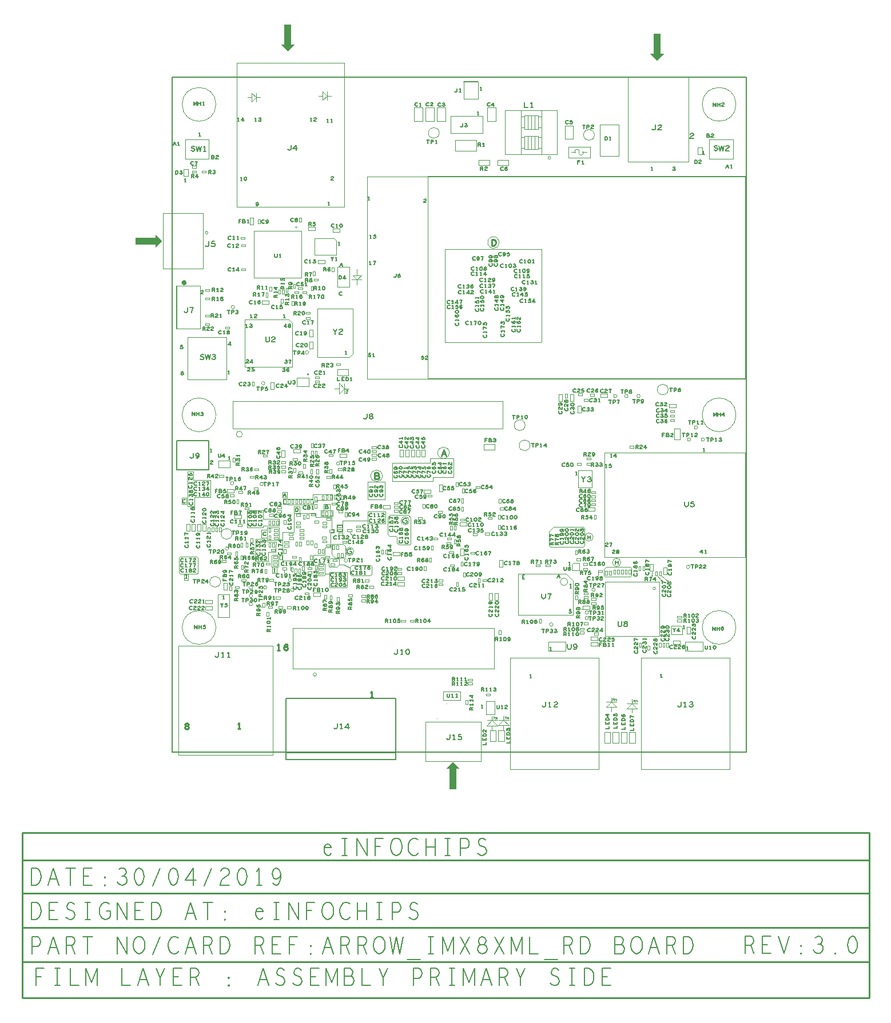
<source format=gbr>
G04 ================== begin FILE IDENTIFICATION RECORD ==================*
G04 Layout Name:  D:/ml/database/eI_Arrow_IMX8XML_RD_LAYOUT1.brd*
G04 Film Name:    ast.gbr*
G04 File Format:  Gerber RS274X*
G04 File Origin:  Cadence Allegro 17.2-S053*
G04 Origin Date:  Tue Jul 23 18:18:46 2019*
G04 *
G04 Layer:  DRAWING FORMAT/AST*
G04 Layer:  DRAWING FORMAT/FILM_LABEL_OUTLINE*
G04 Layer:  REF DES/ASSEMBLY_TOP*
G04 Layer:  PACKAGE GEOMETRY/ASSEMBLY_TOP*
G04 Layer:  BOARD GEOMETRY/ASSEMBLY_TOP*
G04 Layer:  BOARD GEOMETRY/OUTLINE*
G04 *
G04 Offset:    (0.00 0.00)*
G04 Mirror:    No*
G04 Mode:      Positive*
G04 Rotation:  0*
G04 FullContactRelief:  No*
G04 UndefLineWidth:     5.00*
G04 ================== end FILE IDENTIFICATION RECORD ====================*
%FSLAX25Y25*MOIN*%
%IR0*IPPOS*OFA0.00000B0.00000*MIA0B0*SFA1.00000B1.00000*%
%ADD10C,.01*%
%ADD11C,.004*%
%ADD12C,.005*%
%ADD13C,.006*%
G75*
%LPD*%
G75*
G36*
G01X-22900Y214199D02*
G03I-1500J0D01*
G37*
G36*
G01X253200Y347779D02*
X255168D01*
X251231Y343842D01*
X247294Y347779D01*
X249263D01*
Y359590D01*
X253200D01*
Y347779D01*
G37*
G36*
G01X38052Y353016D02*
X40020D01*
X36083Y349079D01*
X32146Y353016D01*
X34115D01*
Y364827D01*
X38052D01*
Y353016D01*
G37*
G36*
G01X130406Y-69255D02*
X128437D01*
X132374Y-65318D01*
X136311Y-69255D01*
X134343D01*
Y-81066D01*
X130406D01*
Y-69255D01*
G37*
G36*
G01X-41024Y240534D02*
Y242503D01*
X-37087Y238566D01*
X-41024Y234629D01*
Y236597D01*
X-52835D01*
Y240534D01*
X-41024D01*
G37*
G54D10*
G01X-118821Y-106640D02*
Y-202840D01*
G01D02*
X356679D01*
G01X-118821Y-181840D02*
X374979D01*
G01X-118821Y-161840D02*
X374979D01*
G01X-118821Y-141840D02*
X374979D01*
G01X355879Y-202840D02*
X374979D01*
Y-106640D01*
X355579D01*
G01X84950Y-27700D02*
Y-24200D01*
X84250Y-24900D01*
G01Y-27700D02*
X85650D01*
G01X154825Y235890D02*
Y239390D01*
X155991D01*
X156458Y239215D01*
X156808Y238982D01*
X157100Y238632D01*
X157333Y238223D01*
X157391Y237640D01*
X157333Y237057D01*
X157100Y236648D01*
X156808Y236298D01*
X156458Y236065D01*
X155991Y235890D01*
X154825D01*
G01X125550Y113190D02*
X127008Y116690D01*
X128466Y113190D01*
G01X127941Y114415D02*
X126075D01*
G01X88475Y101657D02*
X88708Y101832D01*
X88883Y102123D01*
X89000Y102532D01*
X88883Y102882D01*
X88650Y103115D01*
X88241Y103290D01*
X86666D01*
Y99790D01*
X88591D01*
X89000Y100023D01*
X89233Y100373D01*
X89350Y100782D01*
X89233Y101190D01*
X88883Y101540D01*
X88475Y101657D01*
X86666D01*
G01X-118821Y-122640D02*
X374979D01*
G01X-118821Y-106640D02*
X356679D01*
G01X30750Y-150D02*
Y3350D01*
X30050Y2650D01*
G01Y-150D02*
X31450D01*
G01X33742Y1308D02*
X34150Y1717D01*
X34500Y1950D01*
X34967Y2067D01*
X35375Y1950D01*
X35667Y1717D01*
X35900Y1367D01*
X35958Y958D01*
X35900Y608D01*
X35667Y258D01*
X35317Y-33D01*
X34908Y-150D01*
X34442Y-33D01*
X34033Y317D01*
X33800Y842D01*
X33742Y1425D01*
X33858Y2183D01*
X34033Y2592D01*
X34325Y3000D01*
X34733Y3292D01*
X35142Y3350D01*
X35550Y3233D01*
X35842Y2942D01*
G01X7750Y-45900D02*
Y-42400D01*
X7050Y-43100D01*
G01Y-45900D02*
X8450D01*
G01X-22850Y-46100D02*
X-22442Y-46042D01*
X-21975Y-45867D01*
X-21683Y-45575D01*
X-21567Y-45167D01*
X-21683Y-44758D01*
X-22033Y-44408D01*
X-22558Y-44233D01*
X-23142D01*
X-23492Y-44117D01*
X-23783Y-43825D01*
X-23900Y-43417D01*
X-23725Y-43008D01*
X-23317Y-42717D01*
X-22850Y-42600D01*
X-22383Y-42717D01*
X-21975Y-43008D01*
X-21800Y-43417D01*
X-21917Y-43825D01*
X-22208Y-44117D01*
X-22558Y-44233D01*
X-23142D01*
X-23667Y-44408D01*
X-24017Y-44758D01*
X-24133Y-45167D01*
X-24017Y-45575D01*
X-23725Y-45867D01*
X-23258Y-46042D01*
X-22850Y-46100D01*
G54D11*
G01X248300Y45500D02*
Y43200D01*
X248700Y43600D01*
X247900D01*
X248300Y43200D01*
G01X123200Y-40000D02*
G03I-300J-600D01*
G01X118270Y98320D02*
X97070D01*
Y109020D01*
X97270Y109220D01*
X118970D01*
Y111620D01*
X132570D01*
Y100720D01*
X120670D01*
Y98320D01*
X118270D01*
G01X50700Y84900D02*
X36100D01*
Y85100D01*
X33400D01*
Y88200D01*
X50800D01*
Y90700D01*
X62100D01*
Y87400D01*
X62000Y87300D01*
X53200D01*
Y86300D01*
X51100D01*
Y84900D01*
X50700D01*
G01X34700Y88700D02*
X33000D01*
Y92200D01*
X35600D01*
Y88700D01*
X34700D01*
G01X91200Y87700D02*
X82700D01*
Y98200D01*
X92600D01*
Y87700D01*
X91200D01*
G01X62400Y78100D02*
Y81600D01*
X55300D01*
Y78100D01*
X62400D01*
G01X60500Y81600D02*
X57000D01*
Y85000D01*
X60500D01*
Y81600D01*
G01X24000Y51900D02*
X17100D01*
X17300Y64800D01*
X22300D01*
X24400Y63100D01*
X29300D01*
X29100Y59300D01*
Y57200D01*
X24600D01*
Y51900D01*
X24100D01*
G01X-19900Y83700D02*
X-22400D01*
Y104100D01*
X-18900D01*
Y99200D01*
X-8900D01*
Y89100D01*
X-18300D01*
Y83700D01*
X-19900D01*
G01X30300Y64100D02*
X24000D01*
Y71400D01*
X30900D01*
Y64100D01*
X30300D01*
G01X23048Y65499D02*
X20800Y65500D01*
Y70000D01*
X24000D01*
X23948Y65499D01*
X23048D01*
G01X-24001Y85132D02*
X-25701D01*
Y88632D01*
X-23101D01*
Y85132D01*
X-24001D01*
G01X31000Y72900D02*
Y76300D01*
X21700D01*
Y81400D01*
X12400D01*
Y71600D01*
X21700D01*
Y72600D01*
X31000D01*
Y72900D01*
G01X67700Y69000D02*
X64700D01*
Y73200D01*
X68000D01*
Y69000D01*
X67700D01*
G01X92900Y74500D02*
Y80700D01*
X82700D01*
Y73800D01*
X92900D01*
Y74500D01*
G01X82600Y75500D02*
X68000D01*
Y71000D01*
G01X42000Y52100D02*
X33000D01*
Y68700D01*
X39500D01*
Y79900D01*
X52400D01*
Y77400D01*
X61500D01*
Y70600D01*
X63100D01*
Y68400D01*
X60900D01*
Y59700D01*
X57700D01*
Y55500D01*
X57600Y55400D01*
X50900D01*
Y51700D01*
X44300D01*
G01X42800Y79900D02*
X43000D01*
X39500D01*
Y83700D01*
X43000D01*
Y79900D01*
X42900D01*
G01X251400Y43400D02*
X253900Y40400D01*
Y40966D01*
X253334Y40400D01*
X253900D01*
G01X253800Y43500D02*
X257500Y40100D01*
Y40666D01*
X256934Y40100D01*
X257500D01*
G01X60100Y52400D02*
Y48700D01*
X60500Y48300D01*
X64700D01*
X66100Y49700D01*
Y52900D01*
X65700Y53300D01*
X61000D01*
X60100Y52400D01*
G01X72200Y48300D02*
Y44100D01*
X72900Y43400D01*
X84100D01*
X84900Y44200D01*
Y48800D01*
X84200Y49500D01*
X73400D01*
X72200Y48300D01*
Y47100D01*
G01X66100Y49700D02*
X68700D01*
X72100Y48200D01*
G01X127700Y230100D02*
Y179400D01*
X127800Y179300D01*
X183600D01*
X184000Y179700D01*
Y233800D01*
X127700D01*
Y230100D01*
G01X156600Y234400D02*
G03I-700J3300D01*
G01X37782Y48769D02*
X37788Y48763D01*
Y46605D01*
G01X53700Y50000D02*
Y43800D01*
X54100Y43500D01*
X57200D01*
X57600Y43900D01*
Y50000D01*
X57000Y50600D01*
X54100D01*
X53700Y50200D01*
Y50000D01*
G01X60300Y45500D02*
Y36700D01*
X60600Y36400D01*
X70200D01*
X70600Y36800D01*
Y45100D01*
X70100Y45600D01*
X60300D01*
G01Y44400D02*
X57700D01*
G01X58000Y54200D02*
X55800D01*
X55300Y53700D01*
Y53500D01*
G01X61800Y61600D02*
Y55800D01*
X63600Y53900D01*
X69000D01*
X69500Y54400D01*
Y60500D01*
X68300Y61700D01*
X61800D01*
G01X94300Y77500D02*
Y67600D01*
X95300Y66600D01*
X99000D01*
X99700Y65900D01*
Y62500D01*
X100900Y61300D01*
X107200D01*
X107700Y61800D01*
Y77200D01*
X106200Y78700D01*
X95500D01*
X94300Y77500D01*
Y76900D01*
G01X74504Y57500D02*
G03I-2404J0D01*
G01X106804Y75400D02*
G03I-2404J0D01*
G01X48500Y48300D02*
Y49000D01*
G01X220200Y47100D02*
Y43400D01*
X220900Y42700D01*
X235700D01*
X236400Y43400D01*
Y47800D01*
X235600Y48600D01*
X221700D01*
X220200Y47100D01*
G01X230104Y51100D02*
G03I-2404J0D01*
G01X188300Y69000D02*
Y61000D01*
X189100Y60200D01*
X208200D01*
X209100Y61100D01*
Y70900D01*
X208300Y71700D01*
X191000D01*
X188300Y69000D01*
G01X214004Y65900D02*
G03I-2404J0D01*
G01X72300Y68900D02*
Y68300D01*
X73700Y66900D01*
G01X130173Y115000D02*
G03I-3373J0D01*
G01X91173Y101600D02*
G03I-3373J0D01*
G01X26600Y55100D02*
Y48600D01*
X26900Y48300D01*
X30300D01*
X30800Y48800D01*
Y54700D01*
X30100Y55400D01*
X26900D01*
X26600Y55100D01*
G01X34100Y46800D02*
Y45000D01*
G01X28638Y44838D02*
X26938D01*
Y48338D01*
X29538D01*
Y44838D01*
X28638D01*
G01X-22762Y40938D02*
X-24462D01*
Y44438D01*
X-21862D01*
Y40938D01*
X-22762D01*
G01X-27400Y53800D02*
Y45100D01*
X-26700Y44400D01*
X-16900D01*
X-16400Y44900D01*
Y53900D01*
X-17000Y54500D01*
X-26700D01*
X-27400Y53800D01*
G01X46957Y207869D02*
X47793Y207033D01*
G01X41317Y246616D02*
G03I-500J0D01*
G01X43817Y217016D02*
Y244616D01*
X16217D01*
Y217016D01*
X43817D01*
G01X10917Y192816D02*
X36548D01*
X38517Y190847D01*
Y165216D01*
X10917D01*
Y192816D01*
G01X-28638Y187533D02*
X-15134D01*
G01Y212533D02*
X-28638D01*
G01X-15134Y187533D02*
Y212533D01*
G01X191893Y314711D02*
X162759D01*
Y289121D01*
X193075D01*
Y314711D01*
X191303D01*
G01X189311Y287099D02*
G03I-812J0D01*
G01X183823Y314514D02*
Y289318D01*
G01X172011Y314514D02*
Y289318D01*
G01X183823Y310971D02*
X181854D01*
Y304672D01*
X183823D01*
G01X172011Y310971D02*
X173980D01*
Y304672D01*
X172011D01*
G01X181854D02*
Y303884D01*
X179885D01*
Y311758D01*
X181854D01*
Y304672D01*
G01X179885D02*
Y303884D01*
X177917D01*
Y311758D01*
X179885D01*
Y310971D01*
G01X177917Y304672D02*
Y303884D01*
X175949D01*
Y311758D01*
X177917D01*
Y310971D01*
G01X175949Y304672D02*
Y303884D01*
X173980D01*
Y311758D01*
X175949D01*
Y310971D01*
G01X172011Y299160D02*
X173980D01*
Y292861D01*
X172011D01*
G01X183823Y299160D02*
X181854D01*
Y292861D01*
X183823D01*
G01X181854D02*
Y292074D01*
X179885D01*
Y299948D01*
X181854D01*
Y292861D01*
G01X179885D02*
Y292074D01*
X177917D01*
Y299948D01*
X179885D01*
Y299160D01*
G01X177917Y292861D02*
Y292074D01*
X175949D01*
Y299948D01*
X177917D01*
Y299160D01*
G01X175949Y292861D02*
Y292074D01*
X173980D01*
Y299948D01*
X175949D01*
Y299160D01*
G01X269735Y333999D02*
Y284787D01*
X234302D01*
Y333999D01*
X269735D01*
G01X149516Y311383D02*
Y301383D01*
G01X131116Y311383D02*
X149516D01*
G01X131116Y301383D02*
Y311383D01*
G01X149516Y301383D02*
X131116D01*
G01X147000Y331600D02*
Y321600D01*
G01X138600D02*
Y331600D01*
G01X147000Y321600D02*
X138600D01*
G01X215201Y35216D02*
G03I-984J0D01*
G01X66301Y108716D02*
G03I-984J0D01*
G01X48201Y173616D02*
G03I-984J0D01*
G01X70901Y52216D02*
G03I-984J0D01*
G01X22701Y155616D02*
G03I-984J0D01*
G01X5001Y200016D02*
G03I-984J0D01*
G01X21801Y96816D02*
G03I-984J0D01*
G01X190564Y14890D02*
G03I-984J0D01*
G01X15484Y31600D02*
G03I-984J0D01*
G01Y36336D02*
G03I-984J0D01*
G01X39684Y35100D02*
G03I-984J0D01*
G01X23784Y36500D02*
G03I-984J0D01*
G01X15484Y26800D02*
G03I-984J0D01*
G01X38284Y40800D02*
G03I-984J0D01*
G01X270884Y122800D02*
G03I-984J0D01*
G01X1452Y59233D02*
G03I-984J0D01*
G01X4584Y97300D02*
G03I-984J0D01*
G01X274884Y129800D02*
G03I-984J0D01*
G01X278884Y122800D02*
G03I-984J0D01*
G01X270352Y48533D02*
G03I-984J0D01*
G01X211284Y18600D02*
G03I-984J0D01*
G01Y21900D02*
G03I-984J0D01*
G01X234384Y148100D02*
G03I-984J0D01*
G01X241484D02*
G03I-984J0D01*
G01X227884D02*
G03I-984J0D01*
G01X82317Y158166D02*
Y276266D01*
X117717D01*
Y158166D01*
X82317D01*
G01X124350Y301600D02*
G03I-3150J0D01*
G01X177250Y119400D02*
G03I-3150J0D01*
G01X3550Y67700D02*
G03I-3150J0D01*
G01X174350Y131100D02*
G03I-3150J0D01*
G01X-3150Y39800D02*
G03I-3150J0D01*
G01X257750Y151900D02*
G03I-3150J0D01*
G01X214767Y300416D02*
G03I-3150J0D01*
G01X267699Y-542D02*
X277935D01*
Y4774D01*
X267699D01*
Y-542D01*
G01X187899D02*
X198135D01*
Y4774D01*
X187899D01*
Y-542D01*
G01X151639Y-29763D02*
Y-37637D01*
X156561D01*
Y-29763D01*
X151639D01*
G01X-22137Y276449D02*
Y280583D01*
X-24697D01*
Y276449D01*
X-22137D01*
G01X277480Y289033D02*
Y293167D01*
X274920D01*
Y289033D01*
X277480D01*
G01X250397Y35869D02*
G03I-788J0D01*
G01X220872Y39861D02*
Y7971D01*
X252762D01*
Y39861D01*
X220872D01*
G01X165634Y-69465D02*
Y-4583D01*
X217208D01*
Y-69465D01*
X165634D01*
G01X241980D02*
Y-4583D01*
X293554D01*
Y-69465D01*
X241980D01*
G01X17492Y322447D02*
X19992D01*
G01X14992D02*
X12492D01*
G01X17492Y319947D02*
Y324947D01*
G01X14992Y319947D02*
Y324947D01*
G01X58899Y323153D02*
X61399D01*
G01X56399D02*
X53899D01*
G01X58899Y320653D02*
Y325653D01*
G01X56399Y320653D02*
Y325653D01*
G01X68859Y258449D02*
X6339D01*
Y342504D01*
X68859D01*
Y258449D01*
G01X58899Y323153D02*
X56399Y320653D01*
G01Y325653D02*
X58899Y323153D01*
G01X17492Y322447D02*
X14992Y319947D01*
G01Y324947D02*
X17492Y322447D01*
G01X-23783Y297716D02*
X-9983D01*
Y286316D01*
X-23783D01*
Y297716D01*
G01X295517Y286316D02*
X281717D01*
Y297716D01*
X295517D01*
Y286316D01*
G01X334Y157913D02*
Y182519D01*
X-22500D01*
Y157913D01*
X334D01*
G01X265082Y13978D02*
X259767D01*
Y9254D01*
X266067D01*
Y12994D01*
X265082Y13978D01*
G01X64316Y230395D02*
X51718D01*
Y240237D01*
X62816D01*
X64316Y238737D01*
Y230395D01*
G01X-4530Y32377D02*
Y19189D01*
X1966D01*
Y32377D01*
X-4530D01*
G01X126597Y-24234D02*
X136597D01*
Y-29134D01*
X126597D01*
Y-24234D01*
G01X128800Y-31300D02*
G03I-120J700D01*
G01X220517Y54082D02*
X302986D01*
G01X220517Y115216D02*
Y54082D01*
G01Y115216D02*
X302986D01*
G01X213367Y94916D02*
Y104716D01*
X205467D01*
Y94916D01*
X213367D01*
G01X9560Y125900D02*
G03I-1760J0D01*
G01X3988Y129276D02*
X161468D01*
Y145024D01*
X3988D01*
Y129276D01*
G01X-27607Y2467D02*
X27314D01*
Y-61312D01*
X-27607D01*
Y2467D01*
G01X48217Y160716D02*
G03I-500J0D01*
G01X48467Y158716D02*
Y153916D01*
X41367D01*
Y158716D01*
X48467D01*
G01X-4350Y106550D02*
X2350D01*
Y110450D01*
X-4350D01*
Y106550D01*
G01X-5856Y13134D02*
G03I-9842J0D01*
G01X297293D02*
G03I-9842J0D01*
G01Y318252D02*
G03I-9842J0D01*
G01X-5856D02*
G03I-9842J0D01*
G01Y137150D02*
G03I-9842J0D01*
G01X297293D02*
G03I-9842J0D01*
G01X73853Y172711D02*
Y199089D01*
X53381D01*
Y170743D01*
X71885D01*
X73853Y172711D01*
G01X65898Y152600D02*
X63398D01*
G01X65898Y149500D02*
X68998Y152600D01*
G01X69595Y150873D02*
X70295Y150173D01*
G01X69798Y152200D02*
X70498Y151500D01*
G01X68998Y155500D02*
Y149400D01*
G01X65898Y155700D02*
Y154200D01*
G01X68998Y152600D02*
X65898Y155700D01*
G01Y154200D02*
Y149500D01*
G01X68998Y152600D02*
X71398D01*
G01X70795Y150673D02*
Y149673D01*
G01X70998Y151000D02*
X69998D01*
G01X70495Y150373D02*
X70795Y150673D01*
G01Y149673D02*
X69795D01*
G01D02*
X70595Y150473D01*
G01X70998Y152000D02*
Y151000D01*
G01X69998D02*
X70798Y151800D01*
G01X70698Y151700D02*
X70998Y152000D01*
G01X71167Y163656D02*
X64867D01*
Y160112D01*
X71167D01*
Y163656D01*
G01X230145Y-47934D02*
Y-54234D01*
X233689D01*
Y-47934D01*
X230145D01*
G01X161801Y-44003D02*
Y-46503D01*
G01X164901Y-44003D02*
X161801Y-40903D01*
G01X163528Y-40306D02*
X164228Y-39606D01*
G01X162201Y-40103D02*
X162901Y-39403D01*
G01X158901Y-40903D02*
X165001D01*
G01X158701Y-44003D02*
X160201D01*
G01X161801Y-40903D02*
X158701Y-44003D01*
G01X160201D02*
X164901D01*
G01X161801Y-40903D02*
Y-38503D01*
G01X163728Y-39106D02*
X164728D01*
G01X163401Y-38903D02*
Y-39903D01*
G01X164028Y-39406D02*
X163728Y-39106D01*
G01X164728D02*
Y-40106D01*
G01D02*
X163928Y-39306D01*
G01X162401Y-38903D02*
X163401D01*
G01Y-39903D02*
X162601Y-39103D01*
G01X162701Y-39203D02*
X162401Y-38903D01*
G01X158645Y-47034D02*
Y-53334D01*
X162189D01*
Y-47034D01*
X158645D01*
G01X155101Y-44103D02*
Y-46603D01*
G01X158201Y-44103D02*
X155101Y-41003D01*
G01X156828Y-40406D02*
X157528Y-39706D01*
G01X155501Y-40203D02*
X156201Y-39503D01*
G01X152201Y-41003D02*
X158301D01*
G01X152001Y-44103D02*
X153501D01*
G01X155101Y-41003D02*
X152001Y-44103D01*
G01X153501D02*
X158201D01*
G01X155101Y-41003D02*
Y-38603D01*
G01X157028Y-39206D02*
X158028D01*
G01X156701Y-39003D02*
Y-40003D01*
G01X157328Y-39506D02*
X157028Y-39206D01*
G01X158028D02*
Y-40206D01*
G01D02*
X157228Y-39406D01*
G01X155701Y-39003D02*
X156701D01*
G01Y-40003D02*
X155901Y-39203D01*
G01X156001Y-39303D02*
X155701Y-39003D01*
G01X153845Y-47034D02*
Y-53334D01*
X157389D01*
Y-47034D01*
X153845D01*
G01X236701Y-34203D02*
Y-36703D01*
G01X239801Y-34203D02*
X236701Y-31103D01*
G01X238428Y-30506D02*
X239128Y-29806D01*
G01X237101Y-30303D02*
X237801Y-29603D01*
G01X233801Y-31103D02*
X239901D01*
G01X233650Y-34200D02*
X235150D01*
G01X236701Y-31103D02*
X233601Y-34203D01*
G01X235101D02*
X239801D01*
G01X236701Y-31103D02*
Y-28703D01*
G01X238628Y-29306D02*
X239628D01*
G01X238301Y-29103D02*
Y-30103D01*
G01X238928Y-29606D02*
X238628Y-29306D01*
G01X239628D02*
Y-30306D01*
G01D02*
X238828Y-29506D01*
G01X237300Y-29100D02*
X238300D01*
G01X238301Y-30103D02*
X237501Y-29303D01*
G01X237601Y-29403D02*
X237301Y-29103D01*
G01X234945Y-47934D02*
Y-54234D01*
X238489D01*
Y-47934D01*
X234945D01*
G01X224601Y-33303D02*
Y-35803D01*
G01X227701Y-33303D02*
X224601Y-30203D01*
G01X226328Y-29606D02*
X227028Y-28906D01*
G01X225001Y-29403D02*
X225701Y-28703D01*
G01X221701Y-30203D02*
X227801D01*
G01X221501Y-33303D02*
X223001D01*
G01X224601Y-30203D02*
X221501Y-33303D01*
G01X223001D02*
X227701D01*
G01X224601Y-30203D02*
Y-27803D01*
G01X226528Y-28406D02*
X227528D01*
G01X226201Y-28203D02*
Y-29203D01*
G01X226828Y-28706D02*
X226528Y-28406D01*
G01X227528D02*
Y-29406D01*
G01D02*
X226728Y-28606D01*
G01X225201Y-28203D02*
X226201D01*
G01Y-29203D02*
X225401Y-28403D01*
G01X225501Y-28503D02*
X225201Y-28203D01*
G01X220545Y-47934D02*
Y-54234D01*
X224089D01*
Y-47934D01*
X220545D01*
G01X225345D02*
Y-54234D01*
X228889D01*
Y-47934D01*
X225345D01*
G01X218124Y306334D02*
Y288224D01*
X229108D01*
Y306334D01*
X218124D01*
G01X114527Y308579D02*
Y316453D01*
X109606D01*
Y308579D01*
X114527D01*
G01X121227D02*
Y316453D01*
X116306D01*
Y308579D01*
X121227D01*
G01X157227D02*
Y316453D01*
X152306D01*
Y308579D01*
X157227D01*
G01X127927D02*
Y316453D01*
X123006D01*
Y308579D01*
X127927D01*
G01X202427Y298079D02*
Y305953D01*
X197506D01*
Y298079D01*
X202427D01*
G01X48017Y244816D02*
X52017D01*
Y246816D01*
X48017D01*
Y244816D01*
G01X246917Y50016D02*
Y46016D01*
X248917D01*
Y50016D01*
X246917D01*
G01X207100Y23700D02*
X212100D01*
X212117Y25716D01*
X212100Y25800D01*
X208100D01*
Y23700D01*
G01X147420Y282656D02*
X153720D01*
Y285904D01*
X147420D01*
Y282656D01*
G01X133501Y291250D02*
X146099D01*
Y297550D01*
X133501D01*
Y291250D01*
G01X150468Y116941D02*
X156767D01*
Y120091D01*
X150468D01*
Y116941D01*
G01X264575Y122851D02*
Y129150D01*
X261425D01*
Y122851D01*
X264575D01*
G01X9117Y78916D02*
X5117D01*
Y76916D01*
X9117D01*
Y78916D01*
G01X50983Y31484D02*
X54983D01*
Y33484D01*
X50983D01*
Y31484D01*
G01X66166Y112603D02*
X70166D01*
Y114603D01*
X66166D01*
Y112603D01*
G01X91517Y82416D02*
X95517D01*
Y84416D01*
X91517D01*
Y82416D01*
G01X97317Y55116D02*
X101317D01*
Y57116D01*
X97317D01*
Y55116D01*
G01X4717Y93816D02*
X717D01*
Y91816D01*
X4717D01*
Y93816D01*
G01X216617Y4516D02*
X212617D01*
Y2516D01*
X216617D01*
Y4516D01*
G01X483Y35284D02*
Y39284D01*
X-1517D01*
Y35284D01*
X483D01*
G01X16017Y248216D02*
Y252216D01*
X14017D01*
Y248216D01*
X16017D01*
G01X158421Y282705D02*
X164720D01*
Y285855D01*
X158421D01*
Y282705D01*
G01X-7884Y25583D02*
X-11884D01*
Y23583D01*
X-7884D01*
Y25583D01*
G01Y28983D02*
X-11884D01*
Y26983D01*
X-7884D01*
Y28983D01*
G01X256817Y44016D02*
Y48016D01*
X254817D01*
Y44016D01*
X256817D01*
G01X-14783Y69316D02*
Y73316D01*
X-16783D01*
Y69316D01*
X-14783D01*
G01X-21183D02*
Y73316D01*
X-23183D01*
Y69316D01*
X-21183D01*
G01X100017Y40716D02*
X104017D01*
Y42716D01*
X100017D01*
Y40716D01*
G01X136717Y59216D02*
Y55216D01*
X138717D01*
Y59216D01*
X136717D01*
G01X100017Y37616D02*
X104017D01*
Y39616D01*
X100017D01*
Y37616D01*
G01X126217Y92616D02*
Y96616D01*
X124217D01*
Y92616D01*
X126217D01*
G01X153417Y33116D02*
Y29116D01*
X155417D01*
Y33116D01*
X153417D01*
G01X159217Y52616D02*
Y48616D01*
X161217D01*
Y52616D01*
X159217D01*
G01X140317Y74316D02*
X136317D01*
Y72316D01*
X140317D01*
Y74316D01*
G01X156617Y33116D02*
Y29116D01*
X158617D01*
Y33116D01*
X156617D01*
G01X115417Y91516D02*
X119417D01*
Y93516D01*
X115417D01*
Y91516D01*
G01X116117Y112716D02*
Y116716D01*
X114117D01*
Y112716D01*
X116117D01*
G01X-18083Y69316D02*
Y73316D01*
X-20083D01*
Y69316D01*
X-18083D01*
G01X113017Y112716D02*
Y116716D01*
X111017D01*
Y112716D01*
X113017D01*
G01X-11683Y69316D02*
Y73316D01*
X-13683D01*
Y69316D01*
X-11683D01*
G01X258400Y141300D02*
X262400D01*
Y143300D01*
X258400D01*
Y141300D01*
G01X214900Y83100D02*
X210900D01*
Y81100D01*
X214900D01*
Y83100D01*
G01X28017Y152216D02*
Y156216D01*
X26017D01*
Y152216D01*
X28017D01*
G01X103417Y112716D02*
Y116716D01*
X101417D01*
Y112716D01*
X103417D01*
G01X106717D02*
Y116716D01*
X104717D01*
Y112716D01*
X106717D01*
G01X109917D02*
Y116716D01*
X107917D01*
Y112716D01*
X109917D01*
G01X66217Y245716D02*
X62217D01*
Y243716D01*
X66217D01*
Y245716D01*
G01X57717Y227516D02*
X53717D01*
Y225516D01*
X57717D01*
Y227516D01*
G01X216617Y7716D02*
X212617D01*
Y5716D01*
X216617D01*
Y7716D01*
G01X25017Y203716D02*
X21017D01*
Y201716D01*
X25017D01*
Y203716D01*
G01X48717Y179916D02*
Y175916D01*
X50717D01*
Y179916D01*
X48717D01*
G01X50717Y182816D02*
Y186816D01*
X48717D01*
Y182816D01*
X50717D01*
G01X270717Y9316D02*
Y13316D01*
X268717D01*
Y9316D01*
X270717D01*
G01X264617Y5516D02*
X260617D01*
Y3516D01*
X264617D01*
Y5516D01*
G01X200800Y149000D02*
Y145000D01*
X202800D01*
Y149000D01*
X200800D01*
G01X205000Y142600D02*
Y138600D01*
X207000D01*
Y142600D01*
X205000D01*
G01X193900Y149000D02*
Y145000D01*
X195900D01*
Y149000D01*
X193900D01*
G01X218200Y147400D02*
X222200D01*
Y149400D01*
X218200D01*
Y147400D01*
G01X32300Y116500D02*
Y112500D01*
X34300D01*
Y116500D01*
X32300D01*
G01X43200Y117000D02*
X39200D01*
Y115000D01*
X43200D01*
Y117000D01*
G01X240609Y48881D02*
X241791D01*
Y46519D01*
X240609D01*
Y48881D01*
G01X242809D02*
X243991D01*
Y46519D01*
X242809D01*
Y48881D01*
G01X206981Y108991D02*
Y107809D01*
X204619D01*
Y108991D01*
X206981D01*
G01X37208Y85335D02*
X36026D01*
Y87697D01*
X37208D01*
Y85335D01*
G01X39408D02*
X38226D01*
Y87697D01*
X39408D01*
Y85335D01*
G01X-19697Y281192D02*
Y282374D01*
X-17335D01*
Y281192D01*
X-19697D01*
G01X11098Y240907D02*
Y239725D01*
X8736D01*
Y240907D01*
X11098D01*
G01X11198Y222507D02*
Y221325D01*
X8836D01*
Y222507D01*
X11198D01*
G01X43808Y249635D02*
X42626D01*
Y251997D01*
X43808D01*
Y249635D01*
G01X19808Y248635D02*
X18626D01*
Y250997D01*
X19808D01*
Y248635D01*
G01X11198Y236507D02*
Y235325D01*
X8836D01*
Y236507D01*
X11198D01*
G01X46736Y192825D02*
Y194007D01*
X49098D01*
Y192825D01*
X46736D01*
G01X1998Y188507D02*
Y187325D01*
X-364D01*
Y188507D01*
X1998D01*
G01X15226Y156397D02*
X16408D01*
Y154035D01*
X15226D01*
Y156397D01*
G01X33208Y202535D02*
X32026D01*
X32000Y200800D01*
Y204900D01*
X32026Y204897D01*
X33208D01*
Y202535D01*
G01X52036Y158325D02*
Y159507D01*
X54398D01*
Y158325D01*
X52036D01*
G01Y156025D02*
Y157207D01*
X54398D01*
Y156025D01*
X52036D01*
G01X85136Y117525D02*
Y118707D01*
X87498D01*
Y117525D01*
X85136D01*
G01Y110825D02*
Y112007D01*
X87498D01*
Y110825D01*
X85136D01*
G01X123398Y65607D02*
Y64425D01*
X121036D01*
Y65607D01*
X123398D01*
G01X138408Y85935D02*
X137226D01*
Y88297D01*
X138408D01*
Y85935D01*
G01X158726Y78697D02*
X159908D01*
Y76335D01*
X158726D01*
Y78697D01*
G01X135408Y37135D02*
X134226D01*
Y39497D01*
X135408D01*
Y37135D01*
G01X34136Y60125D02*
Y61307D01*
X36498D01*
Y60125D01*
X34136D01*
G01X160208Y85735D02*
X159026D01*
Y88097D01*
X160208D01*
Y85735D01*
G01X123836Y39825D02*
Y41007D01*
X126198D01*
Y39825D01*
X123836D01*
G01X144036Y66925D02*
Y68107D01*
X146398D01*
Y66925D01*
X144036D01*
G01X158626Y72697D02*
X159808D01*
Y70335D01*
X158626D01*
Y72697D01*
G01X115426Y48697D02*
X116608D01*
Y46335D01*
X115426D01*
Y48697D01*
G01X147998Y95607D02*
Y94425D01*
X145636D01*
Y95607D01*
X147998D01*
G01X137726Y94097D02*
X138908D01*
Y91735D01*
X137726D01*
Y94097D01*
G01X137226Y83597D02*
X138408D01*
Y81235D01*
X137226D01*
Y83597D01*
G01X54236Y48825D02*
Y50007D01*
X56598D01*
Y48825D01*
X54236D01*
G01Y46625D02*
Y47807D01*
X56598D01*
Y46625D01*
X54236D01*
G01X40026Y47297D02*
X41208D01*
Y44935D01*
X40026D01*
Y47297D01*
G01X42226D02*
X43408D01*
Y44935D01*
X42226D01*
Y47297D01*
G01X58226Y90397D02*
X59408D01*
Y88035D01*
X58226D01*
Y90397D01*
G01X49636Y78425D02*
Y79607D01*
X51998D01*
Y78425D01*
X49636D01*
G01X51626Y89397D02*
X52808D01*
Y87035D01*
X51626D01*
Y89397D01*
G01X52808Y82635D02*
X51626D01*
Y84997D01*
X52808D01*
Y82635D01*
G01X50608Y85335D02*
X49426D01*
Y87697D01*
X50608D01*
Y85335D01*
G01X28308Y73235D02*
X27126D01*
Y75597D01*
X28308D01*
Y73235D01*
G01X258819Y136009D02*
Y137191D01*
X261181D01*
Y136009D01*
X258819D01*
G01X32608Y52735D02*
X31426D01*
Y55097D01*
X32608D01*
Y52735D01*
G01X114726Y85097D02*
X115908D01*
Y82735D01*
X114726D01*
Y85097D01*
G01X161998Y83107D02*
Y81925D01*
X159636D01*
Y83107D01*
X161998D01*
G01X132498Y57607D02*
Y56425D01*
X130136D01*
Y57607D01*
X132498D01*
G01X142636Y56025D02*
Y57207D01*
X144998D01*
Y56025D01*
X142636D01*
G01X47026Y79097D02*
X48208D01*
Y76735D01*
X47026D01*
Y79097D01*
G01X27536Y53525D02*
Y54707D01*
X29898D01*
Y53525D01*
X27536D01*
G01X98036Y80525D02*
Y81707D01*
X100398D01*
Y80525D01*
X98036D01*
G01X50808Y118035D02*
X49626D01*
Y120397D01*
X50808D01*
Y118035D01*
G01X258819Y133309D02*
Y134491D01*
X261181D01*
Y133309D01*
X258819D01*
G01X215398Y87807D02*
Y86625D01*
X213036D01*
Y87807D01*
X215398D01*
G01X34908Y56335D02*
X33726D01*
Y58697D01*
X34908D01*
Y56335D01*
G01X215398Y90007D02*
Y88825D01*
X213036D01*
Y90007D01*
X215398D01*
G01X9281Y73391D02*
Y72209D01*
X6919D01*
Y73391D01*
X9281D01*
G01X24826Y66897D02*
X26008D01*
Y64535D01*
X24826D01*
Y66897D01*
G01X26008Y68835D02*
X24826D01*
Y71197D01*
X26008D01*
Y68835D01*
G01X136826Y51397D02*
X138008D01*
Y49035D01*
X136826D01*
Y51397D01*
G01X131198Y65507D02*
Y64325D01*
X128836D01*
Y65507D01*
X131198D01*
G01X30298Y70407D02*
Y69225D01*
X27936D01*
Y70407D01*
X30298D01*
G01X125898Y81107D02*
Y79925D01*
X123536D01*
Y81107D01*
X125898D01*
G01X42526Y54197D02*
X43708D01*
Y51835D01*
X42526D01*
Y54197D01*
G01X27126Y62597D02*
X28308D01*
Y60235D01*
X27126D01*
Y62597D01*
G01X68208Y54235D02*
X67026D01*
Y56597D01*
X68208D01*
Y54235D01*
G01X49897Y48174D02*
Y46992D01*
X47535D01*
Y48174D01*
X49897D01*
G01X27536Y51325D02*
Y52507D01*
X29898D01*
Y51325D01*
X27536D01*
G01X58126Y80797D02*
X59308D01*
Y78435D01*
X58126D01*
Y80797D01*
G01X34908Y85335D02*
X33726D01*
Y87697D01*
X34908D01*
Y85335D01*
G01X62465Y114208D02*
Y113026D01*
X60103D01*
Y114208D01*
X62465D01*
G01X98036Y85025D02*
Y86207D01*
X100398D01*
Y85025D01*
X98036D01*
G01X43398Y79307D02*
Y78125D01*
X41036D01*
Y79307D01*
X43398D01*
G01X62826Y90397D02*
X64008D01*
Y88035D01*
X62826D01*
Y90397D01*
G01X42726Y87697D02*
X43908D01*
Y85335D01*
X42726D01*
Y87697D01*
G01X40526D02*
X41708D01*
Y85335D01*
X40526D01*
Y87697D01*
G01X44926D02*
X46108D01*
Y85335D01*
X44926D01*
Y87697D01*
G01X25336Y78125D02*
Y79307D01*
X27698D01*
Y78125D01*
X25336D01*
G01X32198Y81407D02*
Y80225D01*
X29836D01*
Y81407D01*
X32198D01*
G01X49897Y45674D02*
Y44492D01*
X47535D01*
Y45674D01*
X49897D01*
G01X37826Y48197D02*
X39008D01*
Y45835D01*
X37826D01*
Y48197D01*
G01X30298Y68107D02*
Y66925D01*
X27936D01*
Y68107D01*
X30298D01*
G01X98036Y82825D02*
Y84007D01*
X100398D01*
Y82825D01*
X98036D01*
G01X34136Y62325D02*
Y63507D01*
X36498D01*
Y62325D01*
X34136D01*
G01X85136Y115325D02*
Y116507D01*
X87498D01*
Y115325D01*
X85136D01*
G01X24926Y75597D02*
X26108D01*
Y73235D01*
X24926D01*
Y75597D01*
G01X70800Y69200D02*
Y70400D01*
X70836Y70407D01*
X73198D01*
Y69225D01*
X70836D01*
G01X138426Y45197D02*
X139608D01*
Y42835D01*
X138426D01*
Y45197D01*
G01X119526Y60897D02*
X120708D01*
Y58535D01*
X119526D01*
Y60897D01*
G01X153498Y68307D02*
Y67125D01*
X151136D01*
Y68307D01*
X153498D01*
G01X149636Y40025D02*
Y41207D01*
X151998D01*
Y40025D01*
X149636D01*
G01X65608Y58735D02*
X64426D01*
Y61097D01*
X65608D01*
Y58735D01*
G01X67898Y68307D02*
Y67125D01*
X65536D01*
Y68307D01*
X67898D01*
G01X64698Y52807D02*
Y51625D01*
X62336D01*
Y52807D01*
X64698D01*
G01X32836Y46825D02*
Y48007D01*
X35198D01*
Y46825D01*
X32836D01*
G01X53008Y47135D02*
X51826D01*
Y49497D01*
X53008D01*
Y47135D01*
G01X29836Y82525D02*
Y83707D01*
X32198D01*
Y82525D01*
X29836D01*
G01X29326Y75597D02*
X30508D01*
Y73235D01*
X29326D01*
Y75597D01*
G01X60236Y68925D02*
Y70107D01*
X62598D01*
Y68925D01*
X60236D01*
G01X100036Y44225D02*
Y45407D01*
X102398D01*
Y44225D01*
X100036D01*
G01X27936Y64725D02*
Y65907D01*
X30298D01*
Y64725D01*
X27936D01*
G01X58436Y60425D02*
Y61607D01*
X60798D01*
Y60425D01*
X58436D01*
G01X48208Y61435D02*
X47026D01*
Y63797D01*
X48208D01*
Y61435D01*
G01X85136Y113125D02*
Y114307D01*
X87498D01*
Y113125D01*
X85136D01*
G01X-2692Y69235D02*
X-3874D01*
Y71597D01*
X-2692D01*
Y69235D01*
G01X132898Y49807D02*
Y48625D01*
X130536D01*
Y49807D01*
X132898D01*
G01X-7192Y69235D02*
X-8374D01*
Y71597D01*
X-7192D01*
Y69235D01*
G01X38898Y68007D02*
Y66825D01*
X36536D01*
Y68007D01*
X38898D01*
G01X-4992Y69235D02*
X-6174D01*
Y71597D01*
X-4992D01*
Y69235D01*
G01X4698Y90707D02*
Y89525D01*
X2336D01*
Y90707D01*
X4698D01*
G01X55926Y90197D02*
X57108D01*
Y87835D01*
X55926D01*
Y90197D01*
G01X60526Y90397D02*
X61708D01*
Y88035D01*
X60526D01*
Y90397D01*
G01X258819Y138709D02*
Y139891D01*
X261181D01*
Y138709D01*
X258819D01*
G01X48308Y85335D02*
X47126D01*
Y87697D01*
X48308D01*
Y85335D01*
G01X3174Y34803D02*
X1992D01*
Y37165D01*
X3174D01*
Y34803D01*
G01X215398Y85607D02*
Y84425D01*
X213036D01*
Y85607D01*
X215398D01*
G01X48197Y33474D02*
Y32292D01*
X45835D01*
Y33474D01*
X48197D01*
G01X39398Y65707D02*
Y64525D01*
X37036D01*
Y65707D01*
X39398D01*
G01X60526Y80797D02*
X61708D01*
Y78435D01*
X60526D01*
Y80797D01*
G01X29898Y50307D02*
Y49125D01*
X27536D01*
Y50307D01*
X29898D01*
G01X58698Y74707D02*
Y73525D01*
X56336D01*
Y74707D01*
X58698D01*
G01X51736Y74125D02*
Y75307D01*
X54098D01*
Y74125D01*
X51736D01*
G01X41708Y60635D02*
X40526D01*
Y62997D01*
X41708D01*
Y60635D01*
G01X55926Y58697D02*
X57108D01*
Y56335D01*
X55926D01*
Y58697D01*
G01X50508Y61435D02*
X49326D01*
Y63797D01*
X50508D01*
Y61435D01*
G01X44826Y78697D02*
X46008D01*
Y76335D01*
X44826D01*
Y78697D01*
G01X33626Y75797D02*
X34808D01*
Y73435D01*
X33626D01*
Y75797D01*
G01X43908Y60735D02*
X42726D01*
Y63097D01*
X43908D01*
Y60735D01*
G01X53726Y58697D02*
X54908D01*
Y56335D01*
X53726D01*
Y58697D01*
G01X52808Y59735D02*
X51626D01*
Y62097D01*
X52808D01*
Y59735D01*
G01X50208Y52835D02*
X49026D01*
Y55197D01*
X50208D01*
Y52835D01*
G01X63308Y58735D02*
X62126D01*
Y61097D01*
X63308D01*
Y58735D01*
G01X38636Y53625D02*
Y54807D01*
X40998D01*
Y53625D01*
X38636D01*
G01X40836Y73525D02*
Y74707D01*
X43198D01*
Y73525D01*
X40836D01*
G01X-9392Y69235D02*
X-10574D01*
Y71597D01*
X-9392D01*
Y69235D01*
G01X58698Y72507D02*
Y71325D01*
X56336D01*
Y72507D01*
X58698D01*
G01X58198Y66107D02*
Y64925D01*
X55836D01*
Y66107D01*
X58198D01*
G01X58798Y63907D02*
Y62725D01*
X56436D01*
Y63907D01*
X58798D01*
G01X60998Y77007D02*
Y75825D01*
X58636D01*
Y77007D01*
X60998D01*
G01X45298Y70307D02*
Y69125D01*
X42936D01*
Y70307D01*
X45298D01*
G01X40836Y71325D02*
Y72507D01*
X43198D01*
Y71325D01*
X40836D01*
G01X60398Y54807D02*
Y53625D01*
X58036D01*
Y54807D01*
X60398D01*
G01X42936Y64625D02*
Y65807D01*
X45298D01*
Y64625D01*
X42936D01*
G01X100036Y46725D02*
Y47907D01*
X102398D01*
Y46725D01*
X100036D01*
G01X65136Y71525D02*
Y72707D01*
X67498D01*
Y71525D01*
X65136D01*
G01X135308Y95435D02*
X134126D01*
Y97797D01*
X135308D01*
Y95435D01*
G01X117536Y89325D02*
Y90507D01*
X119898D01*
Y89325D01*
X117536D01*
G01X138998Y76607D02*
Y75425D01*
X136636D01*
Y76607D01*
X138998D01*
G01X148008Y39535D02*
X146826D01*
Y41897D01*
X148008D01*
Y39535D01*
G01X126198Y38807D02*
Y37625D01*
X123836D01*
Y38807D01*
X126198D01*
G01X61636Y84725D02*
Y85907D01*
X63998D01*
Y84725D01*
X61636D01*
G01X65136Y69325D02*
Y70507D01*
X67498D01*
Y69325D01*
X65136D01*
G01X70508Y77935D02*
X69326D01*
Y80297D01*
X70508D01*
Y77935D01*
G01X65536Y80125D02*
Y81307D01*
X67898D01*
Y80125D01*
X65536D01*
G01X67836Y62425D02*
Y63607D01*
X70198D01*
Y62425D01*
X67836D01*
G01X76036Y71425D02*
Y72607D01*
X78398D01*
Y71425D01*
X76036D01*
G01X42936Y66825D02*
Y68007D01*
X45298D01*
Y66825D01*
X42936D01*
G01X233708Y44535D02*
X232526D01*
Y46897D01*
X233708D01*
Y44535D01*
G01X94008Y56035D02*
X92826D01*
Y58397D01*
X94008D01*
Y56035D01*
G01X91708D02*
X90526D01*
Y58397D01*
X91708D01*
Y56035D01*
G01X64826Y56597D02*
X66008D01*
Y54235D01*
X64826D01*
Y56597D01*
G01X75936Y69125D02*
Y70307D01*
X78298D01*
Y69125D01*
X75936D01*
G01X252326Y4197D02*
X253508D01*
Y1835D01*
X252326D01*
Y4197D01*
G01X253708Y43535D02*
X252526D01*
Y45897D01*
X253708D01*
Y43535D01*
G01X235908Y44535D02*
X234726D01*
Y46897D01*
X235908D01*
Y44535D01*
G01X229308D02*
X228126D01*
Y46897D01*
X229308D01*
Y44535D01*
G01X231508D02*
X230326D01*
Y46897D01*
X231508D01*
Y44535D01*
G01X227108D02*
X225926D01*
Y46897D01*
X227108D01*
Y44535D01*
G01X217098Y10107D02*
Y8925D01*
X214736D01*
Y10107D01*
X217098D01*
G01X254526Y4197D02*
X255708D01*
Y1835D01*
X254526D01*
Y4197D01*
G01X240926D02*
X242108D01*
Y1835D01*
X240926D01*
Y4197D01*
G01X245626Y2497D02*
X246808D01*
Y135D01*
X245626D01*
Y2497D01*
G01X55826Y80897D02*
X57008D01*
Y78535D01*
X55826D01*
Y80897D01*
G01X54236Y44425D02*
Y45607D01*
X56598D01*
Y44425D01*
X54236D01*
G01X256726Y4197D02*
X257908D01*
Y1835D01*
X256726D01*
Y4197D01*
G01X251408Y43535D02*
X250226D01*
Y45897D01*
X251408D01*
Y43535D01*
G01X60936Y49225D02*
Y50407D01*
X63298D01*
Y49225D01*
X60936D01*
G01X26108Y60235D02*
X24926D01*
Y62597D01*
X26108D01*
Y60235D01*
G01X44426Y48697D02*
X45608D01*
Y46335D01*
X44426D01*
Y48697D01*
G01X219198Y46507D02*
Y45325D01*
X216836D01*
X216900Y43600D01*
X216836Y46507D01*
X219198D01*
G01X197709Y149381D02*
X198891D01*
Y147019D01*
X197709D01*
Y149381D01*
G01X214781Y149391D02*
Y148209D01*
X212419D01*
Y149391D01*
X214781D01*
G01X205219Y148509D02*
Y149691D01*
X207581D01*
Y148509D01*
X205219D01*
G01X208619Y145209D02*
Y146391D01*
X210981D01*
Y145209D01*
X208619D01*
G01X208419Y49609D02*
Y50791D01*
X210781D01*
Y49609D01*
X208419D01*
G01X53891Y102935D02*
X52709D01*
Y105297D01*
X53891D01*
Y102935D01*
G01X44497Y211591D02*
Y210409D01*
X42135D01*
Y211591D01*
X44497D01*
G01X36091Y208719D02*
X34909D01*
Y211081D01*
X36091D01*
Y208719D01*
G01X18881Y105891D02*
Y104709D01*
X16519D01*
Y105891D01*
X18881D01*
G01X210898Y33607D02*
Y32425D01*
X208536D01*
Y33607D01*
X210898D01*
G01Y31407D02*
Y30225D01*
X208536D01*
X208500Y29600D01*
X208536Y31407D01*
X210898D01*
G01X5191Y109819D02*
X4009D01*
Y112181D01*
X5191D01*
Y109819D01*
G01X-3881Y100909D02*
Y102091D01*
X-1519D01*
Y100909D01*
X-3881D01*
G01X5335Y35992D02*
Y37174D01*
X7697D01*
Y35992D01*
X5335D01*
G01X23708Y44835D02*
X22526D01*
Y47197D01*
X23708D01*
Y44835D01*
G01X23349Y49669D02*
Y50851D01*
X25711D01*
Y49669D01*
X23349D01*
G01X210319Y111009D02*
Y112191D01*
X212681D01*
Y111009D01*
X210319D01*
G01Y107809D02*
Y108991D01*
X212681D01*
Y107809D01*
X210319D01*
G01X213036Y91425D02*
Y92607D01*
X215398D01*
Y91425D01*
X213036D01*
G01X237631Y119081D02*
Y117899D01*
X235269D01*
Y119081D01*
X237631D01*
G01X215691Y76519D02*
X214509D01*
Y78881D01*
X215691D01*
Y76519D01*
G01X208598Y10707D02*
Y9525D01*
X206236D01*
Y10707D01*
X208598D01*
G01Y12907D02*
Y11725D01*
X206236D01*
Y12907D01*
X208598D01*
G01X68208Y87735D02*
X67026D01*
Y90097D01*
X68208D01*
Y87735D01*
G01X6675Y54936D02*
X5493D01*
Y57298D01*
X6675D01*
Y54936D01*
G01X16319Y93509D02*
Y94691D01*
X18681D01*
Y93509D01*
X16319D01*
G01X50693Y220798D02*
X51875D01*
Y218436D01*
X50693D01*
Y220798D01*
G01X62626Y96497D02*
X63808D01*
Y94135D01*
X62626D01*
Y96497D01*
G01X66765Y167174D02*
Y165992D01*
X64403D01*
Y167174D01*
X66765D01*
G01X61608Y103235D02*
X60426D01*
Y105597D01*
X61608D01*
Y103235D01*
G01X58536Y100225D02*
Y101407D01*
X60898D01*
Y100225D01*
X58536D01*
G01X49098Y197207D02*
Y196025D01*
X46736D01*
Y197207D01*
X49098D01*
G01X53108Y113735D02*
X51926D01*
Y116097D01*
X53108D01*
Y113735D01*
G01X-13964Y278393D02*
Y279575D01*
X-11602D01*
Y278393D01*
X-13964D01*
G01X62908Y220635D02*
X61726D01*
Y222997D01*
X62908D01*
Y220635D01*
G01X22508Y25035D02*
X20200Y25000D01*
X21326Y25035D01*
Y27397D01*
X22508D01*
Y25035D01*
G01X158992Y11419D02*
X160174D01*
Y9057D01*
X158992D01*
Y11419D01*
G01X51303Y215326D02*
Y216508D01*
X53665D01*
Y215326D01*
X51303D01*
G01X49526Y211997D02*
X50708D01*
Y209635D01*
X49526D01*
Y211997D01*
G01X26336Y57625D02*
Y58807D01*
X28698D01*
Y57625D01*
X26336D01*
G01X9791Y60019D02*
X8609D01*
Y62381D01*
X9791D01*
Y60019D01*
G01X24519Y24309D02*
Y25491D01*
X26881D01*
Y24309D01*
X24519D01*
G01X32881Y25291D02*
Y24109D01*
X30519D01*
Y25291D01*
X32881D01*
G01X12691Y60019D02*
X11509D01*
X11500Y63600D01*
X11509Y62381D01*
X12691D01*
Y60019D01*
G01X8909Y49581D02*
X10091D01*
Y47219D01*
X8909D01*
Y49581D01*
G01X14409Y65081D02*
X15591D01*
Y62719D01*
X14409D01*
Y65081D01*
G01X152536Y76325D02*
Y77507D01*
X154898D01*
Y76325D01*
X152536D01*
G01X-9802Y195607D02*
Y194425D01*
X-12164D01*
Y195607D01*
X-9802D01*
G01Y190607D02*
Y189425D01*
X-12164D01*
Y190607D01*
X-9802D01*
G01X33908Y207735D02*
X32726D01*
Y210097D01*
X33908D01*
Y207735D01*
G01X31708D02*
X30526D01*
Y210097D01*
X31708D01*
Y207735D01*
G01X26608Y209435D02*
X25426D01*
Y211797D01*
X26608D01*
Y209435D01*
G01X24408Y205935D02*
X23226D01*
Y208297D01*
X24408D01*
Y205935D01*
G01X39935Y207992D02*
Y209174D01*
X42297D01*
Y207992D01*
X39935D01*
G01X208736Y14925D02*
Y16107D01*
X211098D01*
Y14925D01*
X208736D01*
G01X-12064Y204425D02*
Y205607D01*
X-9702D01*
Y204425D01*
X-12064D01*
G01X128736Y61725D02*
Y62907D01*
X131098D01*
Y61725D01*
X128736D01*
G01X134008Y62135D02*
X132826D01*
Y64497D01*
X134008D01*
Y62135D01*
G01X130626Y72497D02*
X131808D01*
Y70135D01*
X130626D01*
Y72497D01*
G01X132926D02*
X134108D01*
Y70135D01*
X132926D01*
Y72497D01*
G01X38326Y203497D02*
X39508D01*
Y201135D01*
X38326D01*
Y203497D01*
G01X221026Y45997D02*
X222208D01*
Y43635D01*
X221026D01*
Y45997D01*
G01X3098Y56907D02*
Y55725D01*
X736D01*
Y56907D01*
X3098D01*
G01X-9702Y210607D02*
Y209425D01*
X-12064D01*
Y210607D01*
X-9702D01*
G01X11498Y41207D02*
Y40025D01*
X9136D01*
Y41207D01*
X11498D01*
G01X215498Y27707D02*
X215500Y26000D01*
X215498Y26525D01*
X213136D01*
Y27707D01*
X213100Y27700D01*
X215498Y27707D01*
G01Y30407D02*
Y29225D01*
X213136D01*
Y30407D01*
X215498D01*
G01X65235Y104892D02*
Y106074D01*
X67597D01*
Y104892D01*
X65235D01*
G01X223326Y45997D02*
X224508D01*
Y43635D01*
X223326D01*
Y45997D01*
G01X50808Y113735D02*
X49626D01*
Y116097D01*
X50808D01*
Y113735D01*
G01X-19697Y278392D02*
Y279574D01*
X-17335D01*
Y278392D01*
X-19697D01*
G01X265498Y17707D02*
Y16525D01*
X263136D01*
Y17707D01*
X265498D01*
G01X118526Y53697D02*
X119708D01*
Y51335D01*
X118526D01*
Y53697D01*
G01X265498Y19907D02*
Y18725D01*
X263136D01*
Y19907D01*
X265498D01*
G01X143498Y-16793D02*
Y-17975D01*
X141136D01*
Y-16793D01*
X143498D01*
G01X109781Y17591D02*
Y16409D01*
X107419D01*
Y17591D01*
X109781D01*
G01X104481Y17491D02*
Y16309D01*
X102119D01*
Y17491D01*
X104481D01*
G01X114198Y77407D02*
Y76225D01*
X111836D01*
Y77407D01*
X114198D01*
G01X24891Y19919D02*
X23709D01*
Y22281D01*
X24891D01*
Y19919D01*
G01X154081Y-25409D02*
Y-26591D01*
X151719D01*
Y-25409D01*
X154081D01*
G01X8493Y55098D02*
X9675D01*
Y52736D01*
X8493D01*
Y55098D01*
G01X38081Y25291D02*
Y24109D01*
X35719D01*
Y25291D01*
X38081D01*
G01X143498Y-18993D02*
Y-20175D01*
X141136D01*
Y-18993D01*
X143498D01*
G01X34781Y107391D02*
Y106209D01*
X32419D01*
Y107391D01*
X34781D01*
G01X40608Y103835D02*
X39426D01*
Y106197D01*
X40608D01*
Y103835D01*
G01X50408Y102935D02*
X49226D01*
Y105297D01*
X50408D01*
Y102935D01*
G01X40408Y211035D02*
X39226D01*
Y213397D01*
X40408D01*
Y211035D01*
G01X46208Y106235D02*
X45026D01*
Y108597D01*
X46208D01*
Y106235D01*
G01X29136Y29825D02*
Y31007D01*
X31498D01*
Y29825D01*
X29136D01*
G01X24061Y113861D02*
Y112679D01*
X21699D01*
Y113861D01*
X24061D01*
G01X13281Y83191D02*
Y82009D01*
X10919D01*
Y83191D01*
X13281D01*
G01X140891Y-31481D02*
X139709D01*
Y-29119D01*
X140891D01*
Y-31481D01*
G01X44503Y207992D02*
Y209174D01*
X46865D01*
Y207992D01*
X44503D01*
G01X32419Y103609D02*
Y104791D01*
X34781D01*
Y103609D01*
X32419D01*
G01X183081Y49891D02*
Y48709D01*
X180719D01*
Y49891D01*
X183081D01*
G01X182609Y18065D02*
X183791D01*
Y15703D01*
X182609D01*
Y18065D01*
G01X206581Y53391D02*
Y52209D01*
X204219D01*
Y53391D01*
X206581D01*
G01X210781Y47791D02*
Y46609D01*
X208419D01*
Y47791D01*
X210781D01*
G01X203725Y31865D02*
X204907D01*
Y29503D01*
X203725D01*
Y31865D01*
G01X186459Y48719D02*
Y49901D01*
X188821D01*
Y48719D01*
X186459D01*
G01X203509Y58281D02*
X204691D01*
Y55919D01*
X203509D01*
Y58281D01*
G01X-2281Y51209D02*
Y52391D01*
X81D01*
Y51209D01*
X-2281D01*
G01X7419Y91609D02*
Y92791D01*
X9781D01*
Y91609D01*
X7419D01*
G01X6209Y87781D02*
X7391D01*
Y85419D01*
X6209D01*
Y87781D01*
G01X16181Y101591D02*
Y100409D01*
X13819D01*
Y101591D01*
X16181D01*
G01X32419Y108809D02*
Y109991D01*
X34781D01*
Y108809D01*
X32419D01*
G01X39119Y110609D02*
Y111791D01*
X41481D01*
Y110609D01*
X39119D01*
G01X27681Y41351D02*
Y40169D01*
X25319D01*
Y41351D01*
X27681D01*
G01X71319Y31109D02*
Y32291D01*
X73681D01*
Y31109D01*
X71319D01*
G01X57409Y32281D02*
X58591D01*
Y29919D01*
X57409D01*
Y32281D01*
G01X60509Y31881D02*
X61691D01*
Y29519D01*
X60509D01*
Y31881D01*
G01X64709Y30781D02*
X65891D01*
Y28419D01*
X64709D01*
Y30781D01*
G01X78889Y30849D02*
Y32031D01*
X81251D01*
Y30849D01*
X78889D01*
G01X83619Y36109D02*
Y37291D01*
X85981D01*
Y36109D01*
X83619D01*
G01X80819Y39809D02*
Y40991D01*
X83181D01*
Y39809D01*
X80819D01*
G01X78919Y28179D02*
Y29361D01*
X81281D01*
Y28179D01*
X78919D01*
G01X44765Y104108D02*
Y102926D01*
X42403D01*
Y104108D01*
X44765D01*
G01X116268Y-41749D02*
Y-64779D01*
X148552D01*
Y-41749D01*
X116268D01*
G01X-10513Y243400D02*
G03I-788J0D01*
G01X-13518Y254672D02*
X-36548D01*
Y222388D01*
X-13518D01*
Y254672D01*
G01X156152Y12828D02*
X38830D01*
G01X52806Y-14337D02*
G03I-984J0D01*
G01X38830Y12828D02*
Y-10794D01*
G01D02*
X156152D01*
G01D02*
Y12828D01*
G01X212146Y293485D02*
X199488D01*
Y287147D01*
X212146D01*
Y293485D01*
G01X205814Y290303D02*
G03X208217Y290301I1201J-398D01*
G01X210186D01*
G01X208589D02*
G03I-382J0D01*
G01X205814Y290303D02*
G03X203410Y290301I-1202J517D01*
G01X201442D01*
G01X203793D02*
G03I-383J0D01*
G01X78837Y218493D02*
X73837D01*
G01X76337D02*
Y221993D01*
G01Y215993D02*
X78837Y218493D01*
G01X73837D02*
X76337Y215993D01*
G01D02*
Y212993D01*
G01X78837Y215993D02*
X73337D01*
G01X71817Y211916D02*
Y223316D01*
X64817D01*
Y211916D01*
X71817D01*
G01X170327Y44500D02*
Y20484D01*
X202217D01*
Y40563D01*
X198280Y44500D01*
X170327D01*
G01X199190Y39799D02*
G03I-2177J0D01*
G01X202733Y50667D02*
X205867D01*
Y46533D01*
X201733D01*
Y49667D01*
X202733Y50667D01*
G54D12*
G01X-15250Y299750D02*
Y301750D01*
X-15650Y301350D01*
G01Y299750D02*
X-14850D01*
G01X65950Y236150D02*
Y238150D01*
X65550Y237750D01*
G01Y236150D02*
X66350D01*
G01X253800Y-16000D02*
Y-14000D01*
X253400Y-14400D01*
G01Y-16000D02*
X254200D01*
G01X177600Y-16200D02*
Y-14200D01*
X177200Y-14600D01*
G01Y-16200D02*
X178000D01*
G01X33467Y89400D02*
X34300Y91400D01*
X35133Y89400D01*
G01X34833Y90100D02*
X33767D01*
G01X59123Y83358D02*
X59256Y83458D01*
X59356Y83624D01*
X59423Y83858D01*
X59356Y84058D01*
X59223Y84191D01*
X58989Y84291D01*
X58089D01*
Y82291D01*
X59189D01*
X59423Y82424D01*
X59556Y82624D01*
X59623Y82858D01*
X59556Y83091D01*
X59356Y83291D01*
X59123Y83358D01*
X58089D01*
G01X23181Y68632D02*
X22981Y68732D01*
X22748Y68799D01*
X22481D01*
X22181Y68699D01*
X21948Y68532D01*
X21781Y68332D01*
X21648Y67999D01*
X21615Y67699D01*
X21681Y67399D01*
X21781Y67199D01*
X21981Y66999D01*
X22215Y66866D01*
X22448Y66799D01*
X22681D01*
X22915Y66866D01*
X23115Y66966D01*
X23281Y67099D01*
G01X-23668Y87665D02*
X-23868Y87765D01*
X-24101Y87832D01*
X-24368D01*
X-24668Y87732D01*
X-24901Y87565D01*
X-25068Y87365D01*
X-25201Y87032D01*
X-25234Y86732D01*
X-25168Y86432D01*
X-25068Y86232D01*
X-24868Y86032D01*
X-24634Y85899D01*
X-24401Y85832D01*
X-24168D01*
X-23934Y85899D01*
X-23734Y85999D01*
X-23568Y86132D01*
G01X40705Y80738D02*
Y82738D01*
X41371D01*
X41638Y82638D01*
X41838Y82505D01*
X42005Y82305D01*
X42138Y82071D01*
X42171Y81738D01*
X42138Y81405D01*
X42005Y81171D01*
X41838Y80971D01*
X41638Y80838D01*
X41371Y80738D01*
X40705D01*
G01X227130Y49994D02*
Y51994D01*
G01X228530D02*
Y49994D01*
G01Y50994D02*
X227130D01*
G01X211030Y64794D02*
Y66794D01*
G01X212430D02*
Y64794D01*
G01Y65794D02*
X211030D01*
G01X27838Y47538D02*
X28638D01*
G01X28238D02*
Y45538D01*
G01X27838D02*
X28638D01*
G01X-23562Y43638D02*
X-22762D01*
G01X-23162D02*
Y41638D01*
G01X-23562D02*
X-22762D01*
G01X28467Y231000D02*
Y229567D01*
X28600Y229267D01*
X28867Y229067D01*
X29200Y229000D01*
X29533Y229067D01*
X29800Y229267D01*
X29933Y229567D01*
Y231000D01*
G01X31600Y229000D02*
Y231000D01*
X31200Y230600D01*
G01Y229000D02*
X32000D01*
G01X34120Y193690D02*
Y195690D01*
X33720Y195290D01*
G01Y193690D02*
X34520D01*
G01X35040Y188170D02*
Y190170D01*
X33807Y188737D01*
X35473D01*
G01X37040Y188170D02*
X37273Y188203D01*
X37540Y188303D01*
X37707Y188470D01*
X37773Y188703D01*
X37707Y188937D01*
X37507Y189137D01*
X37207Y189237D01*
X36873D01*
X36673Y189303D01*
X36507Y189470D01*
X36440Y189703D01*
X36540Y189937D01*
X36773Y190103D01*
X37040Y190170D01*
X37307Y190103D01*
X37540Y189937D01*
X37640Y189703D01*
X37573Y189470D01*
X37407Y189303D01*
X37207Y189237D01*
X36873D01*
X36573Y189137D01*
X36373Y188937D01*
X36307Y188703D01*
X36373Y188470D01*
X36540Y188303D01*
X36807Y188203D01*
X37040Y188170D01*
G01X34237Y167680D02*
X34437Y167447D01*
X34703Y167313D01*
X35003Y167280D01*
X35270Y167313D01*
X35537Y167480D01*
X35703Y167680D01*
X35737Y167880D01*
X35670Y168113D01*
X35437Y168280D01*
X35203Y168347D01*
X34903D01*
G01X35203D02*
X35403Y168447D01*
X35570Y168613D01*
X35637Y168813D01*
X35570Y169013D01*
X35403Y169180D01*
X35103Y169280D01*
X34803Y169247D01*
X34503Y169113D01*
G01X37303Y167280D02*
X37370Y167713D01*
X37470Y168080D01*
X37603Y168413D01*
X37770Y168780D01*
X38037Y169280D01*
X36703D01*
G01X32967Y162800D02*
X33167Y162567D01*
X33433Y162433D01*
X33733Y162400D01*
X34000Y162433D01*
X34267Y162600D01*
X34433Y162800D01*
X34467Y163000D01*
X34400Y163233D01*
X34167Y163400D01*
X33933Y163467D01*
X33633D01*
G01X33933D02*
X34133Y163567D01*
X34300Y163733D01*
X34367Y163933D01*
X34300Y164133D01*
X34133Y164300D01*
X33833Y164400D01*
X33533Y164367D01*
X33233Y164233D01*
G01X35467Y163233D02*
X35700Y163467D01*
X35900Y163600D01*
X36167Y163667D01*
X36400Y163600D01*
X36567Y163467D01*
X36700Y163267D01*
X36733Y163033D01*
X36700Y162833D01*
X36567Y162633D01*
X36367Y162467D01*
X36133Y162400D01*
X35867Y162467D01*
X35633Y162667D01*
X35500Y162967D01*
X35467Y163300D01*
X35533Y163733D01*
X35633Y163967D01*
X35800Y164200D01*
X36033Y164367D01*
X36267Y164400D01*
X36500Y164333D01*
X36667Y164167D01*
G01X12767Y164297D02*
X12967Y164497D01*
X13200Y164597D01*
X13467Y164630D01*
X13800Y164563D01*
X14033Y164397D01*
X14100Y164197D01*
X14067Y163997D01*
X13933Y163830D01*
X13267Y163497D01*
X12967Y163263D01*
X12767Y162930D01*
X12700Y162630D01*
X14100D01*
G01X15067Y162930D02*
X15267Y162763D01*
X15500Y162663D01*
X15800Y162630D01*
X16100Y162697D01*
X16333Y162830D01*
X16500Y163063D01*
X16533Y163330D01*
X16467Y163597D01*
X16300Y163763D01*
X16067Y163897D01*
X15833Y163930D01*
X15600Y163897D01*
X15300Y163763D01*
X15400Y164630D01*
X16300D01*
G01X11817Y169007D02*
X12017Y169207D01*
X12250Y169307D01*
X12517Y169340D01*
X12850Y169273D01*
X13083Y169107D01*
X13150Y168907D01*
X13117Y168707D01*
X12983Y168540D01*
X12317Y168207D01*
X12017Y167973D01*
X11817Y167640D01*
X11750Y167340D01*
X13150D01*
G01X15250D02*
Y169340D01*
X14017Y167907D01*
X15683D01*
G01X12130Y188170D02*
Y190170D01*
X11730Y189770D01*
G01Y188170D02*
X12530D01*
G01X13797Y188570D02*
X13997Y188337D01*
X14263Y188203D01*
X14563Y188170D01*
X14830Y188203D01*
X15097Y188370D01*
X15263Y188570D01*
X15297Y188770D01*
X15230Y189003D01*
X14997Y189170D01*
X14763Y189237D01*
X14463D01*
G01X14763D02*
X14963Y189337D01*
X15130Y189503D01*
X15197Y189703D01*
X15130Y189903D01*
X14963Y190070D01*
X14663Y190170D01*
X14363Y190137D01*
X14063Y190003D01*
G01X14800Y193740D02*
Y195740D01*
X14400Y195340D01*
G01Y193740D02*
X15200D01*
G01X16567Y195407D02*
X16767Y195607D01*
X17000Y195707D01*
X17267Y195740D01*
X17600Y195673D01*
X17833Y195507D01*
X17900Y195307D01*
X17867Y195107D01*
X17733Y194940D01*
X17067Y194607D01*
X16767Y194373D01*
X16567Y194040D01*
X16500Y193740D01*
X17900D01*
G01X-14533Y209367D02*
X-14333Y209567D01*
X-14100Y209667D01*
X-13833Y209700D01*
X-13500Y209633D01*
X-13267Y209467D01*
X-13200Y209267D01*
X-13233Y209067D01*
X-13367Y208900D01*
X-14033Y208567D01*
X-14333Y208333D01*
X-14533Y208000D01*
X-14600Y207700D01*
X-13200D01*
G01X248400Y279700D02*
Y281700D01*
X248000Y281300D01*
G01Y279700D02*
X248800D01*
G01X260367Y280100D02*
X260567Y279867D01*
X260833Y279733D01*
X261133Y279700D01*
X261400Y279733D01*
X261667Y279900D01*
X261833Y280100D01*
X261867Y280300D01*
X261800Y280533D01*
X261567Y280700D01*
X261333Y280767D01*
X261033D01*
G01X261333D02*
X261533Y280867D01*
X261700Y281033D01*
X261767Y281233D01*
X261700Y281433D01*
X261533Y281600D01*
X261233Y281700D01*
X260933Y281667D01*
X260633Y281533D01*
G01X136733Y305600D02*
X136900Y305400D01*
X137100Y305267D01*
X137333Y305200D01*
X137600Y305267D01*
X137800Y305400D01*
X138000Y305600D01*
X138067Y305867D01*
Y307200D01*
G01X139067Y305600D02*
X139267Y305367D01*
X139533Y305233D01*
X139833Y305200D01*
X140100Y305233D01*
X140367Y305400D01*
X140533Y305600D01*
X140567Y305800D01*
X140500Y306033D01*
X140267Y306200D01*
X140033Y306267D01*
X139733D01*
G01X140033D02*
X140233Y306367D01*
X140400Y306533D01*
X140467Y306733D01*
X140400Y306933D01*
X140233Y307100D01*
X139933Y307200D01*
X139633Y307167D01*
X139333Y307033D01*
G01X146900Y312200D02*
Y314200D01*
X146500Y313800D01*
G01Y312200D02*
X147300D01*
G01X133433Y325900D02*
X133600Y325700D01*
X133800Y325567D01*
X134033Y325500D01*
X134300Y325567D01*
X134500Y325700D01*
X134700Y325900D01*
X134767Y326167D01*
Y327500D01*
G01X136500Y325500D02*
Y327500D01*
X136100Y327100D01*
G01Y325500D02*
X136900D01*
G01X148580Y326440D02*
Y328440D01*
X148180Y328040D01*
G01Y326440D02*
X148980D01*
G01X212600Y38900D02*
Y36900D01*
G01X211833Y38900D02*
X213367D01*
G01X214333Y36900D02*
Y38900D01*
X215133D01*
X215400Y38800D01*
X215600Y38567D01*
X215667Y38300D01*
X215600Y38033D01*
X215433Y37833D01*
X215133Y37733D01*
X214333D01*
G01X216767Y38567D02*
X216967Y38767D01*
X217200Y38867D01*
X217467Y38900D01*
X217800Y38833D01*
X218033Y38667D01*
X218100Y38467D01*
X218067Y38267D01*
X217933Y38100D01*
X217267Y37767D01*
X216967Y37533D01*
X216767Y37200D01*
X216700Y36900D01*
X218100D01*
G01X219733D02*
X219800Y37333D01*
X219900Y37700D01*
X220033Y38033D01*
X220200Y38400D01*
X220467Y38900D01*
X219133D01*
G01X67200Y110200D02*
Y108200D01*
G01X66433Y110200D02*
X67967D01*
G01X68933Y108200D02*
Y110200D01*
X69733D01*
X70000Y110100D01*
X70200Y109867D01*
X70267Y109600D01*
X70200Y109333D01*
X70033Y109133D01*
X69733Y109033D01*
X68933D01*
G01X72000Y108200D02*
Y110200D01*
X71600Y109800D01*
G01Y108200D02*
X72400D01*
G01X73667Y108500D02*
X73867Y108333D01*
X74100Y108233D01*
X74400Y108200D01*
X74700Y108267D01*
X74933Y108400D01*
X75100Y108633D01*
X75133Y108900D01*
X75067Y109167D01*
X74900Y109333D01*
X74667Y109467D01*
X74433Y109500D01*
X74200Y109467D01*
X73900Y109333D01*
X74000Y110200D01*
X74900D01*
G01X40100Y174300D02*
Y172300D01*
G01X39333Y174300D02*
X40867D01*
G01X41833Y172300D02*
Y174300D01*
X42633D01*
X42900Y174200D01*
X43100Y173967D01*
X43167Y173700D01*
X43100Y173433D01*
X42933Y173233D01*
X42633Y173133D01*
X41833D01*
G01X45300Y172300D02*
Y174300D01*
X44067Y172867D01*
X45733D01*
G01X72110Y53430D02*
Y51430D01*
G01X71343Y53430D02*
X72877D01*
G01X73843Y51430D02*
Y53430D01*
X74643D01*
X74910Y53330D01*
X75110Y53097D01*
X75177Y52830D01*
X75110Y52563D01*
X74943Y52363D01*
X74643Y52263D01*
X73843D01*
G01X76277Y53097D02*
X76477Y53297D01*
X76710Y53397D01*
X76977Y53430D01*
X77310Y53363D01*
X77543Y53197D01*
X77610Y52997D01*
X77577Y52797D01*
X77443Y52630D01*
X76777Y52297D01*
X76477Y52063D01*
X76277Y51730D01*
X76210Y51430D01*
X77610D01*
G01X79310D02*
Y53430D01*
X78910Y53030D01*
G01Y51430D02*
X79710D01*
G01X18800Y153400D02*
Y151400D01*
G01X18033Y153400D02*
X19567D01*
G01X20533Y151400D02*
Y153400D01*
X21333D01*
X21600Y153300D01*
X21800Y153067D01*
X21867Y152800D01*
X21800Y152533D01*
X21633Y152333D01*
X21333Y152233D01*
X20533D01*
G01X22867Y151700D02*
X23067Y151533D01*
X23300Y151433D01*
X23600Y151400D01*
X23900Y151467D01*
X24133Y151600D01*
X24300Y151833D01*
X24333Y152100D01*
X24267Y152367D01*
X24100Y152533D01*
X23867Y152667D01*
X23633Y152700D01*
X23400Y152667D01*
X23100Y152533D01*
X23200Y153400D01*
X24100D01*
G01X1500Y198200D02*
Y196200D01*
G01X733Y198200D02*
X2267D01*
G01X3233Y196200D02*
Y198200D01*
X4033D01*
X4300Y198100D01*
X4500Y197867D01*
X4567Y197600D01*
X4500Y197333D01*
X4333Y197133D01*
X4033Y197033D01*
X3233D01*
G01X5567Y196600D02*
X5767Y196367D01*
X6033Y196233D01*
X6333Y196200D01*
X6600Y196233D01*
X6867Y196400D01*
X7033Y196600D01*
X7067Y196800D01*
X7000Y197033D01*
X6767Y197200D01*
X6533Y197267D01*
X6233D01*
G01X6533D02*
X6733Y197367D01*
X6900Y197533D01*
X6967Y197733D01*
X6900Y197933D01*
X6733Y198100D01*
X6433Y198200D01*
X6133Y198167D01*
X5833Y198033D01*
G01X22800Y97900D02*
Y95900D01*
G01X22033Y97900D02*
X23567D01*
G01X24533Y95900D02*
Y97900D01*
X25333D01*
X25600Y97800D01*
X25800Y97567D01*
X25867Y97300D01*
X25800Y97033D01*
X25633Y96833D01*
X25333Y96733D01*
X24533D01*
G01X27600Y95900D02*
Y97900D01*
X27200Y97500D01*
G01Y95900D02*
X28000D01*
G01X29933D02*
X30000Y96333D01*
X30100Y96700D01*
X30233Y97033D01*
X30400Y97400D01*
X30667Y97900D01*
X29333D01*
G01X184896Y12173D02*
Y10173D01*
G01X184129Y12173D02*
X185663D01*
G01X186629Y10173D02*
Y12173D01*
X187429D01*
X187696Y12073D01*
X187896Y11840D01*
X187963Y11573D01*
X187896Y11306D01*
X187729Y11106D01*
X187429Y11006D01*
X186629D01*
G01X188963Y10573D02*
X189163Y10340D01*
X189429Y10206D01*
X189729Y10173D01*
X189996Y10206D01*
X190263Y10373D01*
X190429Y10573D01*
X190463Y10773D01*
X190396Y11006D01*
X190163Y11173D01*
X189929Y11240D01*
X189629D01*
G01X189929D02*
X190129Y11340D01*
X190296Y11506D01*
X190363Y11706D01*
X190296Y11906D01*
X190129Y12073D01*
X189829Y12173D01*
X189529Y12140D01*
X189229Y12006D01*
G01X191363Y10573D02*
X191563Y10340D01*
X191829Y10206D01*
X192129Y10173D01*
X192396Y10206D01*
X192663Y10373D01*
X192829Y10573D01*
X192863Y10773D01*
X192796Y11006D01*
X192563Y11173D01*
X192329Y11240D01*
X192029D01*
G01X192329D02*
X192529Y11340D01*
X192696Y11506D01*
X192763Y11706D01*
X192696Y11906D01*
X192529Y12073D01*
X192229Y12173D01*
X191929Y12140D01*
X191629Y12006D01*
G01X10300Y34980D02*
Y32980D01*
G01X9533Y34980D02*
X11067D01*
G01X12033Y32980D02*
Y34980D01*
X12833D01*
X13100Y34880D01*
X13300Y34647D01*
X13367Y34380D01*
X13300Y34113D01*
X13133Y33913D01*
X12833Y33813D01*
X12033D01*
G01X14467Y34647D02*
X14667Y34847D01*
X14900Y34947D01*
X15167Y34980D01*
X15500Y34913D01*
X15733Y34747D01*
X15800Y34547D01*
X15767Y34347D01*
X15633Y34180D01*
X14967Y33847D01*
X14667Y33613D01*
X14467Y33280D01*
X14400Y32980D01*
X15800D01*
G01X16933Y33213D02*
X17167Y33047D01*
X17433Y32980D01*
X17700Y33047D01*
X17933Y33247D01*
X18100Y33547D01*
X18167Y33847D01*
Y34213D01*
X18100Y34513D01*
X17933Y34780D01*
X17733Y34913D01*
X17500Y34980D01*
X17233Y34913D01*
X17033Y34780D01*
X16900Y34580D01*
X16833Y34313D01*
X16900Y34080D01*
X17067Y33847D01*
X17267Y33713D01*
X17500Y33680D01*
X17767Y33747D01*
X17967Y33913D01*
X18167Y34213D01*
G01X10670Y39480D02*
Y37480D01*
G01X9903Y39480D02*
X11437D01*
G01X12403Y37480D02*
Y39480D01*
X13203D01*
X13470Y39380D01*
X13670Y39147D01*
X13737Y38880D01*
X13670Y38613D01*
X13503Y38413D01*
X13203Y38313D01*
X12403D01*
G01X14837Y39147D02*
X15037Y39347D01*
X15270Y39447D01*
X15537Y39480D01*
X15870Y39413D01*
X16103Y39247D01*
X16170Y39047D01*
X16137Y38847D01*
X16003Y38680D01*
X15337Y38347D01*
X15037Y38113D01*
X14837Y37780D01*
X14770Y37480D01*
X16170D01*
G01X17237Y38313D02*
X17470Y38547D01*
X17670Y38680D01*
X17937Y38747D01*
X18170Y38680D01*
X18337Y38547D01*
X18470Y38347D01*
X18503Y38113D01*
X18470Y37913D01*
X18337Y37713D01*
X18137Y37547D01*
X17903Y37480D01*
X17637Y37547D01*
X17403Y37747D01*
X17270Y38047D01*
X17237Y38380D01*
X17303Y38813D01*
X17403Y39047D01*
X17570Y39280D01*
X17803Y39447D01*
X18037Y39480D01*
X18270Y39413D01*
X18437Y39247D01*
G01X29040Y35790D02*
Y33790D01*
G01X28273Y35790D02*
X29807D01*
G01X30773Y33790D02*
Y35790D01*
X31573D01*
X31840Y35690D01*
X32040Y35457D01*
X32107Y35190D01*
X32040Y34923D01*
X31873Y34723D01*
X31573Y34623D01*
X30773D01*
G01X33207Y35457D02*
X33407Y35657D01*
X33640Y35757D01*
X33907Y35790D01*
X34240Y35723D01*
X34473Y35557D01*
X34540Y35357D01*
X34507Y35157D01*
X34373Y34990D01*
X33707Y34657D01*
X33407Y34423D01*
X33207Y34090D01*
X33140Y33790D01*
X34540D01*
G01X36240D02*
X36473Y33823D01*
X36740Y33923D01*
X36907Y34090D01*
X36973Y34323D01*
X36907Y34557D01*
X36707Y34757D01*
X36407Y34857D01*
X36073D01*
X35873Y34923D01*
X35707Y35090D01*
X35640Y35323D01*
X35740Y35557D01*
X35973Y35723D01*
X36240Y35790D01*
X36507Y35723D01*
X36740Y35557D01*
X36840Y35323D01*
X36773Y35090D01*
X36607Y34923D01*
X36407Y34857D01*
X36073D01*
X35773Y34757D01*
X35573Y34557D01*
X35507Y34323D01*
X35573Y34090D01*
X35740Y33923D01*
X36007Y33823D01*
X36240Y33790D01*
G01X19270Y29320D02*
X21270D01*
G01X19270Y28553D02*
Y30087D01*
G01X21270Y31053D02*
X19270D01*
Y31853D01*
X19370Y32120D01*
X19603Y32320D01*
X19870Y32387D01*
X20137Y32320D01*
X20337Y32153D01*
X20437Y31853D01*
Y31053D01*
G01X19603Y33487D02*
X19403Y33687D01*
X19303Y33920D01*
X19270Y34187D01*
X19337Y34520D01*
X19503Y34753D01*
X19703Y34820D01*
X19903Y34787D01*
X20070Y34653D01*
X20403Y33987D01*
X20637Y33687D01*
X20970Y33487D01*
X21270Y33420D01*
Y34820D01*
G01X20970Y35787D02*
X21137Y35987D01*
X21237Y36220D01*
X21270Y36520D01*
X21203Y36820D01*
X21070Y37053D01*
X20837Y37220D01*
X20570Y37253D01*
X20303Y37187D01*
X20137Y37020D01*
X20003Y36787D01*
X19970Y36553D01*
X20003Y36320D01*
X20137Y36020D01*
X19270Y36120D01*
Y37020D01*
G01X9990Y30160D02*
Y28160D01*
G01X9223Y30160D02*
X10757D01*
G01X11723Y28160D02*
Y30160D01*
X12523D01*
X12790Y30060D01*
X12990Y29827D01*
X13057Y29560D01*
X12990Y29293D01*
X12823Y29093D01*
X12523Y28993D01*
X11723D01*
G01X14057Y28560D02*
X14257Y28327D01*
X14523Y28193D01*
X14823Y28160D01*
X15090Y28193D01*
X15357Y28360D01*
X15523Y28560D01*
X15557Y28760D01*
X15490Y28993D01*
X15257Y29160D01*
X15023Y29227D01*
X14723D01*
G01X15023D02*
X15223Y29327D01*
X15390Y29493D01*
X15457Y29693D01*
X15390Y29893D01*
X15223Y30060D01*
X14923Y30160D01*
X14623Y30127D01*
X14323Y29993D01*
G01X17190Y30160D02*
X16923Y30093D01*
X16723Y29927D01*
X16590Y29727D01*
X16490Y29460D01*
X16457Y29160D01*
X16490Y28860D01*
X16590Y28593D01*
X16723Y28393D01*
X16923Y28227D01*
X17190Y28160D01*
X17457Y28227D01*
X17657Y28393D01*
X17790Y28593D01*
X17890Y28860D01*
X17923Y29160D01*
X17890Y29460D01*
X17790Y29727D01*
X17657Y29927D01*
X17457Y30093D01*
X17190Y30160D01*
G01X29000Y39300D02*
Y37300D01*
G01X28233Y39300D02*
X29767D01*
G01X30733Y37300D02*
Y39300D01*
X31533D01*
X31800Y39200D01*
X32000Y38967D01*
X32067Y38700D01*
X32000Y38433D01*
X31833Y38233D01*
X31533Y38133D01*
X30733D01*
G01X33167Y38967D02*
X33367Y39167D01*
X33600Y39267D01*
X33867Y39300D01*
X34200Y39233D01*
X34433Y39067D01*
X34500Y38867D01*
X34467Y38667D01*
X34333Y38500D01*
X33667Y38167D01*
X33367Y37933D01*
X33167Y37600D01*
X33100Y37300D01*
X34500D01*
G01X35467Y37700D02*
X35667Y37467D01*
X35933Y37333D01*
X36233Y37300D01*
X36500Y37333D01*
X36767Y37500D01*
X36933Y37700D01*
X36967Y37900D01*
X36900Y38133D01*
X36667Y38300D01*
X36433Y38367D01*
X36133D01*
G01X36433D02*
X36633Y38467D01*
X36800Y38633D01*
X36867Y38833D01*
X36800Y39033D01*
X36633Y39200D01*
X36333Y39300D01*
X36033Y39267D01*
X35733Y39133D01*
G01X266800Y126400D02*
Y124400D01*
G01X266033Y126400D02*
X267567D01*
G01X268533Y124400D02*
Y126400D01*
X269333D01*
X269600Y126300D01*
X269800Y126067D01*
X269867Y125800D01*
X269800Y125533D01*
X269633Y125333D01*
X269333Y125233D01*
X268533D01*
G01X271600Y124400D02*
Y126400D01*
X271200Y126000D01*
G01Y124400D02*
X272000D01*
G01X273367Y126067D02*
X273567Y126267D01*
X273800Y126367D01*
X274067Y126400D01*
X274400Y126333D01*
X274633Y126167D01*
X274700Y125967D01*
X274667Y125767D01*
X274533Y125600D01*
X273867Y125267D01*
X273567Y125033D01*
X273367Y124700D01*
X273300Y124400D01*
X274700D01*
G01X-9130Y58390D02*
Y56390D01*
G01X-9897Y58390D02*
X-8363D01*
G01X-7397Y56390D02*
Y58390D01*
X-6597D01*
X-6330Y58290D01*
X-6130Y58057D01*
X-6063Y57790D01*
X-6130Y57523D01*
X-6297Y57323D01*
X-6597Y57223D01*
X-7397D01*
G01X-4963Y58057D02*
X-4763Y58257D01*
X-4530Y58357D01*
X-4263Y58390D01*
X-3930Y58323D01*
X-3697Y58157D01*
X-3630Y57957D01*
X-3663Y57757D01*
X-3797Y57590D01*
X-4463Y57257D01*
X-4763Y57023D01*
X-4963Y56690D01*
X-5030Y56390D01*
X-3630D01*
G01X-1930Y58390D02*
X-2197Y58323D01*
X-2397Y58157D01*
X-2530Y57957D01*
X-2630Y57690D01*
X-2663Y57390D01*
X-2630Y57090D01*
X-2530Y56823D01*
X-2397Y56623D01*
X-2197Y56457D01*
X-1930Y56390D01*
X-1663Y56457D01*
X-1463Y56623D01*
X-1330Y56823D01*
X-1230Y57090D01*
X-1197Y57390D01*
X-1230Y57690D01*
X-1330Y57957D01*
X-1463Y58157D01*
X-1663Y58323D01*
X-1930Y58390D01*
G01X612Y100806D02*
Y98806D01*
G01X-155Y100806D02*
X1379D01*
G01X2345Y98806D02*
Y100806D01*
X3145D01*
X3412Y100706D01*
X3612Y100473D01*
X3679Y100206D01*
X3612Y99939D01*
X3445Y99739D01*
X3145Y99639D01*
X2345D01*
G01X5412Y98806D02*
Y100806D01*
X5012Y100406D01*
G01Y98806D02*
X5812D01*
G01X7179Y99639D02*
X7412Y99873D01*
X7612Y100006D01*
X7879Y100073D01*
X8112Y100006D01*
X8279Y99873D01*
X8412Y99673D01*
X8445Y99439D01*
X8412Y99239D01*
X8279Y99039D01*
X8079Y98873D01*
X7845Y98806D01*
X7579Y98873D01*
X7345Y99073D01*
X7212Y99373D01*
X7179Y99706D01*
X7245Y100139D01*
X7345Y100373D01*
X7512Y100606D01*
X7745Y100773D01*
X7979Y100806D01*
X8212Y100739D01*
X8379Y100573D01*
G01X270300Y133900D02*
Y131900D01*
G01X269533Y133900D02*
X271067D01*
G01X272033Y131900D02*
Y133900D01*
X272833D01*
X273100Y133800D01*
X273300Y133567D01*
X273367Y133300D01*
X273300Y133033D01*
X273133Y132833D01*
X272833Y132733D01*
X272033D01*
G01X275100Y131900D02*
Y133900D01*
X274700Y133500D01*
G01Y131900D02*
X275500D01*
G01X277500D02*
Y133900D01*
X277100Y133500D01*
G01Y131900D02*
X277900D01*
G01X280900Y123700D02*
Y121700D01*
G01X280133Y123700D02*
X281667D01*
G01X282633Y121700D02*
Y123700D01*
X283433D01*
X283700Y123600D01*
X283900Y123367D01*
X283967Y123100D01*
X283900Y122833D01*
X283733Y122633D01*
X283433Y122533D01*
X282633D01*
G01X285700Y121700D02*
Y123700D01*
X285300Y123300D01*
G01Y121700D02*
X286100D01*
G01X287367Y122100D02*
X287567Y121867D01*
X287833Y121733D01*
X288133Y121700D01*
X288400Y121733D01*
X288667Y121900D01*
X288833Y122100D01*
X288867Y122300D01*
X288800Y122533D01*
X288567Y122700D01*
X288333Y122767D01*
X288033D01*
G01X288333D02*
X288533Y122867D01*
X288700Y123033D01*
X288767Y123233D01*
X288700Y123433D01*
X288533Y123600D01*
X288233Y123700D01*
X287933Y123667D01*
X287633Y123533D01*
G01X271844Y49673D02*
Y47673D01*
G01X271077Y49673D02*
X272611D01*
G01X273577Y47673D02*
Y49673D01*
X274377D01*
X274644Y49573D01*
X274844Y49340D01*
X274911Y49073D01*
X274844Y48806D01*
X274677Y48606D01*
X274377Y48506D01*
X273577D01*
G01X276011Y49340D02*
X276211Y49540D01*
X276444Y49640D01*
X276711Y49673D01*
X277044Y49606D01*
X277277Y49440D01*
X277344Y49240D01*
X277311Y49040D01*
X277177Y48873D01*
X276511Y48540D01*
X276211Y48306D01*
X276011Y47973D01*
X275944Y47673D01*
X277344D01*
G01X278411Y49340D02*
X278611Y49540D01*
X278844Y49640D01*
X279111Y49673D01*
X279444Y49606D01*
X279677Y49440D01*
X279744Y49240D01*
X279711Y49040D01*
X279577Y48873D01*
X278911Y48540D01*
X278611Y48306D01*
X278411Y47973D01*
X278344Y47673D01*
X279744D01*
G01X212212Y19506D02*
Y17506D01*
G01X211445Y19506D02*
X212979D01*
G01X213945Y17506D02*
Y19506D01*
X214745D01*
X215012Y19406D01*
X215212Y19173D01*
X215279Y18906D01*
X215212Y18639D01*
X215045Y18439D01*
X214745Y18339D01*
X213945D01*
G01X216279Y17906D02*
X216479Y17673D01*
X216745Y17539D01*
X217045Y17506D01*
X217312Y17539D01*
X217579Y17706D01*
X217745Y17906D01*
X217779Y18106D01*
X217712Y18339D01*
X217479Y18506D01*
X217245Y18573D01*
X216945D01*
G01X217245D02*
X217445Y18673D01*
X217612Y18839D01*
X217679Y19039D01*
X217612Y19239D01*
X217445Y19406D01*
X217145Y19506D01*
X216845Y19473D01*
X216545Y19339D01*
G01X218779Y19173D02*
X218979Y19373D01*
X219212Y19473D01*
X219479Y19506D01*
X219812Y19439D01*
X220045Y19273D01*
X220112Y19073D01*
X220079Y18873D01*
X219945Y18706D01*
X219279Y18373D01*
X218979Y18139D01*
X218779Y17806D01*
X218712Y17506D01*
X220112D01*
G01X212512Y22706D02*
Y20706D01*
G01X211745Y22706D02*
X213279D01*
G01X214245Y20706D02*
Y22706D01*
X215045D01*
X215312Y22606D01*
X215512Y22373D01*
X215579Y22106D01*
X215512Y21839D01*
X215345Y21639D01*
X215045Y21539D01*
X214245D01*
G01X216579Y21106D02*
X216779Y20873D01*
X217045Y20739D01*
X217345Y20706D01*
X217612Y20739D01*
X217879Y20906D01*
X218045Y21106D01*
X218079Y21306D01*
X218012Y21539D01*
X217779Y21706D01*
X217545Y21773D01*
X217245D01*
G01X217545D02*
X217745Y21873D01*
X217912Y22039D01*
X217979Y22239D01*
X217912Y22439D01*
X217745Y22606D01*
X217445Y22706D01*
X217145Y22673D01*
X216845Y22539D01*
G01X219712Y20706D02*
Y22706D01*
X219312Y22306D01*
G01Y20706D02*
X220112D01*
G01X230980Y151820D02*
Y149820D01*
G01X230213Y151820D02*
X231747D01*
G01X232713Y149820D02*
Y151820D01*
X233513D01*
X233780Y151720D01*
X233980Y151487D01*
X234047Y151220D01*
X233980Y150953D01*
X233813Y150753D01*
X233513Y150653D01*
X232713D01*
G01X235780Y149820D02*
X236013Y149853D01*
X236280Y149953D01*
X236447Y150120D01*
X236513Y150353D01*
X236447Y150587D01*
X236247Y150787D01*
X235947Y150887D01*
X235613D01*
X235413Y150953D01*
X235247Y151120D01*
X235180Y151353D01*
X235280Y151587D01*
X235513Y151753D01*
X235780Y151820D01*
X236047Y151753D01*
X236280Y151587D01*
X236380Y151353D01*
X236313Y151120D01*
X236147Y150953D01*
X235947Y150887D01*
X235613D01*
X235313Y150787D01*
X235113Y150587D01*
X235047Y150353D01*
X235113Y150120D01*
X235280Y149953D01*
X235547Y149853D01*
X235780Y149820D01*
G01X237900Y146210D02*
Y144210D01*
G01X237133Y146210D02*
X238667D01*
G01X239633Y144210D02*
Y146210D01*
X240433D01*
X240700Y146110D01*
X240900Y145877D01*
X240967Y145610D01*
X240900Y145343D01*
X240733Y145143D01*
X240433Y145043D01*
X239633D01*
G01X242133Y144443D02*
X242367Y144277D01*
X242633Y144210D01*
X242900Y144277D01*
X243133Y144477D01*
X243300Y144777D01*
X243367Y145077D01*
Y145443D01*
X243300Y145743D01*
X243133Y146010D01*
X242933Y146143D01*
X242700Y146210D01*
X242433Y146143D01*
X242233Y146010D01*
X242100Y145810D01*
X242033Y145543D01*
X242100Y145310D01*
X242267Y145077D01*
X242467Y144943D01*
X242700Y144910D01*
X242967Y144977D01*
X243167Y145143D01*
X243367Y145443D01*
G01X223860Y145740D02*
Y143740D01*
G01X223093Y145740D02*
X224627D01*
G01X225593Y143740D02*
Y145740D01*
X226393D01*
X226660Y145640D01*
X226860Y145407D01*
X226927Y145140D01*
X226860Y144873D01*
X226693Y144673D01*
X226393Y144573D01*
X225593D01*
G01X228593Y143740D02*
X228660Y144173D01*
X228760Y144540D01*
X228893Y144873D01*
X229060Y145240D01*
X229327Y145740D01*
X227993D01*
G01X97833Y217700D02*
X98000Y217500D01*
X98200Y217367D01*
X98433Y217300D01*
X98700Y217367D01*
X98900Y217500D01*
X99100Y217700D01*
X99167Y217967D01*
Y219300D01*
G01X100267Y218133D02*
X100500Y218367D01*
X100700Y218500D01*
X100967Y218567D01*
X101200Y218500D01*
X101367Y218367D01*
X101500Y218167D01*
X101533Y217933D01*
X101500Y217733D01*
X101367Y217533D01*
X101167Y217367D01*
X100933Y217300D01*
X100667Y217367D01*
X100433Y217567D01*
X100300Y217867D01*
X100267Y218200D01*
X100333Y218633D01*
X100433Y218867D01*
X100600Y219100D01*
X100833Y219267D01*
X101067Y219300D01*
X101300Y219233D01*
X101467Y219067D01*
G01X83400Y262600D02*
Y264600D01*
X83000Y264200D01*
G01Y262600D02*
X83800D01*
G01X115467Y262667D02*
X115667Y262867D01*
X115900Y262967D01*
X116167Y263000D01*
X116500Y262933D01*
X116733Y262767D01*
X116800Y262567D01*
X116767Y262367D01*
X116633Y262200D01*
X115967Y261867D01*
X115667Y261633D01*
X115467Y261300D01*
X115400Y261000D01*
X116800D01*
G01X82967Y171300D02*
X83167Y171133D01*
X83400Y171033D01*
X83700Y171000D01*
X84000Y171067D01*
X84233Y171200D01*
X84400Y171433D01*
X84433Y171700D01*
X84367Y171967D01*
X84200Y172133D01*
X83967Y172267D01*
X83733Y172300D01*
X83500Y172267D01*
X83200Y172133D01*
X83300Y173000D01*
X84200D01*
G01X86100Y171000D02*
Y173000D01*
X85700Y172600D01*
G01Y171000D02*
X86500D01*
G01X113867Y169900D02*
X114067Y169733D01*
X114300Y169633D01*
X114600Y169600D01*
X114900Y169667D01*
X115133Y169800D01*
X115300Y170033D01*
X115333Y170300D01*
X115267Y170567D01*
X115100Y170733D01*
X114867Y170867D01*
X114633Y170900D01*
X114400Y170867D01*
X114100Y170733D01*
X114200Y171600D01*
X115100D01*
G01X116367Y171267D02*
X116567Y171467D01*
X116800Y171567D01*
X117067Y171600D01*
X117400Y171533D01*
X117633Y171367D01*
X117700Y171167D01*
X117667Y170967D01*
X117533Y170800D01*
X116867Y170467D01*
X116567Y170233D01*
X116367Y169900D01*
X116300Y169600D01*
X117700D01*
G01X84300Y240250D02*
Y242250D01*
X83900Y241850D01*
G01Y240250D02*
X84700D01*
G01X85967Y240550D02*
X86167Y240383D01*
X86400Y240283D01*
X86700Y240250D01*
X87000Y240317D01*
X87233Y240450D01*
X87400Y240683D01*
X87433Y240950D01*
X87367Y241217D01*
X87200Y241383D01*
X86967Y241517D01*
X86733Y241550D01*
X86500Y241517D01*
X86200Y241383D01*
X86300Y242250D01*
X87200D01*
G01X84100Y224750D02*
Y226750D01*
X83700Y226350D01*
G01Y224750D02*
X84500D01*
G01X86433D02*
X86500Y225183D01*
X86600Y225550D01*
X86733Y225883D01*
X86900Y226250D01*
X87167Y226750D01*
X85833D01*
G01X117783Y297484D02*
Y295484D01*
G01X117016Y297484D02*
X118550D01*
G01X119516Y295484D02*
Y297484D01*
X120316D01*
X120583Y297384D01*
X120783Y297151D01*
X120850Y296884D01*
X120783Y296617D01*
X120616Y296417D01*
X120316Y296317D01*
X119516D01*
G01X122583Y295484D02*
Y297484D01*
X122183Y297084D01*
G01Y295484D02*
X122983D01*
G01X178880Y120500D02*
Y118500D01*
G01X178113Y120500D02*
X179647D01*
G01X180613Y118500D02*
Y120500D01*
X181413D01*
X181680Y120400D01*
X181880Y120167D01*
X181947Y119900D01*
X181880Y119633D01*
X181713Y119433D01*
X181413Y119333D01*
X180613D01*
G01X183680Y118500D02*
Y120500D01*
X183280Y120100D01*
G01Y118500D02*
X184080D01*
G01X186480D02*
Y120500D01*
X185247Y119067D01*
X186913D01*
G01X4400Y69300D02*
Y67300D01*
G01X3633Y69300D02*
X5167D01*
G01X6133Y67300D02*
Y69300D01*
X6933D01*
X7200Y69200D01*
X7400Y68967D01*
X7467Y68700D01*
X7400Y68433D01*
X7233Y68233D01*
X6933Y68133D01*
X6133D01*
G01X9200Y67300D02*
Y69300D01*
X8800Y68900D01*
G01Y67300D02*
X9600D01*
G01X11033Y67533D02*
X11267Y67367D01*
X11533Y67300D01*
X11800Y67367D01*
X12033Y67567D01*
X12200Y67867D01*
X12267Y68167D01*
Y68533D01*
X12200Y68833D01*
X12033Y69100D01*
X11833Y69233D01*
X11600Y69300D01*
X11333Y69233D01*
X11133Y69100D01*
X11000Y68900D01*
X10933Y68633D01*
X11000Y68400D01*
X11167Y68167D01*
X11367Y68033D01*
X11600Y68000D01*
X11867Y68067D01*
X12067Y68233D01*
X12267Y68533D01*
G01X167780Y136940D02*
Y134940D01*
G01X167013Y136940D02*
X168547D01*
G01X169513Y134940D02*
Y136940D01*
X170313D01*
X170580Y136840D01*
X170780Y136607D01*
X170847Y136340D01*
X170780Y136073D01*
X170613Y135873D01*
X170313Y135773D01*
X169513D01*
G01X172580Y134940D02*
Y136940D01*
X172180Y136540D01*
G01Y134940D02*
X172980D01*
G01X174980Y136940D02*
X174713Y136873D01*
X174513Y136707D01*
X174380Y136507D01*
X174280Y136240D01*
X174247Y135940D01*
X174280Y135640D01*
X174380Y135373D01*
X174513Y135173D01*
X174713Y135007D01*
X174980Y134940D01*
X175247Y135007D01*
X175447Y135173D01*
X175580Y135373D01*
X175680Y135640D01*
X175713Y135940D01*
X175680Y136240D01*
X175580Y136507D01*
X175447Y136707D01*
X175247Y136873D01*
X174980Y136940D01*
G01X-18283Y41184D02*
Y39184D01*
G01X-19050Y41184D02*
X-17516D01*
G01X-16550Y39184D02*
Y41184D01*
X-15750D01*
X-15483Y41084D01*
X-15283Y40851D01*
X-15216Y40584D01*
X-15283Y40317D01*
X-15450Y40117D01*
X-15750Y40017D01*
X-16550D01*
G01X-14116Y40851D02*
X-13916Y41051D01*
X-13683Y41151D01*
X-13416Y41184D01*
X-13083Y41117D01*
X-12850Y40951D01*
X-12783Y40751D01*
X-12816Y40551D01*
X-12950Y40384D01*
X-13616Y40051D01*
X-13916Y39817D01*
X-14116Y39484D01*
X-14183Y39184D01*
X-12783D01*
G01X-10683D02*
Y41184D01*
X-11916Y39751D01*
X-10250D01*
G01X259460Y152620D02*
Y150620D01*
G01X258693Y152620D02*
X260227D01*
G01X261193Y150620D02*
Y152620D01*
X261993D01*
X262260Y152520D01*
X262460Y152287D01*
X262527Y152020D01*
X262460Y151753D01*
X262293Y151553D01*
X261993Y151453D01*
X261193D01*
G01X263627D02*
X263860Y151687D01*
X264060Y151820D01*
X264327Y151887D01*
X264560Y151820D01*
X264727Y151687D01*
X264860Y151487D01*
X264893Y151253D01*
X264860Y151053D01*
X264727Y150853D01*
X264527Y150687D01*
X264293Y150620D01*
X264027Y150687D01*
X263793Y150887D01*
X263660Y151187D01*
X263627Y151520D01*
X263693Y151953D01*
X263793Y152187D01*
X263960Y152420D01*
X264193Y152587D01*
X264427Y152620D01*
X264660Y152553D01*
X264827Y152387D01*
G01X208700Y306200D02*
Y304200D01*
G01X207933Y306200D02*
X209467D01*
G01X210433Y304200D02*
Y306200D01*
X211233D01*
X211500Y306100D01*
X211700Y305867D01*
X211767Y305600D01*
X211700Y305333D01*
X211533Y305133D01*
X211233Y305033D01*
X210433D01*
G01X212867Y305867D02*
X213067Y306067D01*
X213300Y306167D01*
X213567Y306200D01*
X213900Y306133D01*
X214133Y305967D01*
X214200Y305767D01*
X214167Y305567D01*
X214033Y305400D01*
X213367Y305067D01*
X213067Y304833D01*
X212867Y304500D01*
X212800Y304200D01*
X214200D01*
G01X268900Y100D02*
Y2100D01*
X268500Y1700D01*
G01Y100D02*
X269300D01*
G01X279267Y2600D02*
Y1167D01*
X279400Y867D01*
X279667Y667D01*
X280000Y600D01*
X280333Y667D01*
X280600Y867D01*
X280733Y1167D01*
Y2600D01*
G01X282400Y600D02*
Y2600D01*
X282000Y2200D01*
G01Y600D02*
X282800D01*
G01X284800Y2600D02*
X284533Y2533D01*
X284333Y2367D01*
X284200Y2167D01*
X284100Y1900D01*
X284067Y1600D01*
X284100Y1300D01*
X284200Y1033D01*
X284333Y833D01*
X284533Y667D01*
X284800Y600D01*
X285067Y667D01*
X285267Y833D01*
X285400Y1033D01*
X285500Y1300D01*
X285533Y1600D01*
X285500Y1900D01*
X285400Y2167D01*
X285267Y2367D01*
X285067Y2533D01*
X284800Y2600D01*
G01X189300Y-100D02*
Y1900D01*
X188900Y1500D01*
G01Y-100D02*
X189700D01*
G01X149216Y-33917D02*
Y-31917D01*
X148816Y-32317D01*
G01Y-33917D02*
X149616D01*
G01X157883Y-32217D02*
Y-33650D01*
X158016Y-33950D01*
X158283Y-34150D01*
X158616Y-34217D01*
X158949Y-34150D01*
X159216Y-33950D01*
X159349Y-33650D01*
Y-32217D01*
G01X161016Y-34217D02*
Y-32217D01*
X160616Y-32617D01*
G01Y-34217D02*
X161416D01*
G01X162783Y-32550D02*
X162983Y-32350D01*
X163216Y-32250D01*
X163483Y-32217D01*
X163816Y-32284D01*
X164049Y-32450D01*
X164116Y-32650D01*
X164083Y-32850D01*
X163949Y-33017D01*
X163283Y-33350D01*
X162983Y-33584D01*
X162783Y-33917D01*
X162716Y-34217D01*
X164116D01*
G01X-29333Y277600D02*
Y279600D01*
X-28667D01*
X-28400Y279500D01*
X-28200Y279367D01*
X-28033Y279167D01*
X-27900Y278933D01*
X-27867Y278600D01*
X-27900Y278267D01*
X-28033Y278033D01*
X-28200Y277833D01*
X-28400Y277700D01*
X-28667Y277600D01*
X-29333D01*
G01X-26933Y278000D02*
X-26733Y277767D01*
X-26467Y277633D01*
X-26167Y277600D01*
X-25900Y277633D01*
X-25633Y277800D01*
X-25467Y278000D01*
X-25433Y278200D01*
X-25500Y278433D01*
X-25733Y278600D01*
X-25967Y278667D01*
X-26267D01*
G01X-25967D02*
X-25767Y278767D01*
X-25600Y278933D01*
X-25533Y279133D01*
X-25600Y279333D01*
X-25767Y279500D01*
X-26067Y279600D01*
X-26367Y279567D01*
X-26667Y279433D01*
G01X-23700Y273000D02*
Y275000D01*
X-24100Y274600D01*
G01Y273000D02*
X-23300D01*
G01X273283Y283817D02*
Y285817D01*
X273949D01*
X274216Y285717D01*
X274416Y285584D01*
X274583Y285384D01*
X274716Y285150D01*
X274749Y284817D01*
X274716Y284484D01*
X274583Y284250D01*
X274416Y284050D01*
X274216Y283917D01*
X273949Y283817D01*
X273283D01*
G01X275783Y285484D02*
X275983Y285684D01*
X276216Y285784D01*
X276483Y285817D01*
X276816Y285750D01*
X277049Y285584D01*
X277116Y285384D01*
X277083Y285184D01*
X276949Y285017D01*
X276283Y284684D01*
X275983Y284450D01*
X275783Y284117D01*
X275716Y283817D01*
X277116D01*
G01X278420Y289120D02*
Y291120D01*
X278020Y290720D01*
G01Y289120D02*
X278820D01*
G01X17300Y308400D02*
Y310400D01*
X16900Y310000D01*
G01Y308400D02*
X17700D01*
G01X18967Y308800D02*
X19167Y308567D01*
X19433Y308433D01*
X19733Y308400D01*
X20000Y308433D01*
X20267Y308600D01*
X20433Y308800D01*
X20467Y309000D01*
X20400Y309233D01*
X20167Y309400D01*
X19933Y309467D01*
X19633D01*
G01X19933D02*
X20133Y309567D01*
X20300Y309733D01*
X20367Y309933D01*
X20300Y310133D01*
X20133Y310300D01*
X19833Y310400D01*
X19533Y310367D01*
X19233Y310233D01*
G01X49600Y308600D02*
Y310600D01*
X49200Y310200D01*
G01Y308600D02*
X50000D01*
G01X51367Y310267D02*
X51567Y310467D01*
X51800Y310567D01*
X52067Y310600D01*
X52400Y310533D01*
X52633Y310367D01*
X52700Y310167D01*
X52667Y309967D01*
X52533Y309800D01*
X51867Y309467D01*
X51567Y309233D01*
X51367Y308900D01*
X51300Y308600D01*
X52700D01*
G01X7300Y308400D02*
Y310400D01*
X6900Y310000D01*
G01Y308400D02*
X7700D01*
G01X10100D02*
Y310400D01*
X8867Y308967D01*
X10533D01*
G01X59300Y307800D02*
Y309800D01*
X58900Y309400D01*
G01Y307800D02*
X59700D01*
G01X61700D02*
Y309800D01*
X61300Y309400D01*
G01Y307800D02*
X62100D01*
G01X61417Y275917D02*
X61617Y276117D01*
X61850Y276217D01*
X62117Y276250D01*
X62450Y276183D01*
X62683Y276017D01*
X62750Y275817D01*
X62717Y275617D01*
X62583Y275450D01*
X61917Y275117D01*
X61617Y274883D01*
X61417Y274550D01*
X61350Y274250D01*
X62750D01*
G01X8900Y273900D02*
Y275900D01*
X8500Y275500D01*
G01Y273900D02*
X9300D01*
G01X11300Y275900D02*
X11033Y275833D01*
X10833Y275667D01*
X10700Y275467D01*
X10600Y275200D01*
X10567Y274900D01*
X10600Y274600D01*
X10700Y274333D01*
X10833Y274133D01*
X11033Y273967D01*
X11300Y273900D01*
X11567Y273967D01*
X11767Y274133D01*
X11900Y274333D01*
X12000Y274600D01*
X12033Y274900D01*
X12000Y275200D01*
X11900Y275467D01*
X11767Y275667D01*
X11567Y275833D01*
X11300Y275900D01*
G01X17583Y259283D02*
X17817Y259117D01*
X18083Y259050D01*
X18350Y259117D01*
X18583Y259317D01*
X18750Y259617D01*
X18817Y259917D01*
Y260283D01*
X18750Y260583D01*
X18583Y260850D01*
X18383Y260983D01*
X18150Y261050D01*
X17883Y260983D01*
X17683Y260850D01*
X17550Y260650D01*
X17483Y260383D01*
X17550Y260150D01*
X17717Y259917D01*
X17917Y259783D01*
X18150Y259750D01*
X18417Y259817D01*
X18617Y259983D01*
X18817Y260283D01*
G01X59950Y259450D02*
Y261450D01*
X59550Y261050D01*
G01Y259450D02*
X60350D01*
G01X-7299Y287599D02*
X-7166Y287699D01*
X-7066Y287865D01*
X-6999Y288099D01*
X-7066Y288299D01*
X-7199Y288432D01*
X-7433Y288532D01*
X-8333D01*
Y286532D01*
X-7233D01*
X-6999Y286665D01*
X-6866Y286865D01*
X-6799Y287099D01*
X-6866Y287332D01*
X-7066Y287532D01*
X-7299Y287599D01*
X-8333D01*
G01X-5799Y288199D02*
X-5599Y288399D01*
X-5366Y288499D01*
X-5099Y288532D01*
X-4766Y288465D01*
X-4533Y288299D01*
X-4466Y288099D01*
X-4499Y287899D01*
X-4633Y287732D01*
X-5299Y287399D01*
X-5599Y287165D01*
X-5799Y286832D01*
X-5866Y286532D01*
X-4466D01*
G01X-30799Y294332D02*
X-29966Y296332D01*
X-29133Y294332D01*
G01X-29433Y295032D02*
X-30499D01*
G01X-27566Y294332D02*
Y296332D01*
X-27966Y295932D01*
G01Y294332D02*
X-27166D01*
G01X281337Y300117D02*
X281470Y300217D01*
X281570Y300383D01*
X281637Y300617D01*
X281570Y300817D01*
X281437Y300950D01*
X281203Y301050D01*
X280303D01*
Y299050D01*
X281403D01*
X281637Y299183D01*
X281770Y299383D01*
X281837Y299617D01*
X281770Y299850D01*
X281570Y300050D01*
X281337Y300117D01*
X280303D01*
G01X282837Y300717D02*
X283037Y300917D01*
X283270Y301017D01*
X283537Y301050D01*
X283870Y300983D01*
X284103Y300817D01*
X284170Y300617D01*
X284137Y300417D01*
X284003Y300250D01*
X283337Y299917D01*
X283037Y299683D01*
X282837Y299350D01*
X282770Y299050D01*
X284170D01*
G01X291337Y281250D02*
X292170Y283250D01*
X293003Y281250D01*
G01X292703Y281950D02*
X291637D01*
G01X294570Y281250D02*
Y283250D01*
X294170Y282850D01*
G01Y281250D02*
X294970D01*
G01X1580Y160980D02*
Y162980D01*
X1180Y162580D01*
G01Y160980D02*
X1980D01*
G01X2480Y177680D02*
Y179680D01*
X1247Y178247D01*
X2913D01*
G01X-26533Y176000D02*
X-26333Y175833D01*
X-26100Y175733D01*
X-25800Y175700D01*
X-25500Y175767D01*
X-25267Y175900D01*
X-25100Y176133D01*
X-25067Y176400D01*
X-25133Y176667D01*
X-25300Y176833D01*
X-25533Y176967D01*
X-25767Y177000D01*
X-26000Y176967D01*
X-26300Y176833D01*
X-26200Y177700D01*
X-25300D01*
G01X-25500Y160500D02*
X-25267Y160533D01*
X-25000Y160633D01*
X-24833Y160800D01*
X-24767Y161033D01*
X-24833Y161267D01*
X-25033Y161467D01*
X-25333Y161567D01*
X-25667D01*
X-25867Y161633D01*
X-26033Y161800D01*
X-26100Y162033D01*
X-26000Y162267D01*
X-25767Y162433D01*
X-25500Y162500D01*
X-25233Y162433D01*
X-25000Y162267D01*
X-24900Y162033D01*
X-24967Y161800D01*
X-25133Y161633D01*
X-25333Y161567D01*
X-25667D01*
X-25967Y161467D01*
X-26167Y161267D01*
X-26233Y161033D01*
X-26167Y160800D01*
X-26000Y160633D01*
X-25733Y160533D01*
X-25500Y160500D01*
G01X261300Y10700D02*
Y11600D01*
X260633Y12700D01*
G01X261967D02*
X261300Y11600D01*
G01X264100Y10700D02*
Y12700D01*
X262867Y11267D01*
X264533D01*
G01X267000Y12400D02*
Y14400D01*
X266600Y14000D01*
G01Y12400D02*
X267400D01*
G01X61900Y227250D02*
Y228150D01*
X61233Y229250D01*
G01X62567D02*
X61900Y228150D01*
G01X64300Y227250D02*
Y229250D01*
X63900Y228850D01*
G01Y227250D02*
X64700D01*
G01X-1400Y29800D02*
Y31800D01*
X-1800Y31400D01*
G01Y29800D02*
X-1000D01*
G01X-2330Y25230D02*
Y26130D01*
X-2997Y27230D01*
G01X-1663D02*
X-2330Y26130D01*
G01X-663Y25530D02*
X-463Y25363D01*
X-230Y25263D01*
X70Y25230D01*
X370Y25297D01*
X603Y25430D01*
X770Y25663D01*
X803Y25930D01*
X737Y26197D01*
X570Y26363D01*
X337Y26497D01*
X103Y26530D01*
X-130Y26497D01*
X-430Y26363D01*
X-330Y27230D01*
X570D01*
G01X128947Y-25500D02*
Y-26933D01*
X129080Y-27233D01*
X129347Y-27433D01*
X129680Y-27500D01*
X130013Y-27433D01*
X130280Y-27233D01*
X130413Y-26933D01*
Y-25500D01*
G01X132080Y-27500D02*
Y-25500D01*
X131680Y-25900D01*
G01Y-27500D02*
X132480D01*
G01X134480D02*
Y-25500D01*
X134080Y-25900D01*
G01Y-27500D02*
X134880D01*
G01X278600Y115800D02*
Y117800D01*
X278200Y117400D01*
G01Y115800D02*
X279000D01*
G01X224550Y112600D02*
Y114600D01*
X224150Y114200D01*
G01Y112600D02*
X224950D01*
G01X227350D02*
Y114600D01*
X226117Y113167D01*
X227783D01*
G01X221550Y106500D02*
Y108500D01*
X221150Y108100D01*
G01Y106500D02*
X221950D01*
G01X223217Y106800D02*
X223417Y106633D01*
X223650Y106533D01*
X223950Y106500D01*
X224250Y106567D01*
X224483Y106700D01*
X224650Y106933D01*
X224683Y107200D01*
X224617Y107467D01*
X224450Y107633D01*
X224217Y107767D01*
X223983Y107800D01*
X223750Y107767D01*
X223450Y107633D01*
X223550Y108500D01*
X224450D01*
G01X221367Y62267D02*
X221567Y62467D01*
X221800Y62567D01*
X222067Y62600D01*
X222400Y62533D01*
X222633Y62367D01*
X222700Y62167D01*
X222667Y61967D01*
X222533Y61800D01*
X221867Y61467D01*
X221567Y61233D01*
X221367Y60900D01*
X221300Y60600D01*
X222700D01*
G01X224333D02*
X224400Y61033D01*
X224500Y61400D01*
X224633Y61733D01*
X224800Y62100D01*
X225067Y62600D01*
X223733D01*
G01X225267Y57967D02*
X225467Y58167D01*
X225700Y58267D01*
X225967Y58300D01*
X226300Y58233D01*
X226533Y58067D01*
X226600Y57867D01*
X226567Y57667D01*
X226433Y57500D01*
X225767Y57167D01*
X225467Y56933D01*
X225267Y56600D01*
X225200Y56300D01*
X226600D01*
G01X228300D02*
X228533Y56333D01*
X228800Y56433D01*
X228967Y56600D01*
X229033Y56833D01*
X228967Y57067D01*
X228767Y57267D01*
X228467Y57367D01*
X228133D01*
X227933Y57433D01*
X227767Y57600D01*
X227700Y57833D01*
X227800Y58067D01*
X228033Y58233D01*
X228300Y58300D01*
X228567Y58233D01*
X228800Y58067D01*
X228900Y57833D01*
X228833Y57600D01*
X228667Y57433D01*
X228467Y57367D01*
X228133D01*
X227833Y57267D01*
X227633Y57067D01*
X227567Y56833D01*
X227633Y56600D01*
X227800Y56433D01*
X228067Y56333D01*
X228300Y56300D01*
G01X277600Y56600D02*
Y58600D01*
X276367Y57167D01*
X278033D01*
G01X279600Y56600D02*
Y58600D01*
X279200Y58200D01*
G01Y56600D02*
X280000D01*
G01X204300Y102200D02*
Y104200D01*
X203900Y103800D01*
G01Y102200D02*
X204700D01*
G01X36467Y157200D02*
Y155767D01*
X36600Y155467D01*
X36867Y155267D01*
X37200Y155200D01*
X37533Y155267D01*
X37800Y155467D01*
X37933Y155767D01*
Y157200D01*
G01X38867Y155600D02*
X39067Y155367D01*
X39333Y155233D01*
X39633Y155200D01*
X39900Y155233D01*
X40167Y155400D01*
X40333Y155600D01*
X40367Y155800D01*
X40300Y156033D01*
X40067Y156200D01*
X39833Y156267D01*
X39533D01*
G01X39833D02*
X40033Y156367D01*
X40200Y156533D01*
X40267Y156733D01*
X40200Y156933D01*
X40033Y157100D01*
X39733Y157200D01*
X39433Y157167D01*
X39133Y157033D01*
G01X-4517Y114417D02*
Y112984D01*
X-4384Y112684D01*
X-4117Y112484D01*
X-3784Y112417D01*
X-3451Y112484D01*
X-3184Y112684D01*
X-3051Y112984D01*
Y114417D01*
G01X-984Y112417D02*
Y114417D01*
X-2217Y112984D01*
X-551D01*
G01X2000Y111000D02*
Y113000D01*
X1600Y112600D01*
G01Y111000D02*
X2400D01*
G01X-18277Y12550D02*
Y14550D01*
X-17410Y12883D01*
X-16543Y14550D01*
Y12550D01*
G01X-15710D02*
Y14550D01*
G01X-14310D02*
Y12550D01*
G01Y13550D02*
X-15710D01*
G01X-13343Y12850D02*
X-13143Y12683D01*
X-12910Y12583D01*
X-12610Y12550D01*
X-12310Y12617D01*
X-12077Y12750D01*
X-11910Y12983D01*
X-11877Y13250D01*
X-11943Y13517D01*
X-12110Y13683D01*
X-12343Y13817D01*
X-12577Y13850D01*
X-12810Y13817D01*
X-13110Y13683D01*
X-13010Y14550D01*
X-12110D01*
G01X283633Y11600D02*
Y13600D01*
X284500Y11933D01*
X285367Y13600D01*
Y11600D01*
G01X286200D02*
Y13600D01*
G01X287600D02*
Y11600D01*
G01Y12600D02*
X286200D01*
G01X288667Y12433D02*
X288900Y12667D01*
X289100Y12800D01*
X289367Y12867D01*
X289600Y12800D01*
X289767Y12667D01*
X289900Y12467D01*
X289933Y12233D01*
X289900Y12033D01*
X289767Y11833D01*
X289567Y11667D01*
X289333Y11600D01*
X289067Y11667D01*
X288833Y11867D01*
X288700Y12167D01*
X288667Y12500D01*
X288733Y12933D01*
X288833Y13167D01*
X289000Y13400D01*
X289233Y13567D01*
X289467Y13600D01*
X289700Y13533D01*
X289867Y13367D01*
G01X284033Y317200D02*
Y319200D01*
X284900Y317533D01*
X285767Y319200D01*
Y317200D01*
G01X286600D02*
Y319200D01*
G01X288000D02*
Y317200D01*
G01Y318200D02*
X286600D01*
G01X289067Y318867D02*
X289267Y319067D01*
X289500Y319167D01*
X289767Y319200D01*
X290100Y319133D01*
X290333Y318967D01*
X290400Y318767D01*
X290367Y318567D01*
X290233Y318400D01*
X289567Y318067D01*
X289267Y317833D01*
X289067Y317500D01*
X289000Y317200D01*
X290400D01*
G01X-18767Y317700D02*
Y319700D01*
X-17900Y318033D01*
X-17033Y319700D01*
Y317700D01*
G01X-16200D02*
Y319700D01*
G01X-14800D02*
Y317700D01*
G01Y318700D02*
X-16200D01*
G01X-13100Y317700D02*
Y319700D01*
X-13500Y319300D01*
G01Y317700D02*
X-12700D01*
G01X-19667Y136700D02*
Y138700D01*
X-18800Y137033D01*
X-17933Y138700D01*
Y136700D01*
G01X-17100D02*
Y138700D01*
G01X-15700D02*
Y136700D01*
G01Y137700D02*
X-17100D01*
G01X-14733Y137100D02*
X-14533Y136867D01*
X-14267Y136733D01*
X-13967Y136700D01*
X-13700Y136733D01*
X-13433Y136900D01*
X-13267Y137100D01*
X-13233Y137300D01*
X-13300Y137533D01*
X-13533Y137700D01*
X-13767Y137767D01*
X-14067D01*
G01X-13767D02*
X-13567Y137867D01*
X-13400Y138033D01*
X-13333Y138233D01*
X-13400Y138433D01*
X-13567Y138600D01*
X-13867Y138700D01*
X-14167Y138667D01*
X-14467Y138533D01*
G01X284233Y136400D02*
Y138400D01*
X285100Y136733D01*
X285967Y138400D01*
Y136400D01*
G01X286800D02*
Y138400D01*
G01X288200D02*
Y136400D01*
G01Y137400D02*
X286800D01*
G01X290300Y136400D02*
Y138400D01*
X289067Y136967D01*
X290733D01*
G01X70000Y172500D02*
Y174500D01*
X69600Y174100D01*
G01Y172500D02*
X70400D01*
G01X65133Y159000D02*
Y157000D01*
X66467D01*
G01X68867D02*
X67533D01*
Y159000D01*
X68867D01*
G01X68333Y158033D02*
X67533D01*
G01X69867Y157000D02*
Y159000D01*
X70533D01*
X70800Y158900D01*
X71000Y158767D01*
X71167Y158567D01*
X71300Y158333D01*
X71333Y158000D01*
X71300Y157667D01*
X71167Y157433D01*
X71000Y157233D01*
X70800Y157100D01*
X70533Y157000D01*
X69867D01*
G01X73000D02*
Y159000D01*
X72600Y158600D01*
G01Y157000D02*
X73400D01*
G01X230650Y-46067D02*
X232650D01*
Y-44733D01*
G01Y-42333D02*
Y-43667D01*
X230650D01*
Y-42333D01*
G01X231617Y-42867D02*
Y-43667D01*
G01X232650Y-41333D02*
X230650D01*
Y-40667D01*
X230750Y-40400D01*
X230883Y-40200D01*
X231083Y-40033D01*
X231317Y-39900D01*
X231650Y-39867D01*
X231983Y-39900D01*
X232217Y-40033D01*
X232417Y-40200D01*
X232550Y-40400D01*
X232650Y-40667D01*
Y-41333D01*
G01X231817Y-38833D02*
X231583Y-38600D01*
X231450Y-38400D01*
X231383Y-38133D01*
X231450Y-37900D01*
X231583Y-37733D01*
X231783Y-37600D01*
X232017Y-37567D01*
X232217Y-37600D01*
X232417Y-37733D01*
X232583Y-37933D01*
X232650Y-38167D01*
X232583Y-38433D01*
X232383Y-38667D01*
X232083Y-38800D01*
X231750Y-38833D01*
X231317Y-38767D01*
X231083Y-38667D01*
X230850Y-38500D01*
X230683Y-38267D01*
X230650Y-38033D01*
X230717Y-37800D01*
X230883Y-37633D01*
G01X163500Y-54267D02*
X165500D01*
Y-52933D01*
G01Y-50533D02*
Y-51867D01*
X163500D01*
Y-50533D01*
G01X164467Y-51067D02*
Y-51867D01*
G01X165500Y-49533D02*
X163500D01*
Y-48867D01*
X163600Y-48600D01*
X163733Y-48400D01*
X163933Y-48233D01*
X164167Y-48100D01*
X164500Y-48067D01*
X164833Y-48100D01*
X165067Y-48233D01*
X165267Y-48400D01*
X165400Y-48600D01*
X165500Y-48867D01*
Y-49533D01*
G01X165100Y-47133D02*
X165333Y-46933D01*
X165467Y-46667D01*
X165500Y-46367D01*
X165467Y-46100D01*
X165300Y-45833D01*
X165100Y-45667D01*
X164900Y-45633D01*
X164667Y-45700D01*
X164500Y-45933D01*
X164433Y-46167D01*
Y-46467D01*
G01Y-46167D02*
X164333Y-45967D01*
X164167Y-45800D01*
X163967Y-45733D01*
X163767Y-45800D01*
X163600Y-45967D01*
X163500Y-46267D01*
X163533Y-46567D01*
X163667Y-46867D01*
G01X149800Y-55067D02*
X151800D01*
Y-53733D01*
G01Y-51333D02*
Y-52667D01*
X149800D01*
Y-51333D01*
G01X150767Y-51867D02*
Y-52667D01*
G01X151800Y-50333D02*
X149800D01*
Y-49667D01*
X149900Y-49400D01*
X150033Y-49200D01*
X150233Y-49033D01*
X150467Y-48900D01*
X150800Y-48867D01*
X151133Y-48900D01*
X151367Y-49033D01*
X151567Y-49200D01*
X151700Y-49400D01*
X151800Y-49667D01*
Y-50333D01*
G01X150133Y-47833D02*
X149933Y-47633D01*
X149833Y-47400D01*
X149800Y-47133D01*
X149867Y-46800D01*
X150033Y-46567D01*
X150233Y-46500D01*
X150433Y-46533D01*
X150600Y-46667D01*
X150933Y-47333D01*
X151167Y-47633D01*
X151500Y-47833D01*
X151800Y-47900D01*
Y-46500D01*
G01X235600Y-46767D02*
X237600D01*
Y-45433D01*
G01Y-43033D02*
Y-44367D01*
X235600D01*
Y-43033D01*
G01X236567Y-43567D02*
Y-44367D01*
G01X237600Y-42033D02*
X235600D01*
Y-41367D01*
X235700Y-41100D01*
X235833Y-40900D01*
X236033Y-40733D01*
X236267Y-40600D01*
X236600Y-40567D01*
X236933Y-40600D01*
X237167Y-40733D01*
X237367Y-40900D01*
X237500Y-41100D01*
X237600Y-41367D01*
Y-42033D01*
G01Y-38967D02*
X237167Y-38900D01*
X236800Y-38800D01*
X236467Y-38667D01*
X236100Y-38500D01*
X235600Y-38233D01*
Y-39567D01*
G01X221250Y-45767D02*
X223250D01*
Y-44433D01*
G01Y-42033D02*
Y-43367D01*
X221250D01*
Y-42033D01*
G01X222217Y-42567D02*
Y-43367D01*
G01X223250Y-41033D02*
X221250D01*
Y-40367D01*
X221350Y-40100D01*
X221483Y-39900D01*
X221683Y-39733D01*
X221917Y-39600D01*
X222250Y-39567D01*
X222583Y-39600D01*
X222817Y-39733D01*
X223017Y-39900D01*
X223150Y-40100D01*
X223250Y-40367D01*
Y-41033D01*
G01Y-37500D02*
X221250D01*
X222683Y-38733D01*
Y-37067D01*
G01X225950Y-45667D02*
X227950D01*
Y-44333D01*
G01Y-41933D02*
Y-43267D01*
X225950D01*
Y-41933D01*
G01X226917Y-42467D02*
Y-43267D01*
G01X227950Y-40933D02*
X225950D01*
Y-40267D01*
X226050Y-40000D01*
X226183Y-39800D01*
X226383Y-39633D01*
X226617Y-39500D01*
X226950Y-39467D01*
X227283Y-39500D01*
X227517Y-39633D01*
X227717Y-39800D01*
X227850Y-40000D01*
X227950Y-40267D01*
Y-40933D01*
G01X227650Y-38533D02*
X227817Y-38333D01*
X227917Y-38100D01*
X227950Y-37800D01*
X227883Y-37500D01*
X227750Y-37267D01*
X227517Y-37100D01*
X227250Y-37067D01*
X226983Y-37133D01*
X226817Y-37300D01*
X226683Y-37533D01*
X226650Y-37767D01*
X226683Y-38000D01*
X226817Y-38300D01*
X225950Y-38200D01*
Y-37300D01*
G01X220867Y297500D02*
Y299500D01*
X221533D01*
X221800Y299400D01*
X222000Y299267D01*
X222167Y299067D01*
X222300Y298833D01*
X222333Y298500D01*
X222300Y298167D01*
X222167Y297933D01*
X222000Y297733D01*
X221800Y297600D01*
X221533Y297500D01*
X220867D01*
G01X224000D02*
Y299500D01*
X223600Y299100D01*
G01Y297500D02*
X224400D01*
G01X111693Y319063D02*
X111493Y319163D01*
X111260Y319230D01*
X110993D01*
X110693Y319130D01*
X110460Y318963D01*
X110293Y318763D01*
X110160Y318430D01*
X110127Y318130D01*
X110193Y317830D01*
X110293Y317630D01*
X110493Y317430D01*
X110727Y317297D01*
X110960Y317230D01*
X111193D01*
X111427Y317297D01*
X111627Y317397D01*
X111793Y317530D01*
G01X113360Y317230D02*
Y319230D01*
X112960Y318830D01*
G01Y317230D02*
X113760D01*
G01X118273Y319123D02*
X118073Y319223D01*
X117840Y319290D01*
X117573D01*
X117273Y319190D01*
X117040Y319023D01*
X116873Y318823D01*
X116740Y318490D01*
X116707Y318190D01*
X116773Y317890D01*
X116873Y317690D01*
X117073Y317490D01*
X117307Y317357D01*
X117540Y317290D01*
X117773D01*
X118007Y317357D01*
X118207Y317457D01*
X118373Y317590D01*
G01X119307Y318957D02*
X119507Y319157D01*
X119740Y319257D01*
X120007Y319290D01*
X120340Y319223D01*
X120573Y319057D01*
X120640Y318857D01*
X120607Y318657D01*
X120473Y318490D01*
X119807Y318157D01*
X119507Y317923D01*
X119307Y317590D01*
X119240Y317290D01*
X120640D01*
G01X153903Y319093D02*
X153703Y319193D01*
X153470Y319260D01*
X153203D01*
X152903Y319160D01*
X152670Y318993D01*
X152503Y318793D01*
X152370Y318460D01*
X152337Y318160D01*
X152403Y317860D01*
X152503Y317660D01*
X152703Y317460D01*
X152937Y317327D01*
X153170Y317260D01*
X153403D01*
X153637Y317327D01*
X153837Y317427D01*
X154003Y317560D01*
G01X155970Y317260D02*
Y319260D01*
X154737Y317827D01*
X156403D01*
G01X125113Y318953D02*
X124913Y319053D01*
X124680Y319120D01*
X124413D01*
X124113Y319020D01*
X123880Y318853D01*
X123713Y318653D01*
X123580Y318320D01*
X123547Y318020D01*
X123613Y317720D01*
X123713Y317520D01*
X123913Y317320D01*
X124147Y317187D01*
X124380Y317120D01*
X124613D01*
X124847Y317187D01*
X125047Y317287D01*
X125213Y317420D01*
G01X126047Y317520D02*
X126247Y317287D01*
X126513Y317153D01*
X126813Y317120D01*
X127080Y317153D01*
X127347Y317320D01*
X127513Y317520D01*
X127547Y317720D01*
X127480Y317953D01*
X127247Y318120D01*
X127013Y318187D01*
X126713D01*
G01X127013D02*
X127213Y318287D01*
X127380Y318453D01*
X127447Y318653D01*
X127380Y318853D01*
X127213Y319020D01*
X126913Y319120D01*
X126613Y319087D01*
X126313Y318953D01*
G01X199533Y308733D02*
X199333Y308833D01*
X199100Y308900D01*
X198833D01*
X198533Y308800D01*
X198300Y308633D01*
X198133Y308433D01*
X198000Y308100D01*
X197967Y307800D01*
X198033Y307500D01*
X198133Y307300D01*
X198333Y307100D01*
X198567Y306967D01*
X198800Y306900D01*
X199033D01*
X199267Y306967D01*
X199467Y307067D01*
X199633Y307200D01*
G01X200467D02*
X200667Y307033D01*
X200900Y306933D01*
X201200Y306900D01*
X201500Y306967D01*
X201733Y307100D01*
X201900Y307333D01*
X201933Y307600D01*
X201867Y307867D01*
X201700Y308033D01*
X201467Y308167D01*
X201233Y308200D01*
X201000Y308167D01*
X200700Y308033D01*
X200800Y308900D01*
X201700D01*
G01X48333Y247500D02*
Y249500D01*
X49167D01*
X49433Y249400D01*
X49600Y249267D01*
X49667Y249000D01*
X49600Y248733D01*
X49400Y248567D01*
X49167Y248467D01*
X48333D01*
G01X49167D02*
X49667Y247500D01*
G01X50667Y247800D02*
X50867Y247633D01*
X51100Y247533D01*
X51400Y247500D01*
X51700Y247567D01*
X51933Y247700D01*
X52100Y247933D01*
X52133Y248200D01*
X52067Y248467D01*
X51900Y248633D01*
X51667Y248767D01*
X51433Y248800D01*
X51200Y248767D01*
X50900Y248633D01*
X51000Y249500D01*
X51900D01*
G01X244433Y40500D02*
Y42500D01*
X245267D01*
X245533Y42400D01*
X245700Y42267D01*
X245767Y42000D01*
X245700Y41733D01*
X245500Y41567D01*
X245267Y41467D01*
X244433D01*
G01X245267D02*
X245767Y40500D01*
G01X247433D02*
X247500Y40933D01*
X247600Y41300D01*
X247733Y41633D01*
X247900Y42000D01*
X248167Y42500D01*
X246833D01*
G01X250300Y40500D02*
Y42500D01*
X249067Y41067D01*
X250733D01*
G01X206300Y18733D02*
X204300D01*
Y19567D01*
X204400Y19833D01*
X204533Y20000D01*
X204800Y20067D01*
X205067Y20000D01*
X205233Y19800D01*
X205333Y19567D01*
Y18733D01*
G01Y19567D02*
X206300Y20067D01*
G01X206067Y21233D02*
X206233Y21467D01*
X206300Y21733D01*
X206233Y22000D01*
X206033Y22233D01*
X205733Y22400D01*
X205433Y22467D01*
X205067D01*
X204767Y22400D01*
X204500Y22233D01*
X204367Y22033D01*
X204300Y21800D01*
X204367Y21533D01*
X204500Y21333D01*
X204700Y21200D01*
X204967Y21133D01*
X205200Y21200D01*
X205433Y21367D01*
X205567Y21567D01*
X205600Y21800D01*
X205533Y22067D01*
X205367Y22267D01*
X205067Y22467D01*
G01X206300Y24200D02*
X206267Y24433D01*
X206167Y24700D01*
X206000Y24867D01*
X205767Y24933D01*
X205533Y24867D01*
X205333Y24667D01*
X205233Y24367D01*
Y24033D01*
X205167Y23833D01*
X205000Y23667D01*
X204767Y23600D01*
X204533Y23700D01*
X204367Y23933D01*
X204300Y24200D01*
X204367Y24467D01*
X204533Y24700D01*
X204767Y24800D01*
X205000Y24733D01*
X205167Y24567D01*
X205233Y24367D01*
Y24033D01*
X205333Y23733D01*
X205533Y23533D01*
X205767Y23467D01*
X206000Y23533D01*
X206167Y23700D01*
X206267Y23967D01*
X206300Y24200D01*
G01X148463Y279870D02*
Y281870D01*
X149297D01*
X149563Y281770D01*
X149730Y281637D01*
X149797Y281370D01*
X149730Y281103D01*
X149530Y280937D01*
X149297Y280837D01*
X148463D01*
G01X149297D02*
X149797Y279870D01*
G01X150897Y281537D02*
X151097Y281737D01*
X151330Y281837D01*
X151597Y281870D01*
X151930Y281803D01*
X152163Y281637D01*
X152230Y281437D01*
X152197Y281237D01*
X152063Y281070D01*
X151397Y280737D01*
X151097Y280503D01*
X150897Y280170D01*
X150830Y279870D01*
X152230D01*
G01X147116Y293684D02*
Y295684D01*
X147950D01*
X148216Y295584D01*
X148383Y295451D01*
X148450Y295184D01*
X148383Y294917D01*
X148183Y294751D01*
X147950Y294651D01*
X147116D01*
G01X147950D02*
X148450Y293684D01*
G01X150183D02*
Y295684D01*
X149783Y295284D01*
G01Y293684D02*
X150583D01*
G01X151067Y121380D02*
Y123380D01*
X152333D01*
G01X151867Y122413D02*
X151067D01*
G01X154367Y122447D02*
X154500Y122547D01*
X154600Y122713D01*
X154667Y122947D01*
X154600Y123147D01*
X154467Y123280D01*
X154233Y123380D01*
X153333D01*
Y121380D01*
X154433D01*
X154667Y121513D01*
X154800Y121713D01*
X154867Y121947D01*
X154800Y122180D01*
X154600Y122380D01*
X154367Y122447D01*
X153333D01*
G01X155767Y121780D02*
X155967Y121547D01*
X156233Y121413D01*
X156533Y121380D01*
X156800Y121413D01*
X157067Y121580D01*
X157233Y121780D01*
X157267Y121980D01*
X157200Y122213D01*
X156967Y122380D01*
X156733Y122447D01*
X156433D01*
G01X156733D02*
X156933Y122547D01*
X157100Y122713D01*
X157167Y122913D01*
X157100Y123113D01*
X156933Y123280D01*
X156633Y123380D01*
X156333Y123347D01*
X156033Y123213D01*
G01X254467Y124300D02*
Y126300D01*
X255733D01*
G01X255267Y125333D02*
X254467D01*
G01X257767Y125367D02*
X257900Y125467D01*
X258000Y125633D01*
X258067Y125867D01*
X258000Y126067D01*
X257867Y126200D01*
X257633Y126300D01*
X256733D01*
Y124300D01*
X257833D01*
X258067Y124433D01*
X258200Y124633D01*
X258267Y124867D01*
X258200Y125100D01*
X258000Y125300D01*
X257767Y125367D01*
X256733D01*
G01X259267Y125967D02*
X259467Y126167D01*
X259700Y126267D01*
X259967Y126300D01*
X260300Y126233D01*
X260533Y126067D01*
X260600Y125867D01*
X260567Y125667D01*
X260433Y125500D01*
X259767Y125167D01*
X259467Y124933D01*
X259267Y124600D01*
X259200Y124300D01*
X260600D01*
G01X2867Y79200D02*
Y81200D01*
X4133D01*
G01X3667Y80233D02*
X2867D01*
G01X6167Y80267D02*
X6300Y80367D01*
X6400Y80533D01*
X6467Y80767D01*
X6400Y80967D01*
X6267Y81100D01*
X6033Y81200D01*
X5133D01*
Y79200D01*
X6233D01*
X6467Y79333D01*
X6600Y79533D01*
X6667Y79767D01*
X6600Y80000D01*
X6400Y80200D01*
X6167Y80267D01*
X5133D01*
G01X8233Y79200D02*
X8300Y79633D01*
X8400Y80000D01*
X8533Y80333D01*
X8700Y80700D01*
X8967Y81200D01*
X7633D01*
G01X50967Y34100D02*
Y36100D01*
X52233D01*
G01X51767Y35133D02*
X50967D01*
G01X54267Y35167D02*
X54400Y35267D01*
X54500Y35433D01*
X54567Y35667D01*
X54500Y35867D01*
X54367Y36000D01*
X54133Y36100D01*
X53233D01*
Y34100D01*
X54333D01*
X54567Y34233D01*
X54700Y34433D01*
X54767Y34667D01*
X54700Y34900D01*
X54500Y35100D01*
X54267Y35167D01*
X53233D01*
G01X56400Y34100D02*
Y36100D01*
X56000Y35700D01*
G01Y34100D02*
X56800D01*
G01X58800Y36100D02*
X58533Y36033D01*
X58333Y35867D01*
X58200Y35667D01*
X58100Y35400D01*
X58067Y35100D01*
X58100Y34800D01*
X58200Y34533D01*
X58333Y34333D01*
X58533Y34167D01*
X58800Y34100D01*
X59067Y34167D01*
X59267Y34333D01*
X59400Y34533D01*
X59500Y34800D01*
X59533Y35100D01*
X59500Y35400D01*
X59400Y35667D01*
X59267Y35867D01*
X59067Y36033D01*
X58800Y36100D01*
G01X65517Y115520D02*
Y117520D01*
X66783D01*
G01X66317Y116553D02*
X65517D01*
G01X68817Y116587D02*
X68950Y116687D01*
X69050Y116853D01*
X69117Y117087D01*
X69050Y117287D01*
X68917Y117420D01*
X68683Y117520D01*
X67783D01*
Y115520D01*
X68883D01*
X69117Y115653D01*
X69250Y115853D01*
X69317Y116087D01*
X69250Y116320D01*
X69050Y116520D01*
X68817Y116587D01*
X67783D01*
G01X71350Y115520D02*
Y117520D01*
X70117Y116087D01*
X71783D01*
G01X84767Y82700D02*
Y84700D01*
X86033D01*
G01X85567Y83733D02*
X84767D01*
G01X88067Y83767D02*
X88200Y83867D01*
X88300Y84033D01*
X88367Y84267D01*
X88300Y84467D01*
X88167Y84600D01*
X87933Y84700D01*
X87033D01*
Y82700D01*
X88133D01*
X88367Y82833D01*
X88500Y83033D01*
X88567Y83267D01*
X88500Y83500D01*
X88300Y83700D01*
X88067Y83767D01*
X87033D01*
G01X89567Y83533D02*
X89800Y83767D01*
X90000Y83900D01*
X90267Y83967D01*
X90500Y83900D01*
X90667Y83767D01*
X90800Y83567D01*
X90833Y83333D01*
X90800Y83133D01*
X90667Y82933D01*
X90467Y82767D01*
X90233Y82700D01*
X89967Y82767D01*
X89733Y82967D01*
X89600Y83267D01*
X89567Y83600D01*
X89633Y84033D01*
X89733Y84267D01*
X89900Y84500D01*
X90133Y84667D01*
X90367Y84700D01*
X90600Y84633D01*
X90767Y84467D01*
G01X102167Y54900D02*
Y56900D01*
X103433D01*
G01X102967Y55933D02*
X102167D01*
G01X105467Y55967D02*
X105600Y56067D01*
X105700Y56233D01*
X105767Y56467D01*
X105700Y56667D01*
X105567Y56800D01*
X105333Y56900D01*
X104433D01*
Y54900D01*
X105533D01*
X105767Y55033D01*
X105900Y55233D01*
X105967Y55467D01*
X105900Y55700D01*
X105700Y55900D01*
X105467Y55967D01*
X104433D01*
G01X107600Y54900D02*
X107833Y54933D01*
X108100Y55033D01*
X108267Y55200D01*
X108333Y55433D01*
X108267Y55667D01*
X108067Y55867D01*
X107767Y55967D01*
X107433D01*
X107233Y56033D01*
X107067Y56200D01*
X107000Y56433D01*
X107100Y56667D01*
X107333Y56833D01*
X107600Y56900D01*
X107867Y56833D01*
X108100Y56667D01*
X108200Y56433D01*
X108133Y56200D01*
X107967Y56033D01*
X107767Y55967D01*
X107433D01*
X107133Y55867D01*
X106933Y55667D01*
X106867Y55433D01*
X106933Y55200D01*
X107100Y55033D01*
X107367Y54933D01*
X107600Y54900D01*
G01X-6133Y91700D02*
Y93700D01*
X-4867D01*
G01X-5333Y92733D02*
X-6133D01*
G01X-2833Y92767D02*
X-2700Y92867D01*
X-2600Y93033D01*
X-2533Y93267D01*
X-2600Y93467D01*
X-2733Y93600D01*
X-2967Y93700D01*
X-3867D01*
Y91700D01*
X-2767D01*
X-2533Y91833D01*
X-2400Y92033D01*
X-2333Y92267D01*
X-2400Y92500D01*
X-2600Y92700D01*
X-2833Y92767D01*
X-3867D01*
G01X-1433Y92000D02*
X-1233Y91833D01*
X-1000Y91733D01*
X-700Y91700D01*
X-400Y91767D01*
X-167Y91900D01*
X0Y92133D01*
X33Y92400D01*
X-33Y92667D01*
X-200Y92833D01*
X-433Y92967D01*
X-667Y93000D01*
X-900Y92967D01*
X-1200Y92833D01*
X-1100Y93700D01*
X-200D01*
G01X217767Y2100D02*
Y4100D01*
X219033D01*
G01X218567Y3133D02*
X217767D01*
G01X221067Y3167D02*
X221200Y3267D01*
X221300Y3433D01*
X221367Y3667D01*
X221300Y3867D01*
X221167Y4000D01*
X220933Y4100D01*
X220033D01*
Y2100D01*
X221133D01*
X221367Y2233D01*
X221500Y2433D01*
X221567Y2667D01*
X221500Y2900D01*
X221300Y3100D01*
X221067Y3167D01*
X220033D01*
G01X223200Y2100D02*
Y4100D01*
X222800Y3700D01*
G01Y2100D02*
X223600D01*
G01X225600D02*
Y4100D01*
X225200Y3700D01*
G01Y2100D02*
X226000D01*
G01X400Y40467D02*
X-1600D01*
Y41733D01*
G01X-633Y41267D02*
Y40467D01*
G01X-667Y43767D02*
X-767Y43900D01*
X-933Y44000D01*
X-1167Y44067D01*
X-1367Y44000D01*
X-1500Y43867D01*
X-1600Y43633D01*
Y42733D01*
X400D01*
Y43833D01*
X267Y44067D01*
X67Y44200D01*
X-167Y44267D01*
X-400Y44200D01*
X-600Y44000D01*
X-667Y43767D01*
Y42733D01*
G01X167Y45333D02*
X333Y45567D01*
X400Y45833D01*
X333Y46100D01*
X133Y46333D01*
X-167Y46500D01*
X-467Y46567D01*
X-833D01*
X-1133Y46500D01*
X-1400Y46333D01*
X-1533Y46133D01*
X-1600Y45900D01*
X-1533Y45633D01*
X-1400Y45433D01*
X-1200Y45300D01*
X-933Y45233D01*
X-700Y45300D01*
X-467Y45467D01*
X-333Y45667D01*
X-300Y45900D01*
X-367Y46167D01*
X-533Y46367D01*
X-833Y46567D01*
G01X7517Y249200D02*
Y251200D01*
X8783D01*
G01X8317Y250233D02*
X7517D01*
G01X10817Y250267D02*
X10950Y250367D01*
X11050Y250533D01*
X11117Y250767D01*
X11050Y250967D01*
X10917Y251100D01*
X10683Y251200D01*
X9783D01*
Y249200D01*
X10883D01*
X11117Y249333D01*
X11250Y249533D01*
X11317Y249767D01*
X11250Y250000D01*
X11050Y250200D01*
X10817Y250267D01*
X9783D01*
G01X12950Y249200D02*
Y251200D01*
X12550Y250800D01*
G01Y249200D02*
X13350D01*
G01X161583Y281583D02*
X161383Y281683D01*
X161150Y281750D01*
X160883D01*
X160583Y281650D01*
X160350Y281483D01*
X160183Y281283D01*
X160050Y280950D01*
X160017Y280650D01*
X160083Y280350D01*
X160183Y280150D01*
X160383Y279950D01*
X160617Y279817D01*
X160850Y279750D01*
X161083D01*
X161317Y279817D01*
X161517Y279917D01*
X161683Y280050D01*
G01X162617Y280583D02*
X162850Y280817D01*
X163050Y280950D01*
X163317Y281017D01*
X163550Y280950D01*
X163717Y280817D01*
X163850Y280617D01*
X163883Y280383D01*
X163850Y280183D01*
X163717Y279983D01*
X163517Y279817D01*
X163283Y279750D01*
X163017Y279817D01*
X162783Y280017D01*
X162650Y280317D01*
X162617Y280650D01*
X162683Y281083D01*
X162783Y281317D01*
X162950Y281550D01*
X163183Y281717D01*
X163417Y281750D01*
X163650Y281683D01*
X163817Y281517D01*
G01X-19767Y25433D02*
X-19967Y25533D01*
X-20200Y25600D01*
X-20467D01*
X-20767Y25500D01*
X-21000Y25333D01*
X-21167Y25133D01*
X-21300Y24800D01*
X-21333Y24500D01*
X-21267Y24200D01*
X-21167Y24000D01*
X-20967Y23800D01*
X-20733Y23667D01*
X-20500Y23600D01*
X-20267D01*
X-20033Y23667D01*
X-19833Y23767D01*
X-19667Y23900D01*
G01X-18733Y25267D02*
X-18533Y25467D01*
X-18300Y25567D01*
X-18033Y25600D01*
X-17700Y25533D01*
X-17467Y25367D01*
X-17400Y25167D01*
X-17433Y24967D01*
X-17567Y24800D01*
X-18233Y24467D01*
X-18533Y24233D01*
X-18733Y23900D01*
X-18800Y23600D01*
X-17400D01*
G01X-16333Y25267D02*
X-16133Y25467D01*
X-15900Y25567D01*
X-15633Y25600D01*
X-15300Y25533D01*
X-15067Y25367D01*
X-15000Y25167D01*
X-15033Y24967D01*
X-15167Y24800D01*
X-15833Y24467D01*
X-16133Y24233D01*
X-16333Y23900D01*
X-16400Y23600D01*
X-15000D01*
G01X-13933Y25267D02*
X-13733Y25467D01*
X-13500Y25567D01*
X-13233Y25600D01*
X-12900Y25533D01*
X-12667Y25367D01*
X-12600Y25167D01*
X-12633Y24967D01*
X-12767Y24800D01*
X-13433Y24467D01*
X-13733Y24233D01*
X-13933Y23900D01*
X-14000Y23600D01*
X-12600D01*
G01X-19467Y29233D02*
X-19667Y29333D01*
X-19900Y29400D01*
X-20167D01*
X-20467Y29300D01*
X-20700Y29133D01*
X-20867Y28933D01*
X-21000Y28600D01*
X-21033Y28300D01*
X-20967Y28000D01*
X-20867Y27800D01*
X-20667Y27600D01*
X-20433Y27467D01*
X-20200Y27400D01*
X-19967D01*
X-19733Y27467D01*
X-19533Y27567D01*
X-19367Y27700D01*
G01X-18433Y29067D02*
X-18233Y29267D01*
X-18000Y29367D01*
X-17733Y29400D01*
X-17400Y29333D01*
X-17167Y29167D01*
X-17100Y28967D01*
X-17133Y28767D01*
X-17267Y28600D01*
X-17933Y28267D01*
X-18233Y28033D01*
X-18433Y27700D01*
X-18500Y27400D01*
X-17100D01*
G01X-16033Y29067D02*
X-15833Y29267D01*
X-15600Y29367D01*
X-15333Y29400D01*
X-15000Y29333D01*
X-14767Y29167D01*
X-14700Y28967D01*
X-14733Y28767D01*
X-14867Y28600D01*
X-15533Y28267D01*
X-15833Y28033D01*
X-16033Y27700D01*
X-16100Y27400D01*
X-14700D01*
G01X-13000D02*
Y29400D01*
X-13400Y29000D01*
G01Y27400D02*
X-12600D01*
G01X257967Y45233D02*
X257867Y45033D01*
X257800Y44800D01*
Y44533D01*
X257900Y44233D01*
X258067Y44000D01*
X258267Y43833D01*
X258600Y43700D01*
X258900Y43667D01*
X259200Y43733D01*
X259400Y43833D01*
X259600Y44033D01*
X259733Y44267D01*
X259800Y44500D01*
Y44733D01*
X259733Y44967D01*
X259633Y45167D01*
X259500Y45333D01*
G01X259800Y46900D02*
X257800D01*
X258200Y46500D01*
G01X259800D02*
Y47300D01*
G01X259567Y48733D02*
X259733Y48967D01*
X259800Y49233D01*
X259733Y49500D01*
X259533Y49733D01*
X259233Y49900D01*
X258933Y49967D01*
X258567D01*
X258267Y49900D01*
X258000Y49733D01*
X257867Y49533D01*
X257800Y49300D01*
X257867Y49033D01*
X258000Y48833D01*
X258200Y48700D01*
X258467Y48633D01*
X258700Y48700D01*
X258933Y48867D01*
X259067Y49067D01*
X259100Y49300D01*
X259033Y49567D01*
X258867Y49767D01*
X258567Y49967D01*
G01X259800Y51633D02*
X259367Y51700D01*
X259000Y51800D01*
X258667Y51933D01*
X258300Y52100D01*
X257800Y52367D01*
Y51033D01*
G01X-17033Y61133D02*
X-17133Y60933D01*
X-17200Y60700D01*
Y60433D01*
X-17100Y60133D01*
X-16933Y59900D01*
X-16733Y59733D01*
X-16400Y59600D01*
X-16100Y59567D01*
X-15800Y59633D01*
X-15600Y59733D01*
X-15400Y59933D01*
X-15267Y60167D01*
X-15200Y60400D01*
Y60633D01*
X-15267Y60867D01*
X-15367Y61067D01*
X-15500Y61233D01*
G01X-15200Y62800D02*
X-17200D01*
X-16800Y62400D01*
G01X-15200D02*
Y63200D01*
G01Y65200D02*
X-17200D01*
X-16800Y64800D01*
G01X-15200D02*
Y65600D01*
G01X-15433Y67033D02*
X-15267Y67267D01*
X-15200Y67533D01*
X-15267Y67800D01*
X-15467Y68033D01*
X-15767Y68200D01*
X-16067Y68267D01*
X-16433D01*
X-16733Y68200D01*
X-17000Y68033D01*
X-17133Y67833D01*
X-17200Y67600D01*
X-17133Y67333D01*
X-17000Y67133D01*
X-16800Y67000D01*
X-16533Y66933D01*
X-16300Y67000D01*
X-16067Y67167D01*
X-15933Y67367D01*
X-15900Y67600D01*
X-15967Y67867D01*
X-16133Y68067D01*
X-16433Y68267D01*
G01X-23733Y61233D02*
X-23833Y61033D01*
X-23900Y60800D01*
Y60533D01*
X-23800Y60233D01*
X-23633Y60000D01*
X-23433Y59833D01*
X-23100Y59700D01*
X-22800Y59667D01*
X-22500Y59733D01*
X-22300Y59833D01*
X-22100Y60033D01*
X-21967Y60267D01*
X-21900Y60500D01*
Y60733D01*
X-21967Y60967D01*
X-22067Y61167D01*
X-22200Y61333D01*
G01X-21900Y62900D02*
X-23900D01*
X-23500Y62500D01*
G01X-21900D02*
Y63300D01*
G01Y65300D02*
X-23900D01*
X-23500Y64900D01*
G01X-21900D02*
Y65700D01*
G01Y67633D02*
X-22333Y67700D01*
X-22700Y67800D01*
X-23033Y67933D01*
X-23400Y68100D01*
X-23900Y68367D01*
Y67033D01*
G01X92233Y42633D02*
X92033Y42733D01*
X91800Y42800D01*
X91533D01*
X91233Y42700D01*
X91000Y42533D01*
X90833Y42333D01*
X90700Y42000D01*
X90667Y41700D01*
X90733Y41400D01*
X90833Y41200D01*
X91033Y41000D01*
X91267Y40867D01*
X91500Y40800D01*
X91733D01*
X91967Y40867D01*
X92167Y40967D01*
X92333Y41100D01*
G01X93267Y42467D02*
X93467Y42667D01*
X93700Y42767D01*
X93967Y42800D01*
X94300Y42733D01*
X94533Y42567D01*
X94600Y42367D01*
X94567Y42167D01*
X94433Y42000D01*
X93767Y41667D01*
X93467Y41433D01*
X93267Y41100D01*
X93200Y40800D01*
X94600D01*
G01X96300D02*
Y42800D01*
X95900Y42400D01*
G01Y40800D02*
X96700D01*
G01X98700Y42800D02*
X98433Y42733D01*
X98233Y42567D01*
X98100Y42367D01*
X98000Y42100D01*
X97967Y41800D01*
X98000Y41500D01*
X98100Y41233D01*
X98233Y41033D01*
X98433Y40867D01*
X98700Y40800D01*
X98967Y40867D01*
X99167Y41033D01*
X99300Y41233D01*
X99400Y41500D01*
X99433Y41800D01*
X99400Y42100D01*
X99300Y42367D01*
X99167Y42567D01*
X98967Y42733D01*
X98700Y42800D01*
G01X139367Y54033D02*
X139267Y53833D01*
X139200Y53600D01*
Y53333D01*
X139300Y53033D01*
X139467Y52800D01*
X139667Y52633D01*
X140000Y52500D01*
X140300Y52467D01*
X140600Y52533D01*
X140800Y52633D01*
X141000Y52833D01*
X141133Y53067D01*
X141200Y53300D01*
Y53533D01*
X141133Y53767D01*
X141033Y53967D01*
X140900Y54133D01*
G01X141200Y55700D02*
X139200D01*
X139600Y55300D01*
G01X141200D02*
Y56100D01*
G01X140367Y57467D02*
X140133Y57700D01*
X140000Y57900D01*
X139933Y58167D01*
X140000Y58400D01*
X140133Y58567D01*
X140333Y58700D01*
X140567Y58733D01*
X140767Y58700D01*
X140967Y58567D01*
X141133Y58367D01*
X141200Y58133D01*
X141133Y57867D01*
X140933Y57633D01*
X140633Y57500D01*
X140300Y57467D01*
X139867Y57533D01*
X139633Y57633D01*
X139400Y57800D01*
X139233Y58033D01*
X139200Y58267D01*
X139267Y58500D01*
X139433Y58667D01*
G01X140900Y59767D02*
X141067Y59967D01*
X141167Y60200D01*
X141200Y60500D01*
X141133Y60800D01*
X141000Y61033D01*
X140767Y61200D01*
X140500Y61233D01*
X140233Y61167D01*
X140067Y61000D01*
X139933Y60767D01*
X139900Y60533D01*
X139933Y60300D01*
X140067Y60000D01*
X139200Y60100D01*
Y61000D01*
G01X92133Y39453D02*
X91933Y39553D01*
X91700Y39620D01*
X91433D01*
X91133Y39520D01*
X90900Y39353D01*
X90733Y39153D01*
X90600Y38820D01*
X90567Y38520D01*
X90633Y38220D01*
X90733Y38020D01*
X90933Y37820D01*
X91167Y37687D01*
X91400Y37620D01*
X91633D01*
X91867Y37687D01*
X92067Y37787D01*
X92233Y37920D01*
G01X93167Y39287D02*
X93367Y39487D01*
X93600Y39587D01*
X93867Y39620D01*
X94200Y39553D01*
X94433Y39387D01*
X94500Y39187D01*
X94467Y38987D01*
X94333Y38820D01*
X93667Y38487D01*
X93367Y38253D01*
X93167Y37920D01*
X93100Y37620D01*
X94500D01*
G01X96200D02*
Y39620D01*
X95800Y39220D01*
G01Y37620D02*
X96600D01*
G01X99000D02*
Y39620D01*
X97767Y38187D01*
X99433D01*
G01X128033Y95233D02*
X127833Y95333D01*
X127600Y95400D01*
X127333D01*
X127033Y95300D01*
X126800Y95133D01*
X126633Y94933D01*
X126500Y94600D01*
X126467Y94300D01*
X126533Y94000D01*
X126633Y93800D01*
X126833Y93600D01*
X127067Y93467D01*
X127300Y93400D01*
X127533D01*
X127767Y93467D01*
X127967Y93567D01*
X128133Y93700D01*
G01X128967D02*
X129167Y93533D01*
X129400Y93433D01*
X129700Y93400D01*
X130000Y93467D01*
X130233Y93600D01*
X130400Y93833D01*
X130433Y94100D01*
X130367Y94367D01*
X130200Y94533D01*
X129967Y94667D01*
X129733Y94700D01*
X129500Y94667D01*
X129200Y94533D01*
X129300Y95400D01*
X130200D01*
G01X131367Y93700D02*
X131567Y93533D01*
X131800Y93433D01*
X132100Y93400D01*
X132400Y93467D01*
X132633Y93600D01*
X132800Y93833D01*
X132833Y94100D01*
X132767Y94367D01*
X132600Y94533D01*
X132367Y94667D01*
X132133Y94700D01*
X131900Y94667D01*
X131600Y94533D01*
X131700Y95400D01*
X132600D01*
G01X153367Y21133D02*
X153267Y20933D01*
X153200Y20700D01*
Y20433D01*
X153300Y20133D01*
X153467Y19900D01*
X153667Y19733D01*
X154000Y19600D01*
X154300Y19567D01*
X154600Y19633D01*
X154800Y19733D01*
X155000Y19933D01*
X155133Y20167D01*
X155200Y20400D01*
Y20633D01*
X155133Y20867D01*
X155033Y21067D01*
X154900Y21233D01*
G01X153533Y22167D02*
X153333Y22367D01*
X153233Y22600D01*
X153200Y22867D01*
X153267Y23200D01*
X153433Y23433D01*
X153633Y23500D01*
X153833Y23467D01*
X154000Y23333D01*
X154333Y22667D01*
X154567Y22367D01*
X154900Y22167D01*
X155200Y22100D01*
Y23500D01*
G01Y25200D02*
X153200D01*
X153600Y24800D01*
G01X155200D02*
Y25600D01*
G01X154967Y27033D02*
X155133Y27267D01*
X155200Y27533D01*
X155133Y27800D01*
X154933Y28033D01*
X154633Y28200D01*
X154333Y28267D01*
X153967D01*
X153667Y28200D01*
X153400Y28033D01*
X153267Y27833D01*
X153200Y27600D01*
X153267Y27333D01*
X153400Y27133D01*
X153600Y27000D01*
X153867Y26933D01*
X154100Y27000D01*
X154333Y27167D01*
X154467Y27367D01*
X154500Y27600D01*
X154433Y27867D01*
X154267Y28067D01*
X153967Y28267D01*
G01X163833Y51533D02*
X163633Y51633D01*
X163400Y51700D01*
X163133D01*
X162833Y51600D01*
X162600Y51433D01*
X162433Y51233D01*
X162300Y50900D01*
X162267Y50600D01*
X162333Y50300D01*
X162433Y50100D01*
X162633Y49900D01*
X162867Y49767D01*
X163100Y49700D01*
X163333D01*
X163567Y49767D01*
X163767Y49867D01*
X163933Y50000D01*
G01X165500Y49700D02*
Y51700D01*
X165100Y51300D01*
G01Y49700D02*
X165900D01*
G01X167833D02*
X167900Y50133D01*
X168000Y50500D01*
X168133Y50833D01*
X168300Y51200D01*
X168567Y51700D01*
X167233D01*
G01X170300Y49700D02*
X170533Y49733D01*
X170800Y49833D01*
X170967Y50000D01*
X171033Y50233D01*
X170967Y50467D01*
X170767Y50667D01*
X170467Y50767D01*
X170133D01*
X169933Y50833D01*
X169767Y51000D01*
X169700Y51233D01*
X169800Y51467D01*
X170033Y51633D01*
X170300Y51700D01*
X170567Y51633D01*
X170800Y51467D01*
X170900Y51233D01*
X170833Y51000D01*
X170667Y50833D01*
X170467Y50767D01*
X170133D01*
X169833Y50667D01*
X169633Y50467D01*
X169567Y50233D01*
X169633Y50000D01*
X169800Y49833D01*
X170067Y49733D01*
X170300Y49700D01*
G01X142733Y74033D02*
X142533Y74133D01*
X142300Y74200D01*
X142033D01*
X141733Y74100D01*
X141500Y73933D01*
X141333Y73733D01*
X141200Y73400D01*
X141167Y73100D01*
X141233Y72800D01*
X141333Y72600D01*
X141533Y72400D01*
X141767Y72267D01*
X142000Y72200D01*
X142233D01*
X142467Y72267D01*
X142667Y72367D01*
X142833Y72500D01*
G01X144400Y72200D02*
Y74200D01*
X144000Y73800D01*
G01Y72200D02*
X144800D01*
G01X146800D02*
Y74200D01*
X146400Y73800D01*
G01Y72200D02*
X147200D01*
G01X149200Y74200D02*
X148933Y74133D01*
X148733Y73967D01*
X148600Y73767D01*
X148500Y73500D01*
X148467Y73200D01*
X148500Y72900D01*
X148600Y72633D01*
X148733Y72433D01*
X148933Y72267D01*
X149200Y72200D01*
X149467Y72267D01*
X149667Y72433D01*
X149800Y72633D01*
X149900Y72900D01*
X149933Y73200D01*
X149900Y73500D01*
X149800Y73767D01*
X149667Y73967D01*
X149467Y74133D01*
X149200Y74200D01*
G01X157067Y21133D02*
X156967Y20933D01*
X156900Y20700D01*
Y20433D01*
X157000Y20133D01*
X157167Y19900D01*
X157367Y19733D01*
X157700Y19600D01*
X158000Y19567D01*
X158300Y19633D01*
X158500Y19733D01*
X158700Y19933D01*
X158833Y20167D01*
X158900Y20400D01*
Y20633D01*
X158833Y20867D01*
X158733Y21067D01*
X158600Y21233D01*
G01X157233Y22167D02*
X157033Y22367D01*
X156933Y22600D01*
X156900Y22867D01*
X156967Y23200D01*
X157133Y23433D01*
X157333Y23500D01*
X157533Y23467D01*
X157700Y23333D01*
X158033Y22667D01*
X158267Y22367D01*
X158600Y22167D01*
X158900Y22100D01*
Y23500D01*
G01X157233Y24567D02*
X157033Y24767D01*
X156933Y25000D01*
X156900Y25267D01*
X156967Y25600D01*
X157133Y25833D01*
X157333Y25900D01*
X157533Y25867D01*
X157700Y25733D01*
X158033Y25067D01*
X158267Y24767D01*
X158600Y24567D01*
X158900Y24500D01*
Y25900D01*
G01X156900Y27600D02*
X156967Y27333D01*
X157133Y27133D01*
X157333Y27000D01*
X157600Y26900D01*
X157900Y26867D01*
X158200Y26900D01*
X158467Y27000D01*
X158667Y27133D01*
X158833Y27333D01*
X158900Y27600D01*
X158833Y27867D01*
X158667Y28067D01*
X158467Y28200D01*
X158200Y28300D01*
X157900Y28333D01*
X157600Y28300D01*
X157333Y28200D01*
X157133Y28067D01*
X156967Y27867D01*
X156900Y27600D01*
G01X110033Y93433D02*
X109833Y93533D01*
X109600Y93600D01*
X109333D01*
X109033Y93500D01*
X108800Y93333D01*
X108633Y93133D01*
X108500Y92800D01*
X108467Y92500D01*
X108533Y92200D01*
X108633Y92000D01*
X108833Y91800D01*
X109067Y91667D01*
X109300Y91600D01*
X109533D01*
X109767Y91667D01*
X109967Y91767D01*
X110133Y91900D01*
G01X110967D02*
X111167Y91733D01*
X111400Y91633D01*
X111700Y91600D01*
X112000Y91667D01*
X112233Y91800D01*
X112400Y92033D01*
X112433Y92300D01*
X112367Y92567D01*
X112200Y92733D01*
X111967Y92867D01*
X111733Y92900D01*
X111500Y92867D01*
X111200Y92733D01*
X111300Y93600D01*
X112200D01*
G01X114033Y91600D02*
X114100Y92033D01*
X114200Y92400D01*
X114333Y92733D01*
X114500Y93100D01*
X114767Y93600D01*
X113433D01*
G01X114167Y119333D02*
X114067Y119133D01*
X114000Y118900D01*
Y118633D01*
X114100Y118333D01*
X114267Y118100D01*
X114467Y117933D01*
X114800Y117800D01*
X115100Y117767D01*
X115400Y117833D01*
X115600Y117933D01*
X115800Y118133D01*
X115933Y118367D01*
X116000Y118600D01*
Y118833D01*
X115933Y119067D01*
X115833Y119267D01*
X115700Y119433D01*
G01X116000Y121400D02*
X114000D01*
X115433Y120167D01*
Y121833D01*
G01X115700Y122667D02*
X115867Y122867D01*
X115967Y123100D01*
X116000Y123400D01*
X115933Y123700D01*
X115800Y123933D01*
X115567Y124100D01*
X115300Y124133D01*
X115033Y124067D01*
X114867Y123900D01*
X114733Y123667D01*
X114700Y123433D01*
X114733Y123200D01*
X114867Y122900D01*
X114000Y123000D01*
Y123900D01*
G01X-20133Y76033D02*
X-20233Y75833D01*
X-20300Y75600D01*
Y75333D01*
X-20200Y75033D01*
X-20033Y74800D01*
X-19833Y74633D01*
X-19500Y74500D01*
X-19200Y74467D01*
X-18900Y74533D01*
X-18700Y74633D01*
X-18500Y74833D01*
X-18367Y75067D01*
X-18300Y75300D01*
Y75533D01*
X-18367Y75767D01*
X-18467Y75967D01*
X-18600Y76133D01*
G01X-18300Y77700D02*
X-20300D01*
X-19900Y77300D01*
G01X-18300D02*
Y78100D01*
G01Y80100D02*
X-20300D01*
X-19900Y79700D01*
G01X-18300D02*
Y80500D01*
G01Y82500D02*
X-18333Y82733D01*
X-18433Y83000D01*
X-18600Y83167D01*
X-18833Y83233D01*
X-19067Y83167D01*
X-19267Y82967D01*
X-19367Y82667D01*
Y82333D01*
X-19433Y82133D01*
X-19600Y81967D01*
X-19833Y81900D01*
X-20067Y82000D01*
X-20233Y82233D01*
X-20300Y82500D01*
X-20233Y82767D01*
X-20067Y83000D01*
X-19833Y83100D01*
X-19600Y83033D01*
X-19433Y82867D01*
X-19367Y82667D01*
Y82333D01*
X-19267Y82033D01*
X-19067Y81833D01*
X-18833Y81767D01*
X-18600Y81833D01*
X-18433Y82000D01*
X-18333Y82267D01*
X-18300Y82500D01*
G01X110967Y119333D02*
X110867Y119133D01*
X110800Y118900D01*
Y118633D01*
X110900Y118333D01*
X111067Y118100D01*
X111267Y117933D01*
X111600Y117800D01*
X111900Y117767D01*
X112200Y117833D01*
X112400Y117933D01*
X112600Y118133D01*
X112733Y118367D01*
X112800Y118600D01*
Y118833D01*
X112733Y119067D01*
X112633Y119267D01*
X112500Y119433D01*
G01X112800Y121400D02*
X110800D01*
X112233Y120167D01*
Y121833D01*
G01X112800Y123800D02*
X110800D01*
X112233Y122567D01*
Y124233D01*
G01X-13433Y75433D02*
X-13533Y75233D01*
X-13600Y75000D01*
Y74733D01*
X-13500Y74433D01*
X-13333Y74200D01*
X-13133Y74033D01*
X-12800Y73900D01*
X-12500Y73867D01*
X-12200Y73933D01*
X-12000Y74033D01*
X-11800Y74233D01*
X-11667Y74467D01*
X-11600Y74700D01*
Y74933D01*
X-11667Y75167D01*
X-11767Y75367D01*
X-11900Y75533D01*
G01X-11600Y77100D02*
X-13600D01*
X-13200Y76700D01*
G01X-11600D02*
Y77500D01*
G01X-13267Y78867D02*
X-13467Y79067D01*
X-13567Y79300D01*
X-13600Y79567D01*
X-13533Y79900D01*
X-13367Y80133D01*
X-13167Y80200D01*
X-12967Y80167D01*
X-12800Y80033D01*
X-12467Y79367D01*
X-12233Y79067D01*
X-11900Y78867D01*
X-11600Y78800D01*
Y80200D01*
G01X-13600Y81900D02*
X-13533Y81633D01*
X-13367Y81433D01*
X-13167Y81300D01*
X-12900Y81200D01*
X-12600Y81167D01*
X-12300Y81200D01*
X-12033Y81300D01*
X-11833Y81433D01*
X-11667Y81633D01*
X-11600Y81900D01*
X-11667Y82167D01*
X-11833Y82367D01*
X-12033Y82500D01*
X-12300Y82600D01*
X-12600Y82633D01*
X-12900Y82600D01*
X-13167Y82500D01*
X-13367Y82367D01*
X-13533Y82167D01*
X-13600Y81900D01*
G01X252133Y144133D02*
X251933Y144233D01*
X251700Y144300D01*
X251433D01*
X251133Y144200D01*
X250900Y144033D01*
X250733Y143833D01*
X250600Y143500D01*
X250567Y143200D01*
X250633Y142900D01*
X250733Y142700D01*
X250933Y142500D01*
X251167Y142367D01*
X251400Y142300D01*
X251633D01*
X251867Y142367D01*
X252067Y142467D01*
X252233Y142600D01*
G01X253067Y142700D02*
X253267Y142467D01*
X253533Y142333D01*
X253833Y142300D01*
X254100Y142333D01*
X254367Y142500D01*
X254533Y142700D01*
X254567Y142900D01*
X254500Y143133D01*
X254267Y143300D01*
X254033Y143367D01*
X253733D01*
G01X254033D02*
X254233Y143467D01*
X254400Y143633D01*
X254467Y143833D01*
X254400Y144033D01*
X254233Y144200D01*
X253933Y144300D01*
X253633Y144267D01*
X253333Y144133D01*
G01X255567Y143967D02*
X255767Y144167D01*
X256000Y144267D01*
X256267Y144300D01*
X256600Y144233D01*
X256833Y144067D01*
X256900Y143867D01*
X256867Y143667D01*
X256733Y143500D01*
X256067Y143167D01*
X255767Y142933D01*
X255567Y142600D01*
X255500Y142300D01*
X256900D01*
G01X205816Y82617D02*
X205616Y82717D01*
X205383Y82784D01*
X205116D01*
X204816Y82684D01*
X204583Y82517D01*
X204416Y82317D01*
X204283Y81984D01*
X204250Y81684D01*
X204316Y81384D01*
X204416Y81184D01*
X204616Y80984D01*
X204850Y80851D01*
X205083Y80784D01*
X205316D01*
X205550Y80851D01*
X205750Y80951D01*
X205916Y81084D01*
G01X207483Y80784D02*
X207716Y80817D01*
X207983Y80917D01*
X208150Y81084D01*
X208216Y81317D01*
X208150Y81551D01*
X207950Y81751D01*
X207650Y81851D01*
X207316D01*
X207116Y81917D01*
X206950Y82084D01*
X206883Y82317D01*
X206983Y82551D01*
X207216Y82717D01*
X207483Y82784D01*
X207750Y82717D01*
X207983Y82551D01*
X208083Y82317D01*
X208016Y82084D01*
X207850Y81917D01*
X207650Y81851D01*
X207316D01*
X207016Y81751D01*
X206816Y81551D01*
X206750Y81317D01*
X206816Y81084D01*
X206983Y80917D01*
X207250Y80817D01*
X207483Y80784D01*
G01X209250Y81617D02*
X209483Y81851D01*
X209683Y81984D01*
X209950Y82051D01*
X210183Y81984D01*
X210350Y81851D01*
X210483Y81651D01*
X210516Y81417D01*
X210483Y81217D01*
X210350Y81017D01*
X210150Y80851D01*
X209916Y80784D01*
X209650Y80851D01*
X209416Y81051D01*
X209283Y81351D01*
X209250Y81684D01*
X209316Y82117D01*
X209416Y82351D01*
X209583Y82584D01*
X209816Y82751D01*
X210050Y82784D01*
X210283Y82717D01*
X210450Y82551D01*
G01X30933Y155033D02*
X30733Y155133D01*
X30500Y155200D01*
X30233D01*
X29933Y155100D01*
X29700Y154933D01*
X29533Y154733D01*
X29400Y154400D01*
X29367Y154100D01*
X29433Y153800D01*
X29533Y153600D01*
X29733Y153400D01*
X29967Y153267D01*
X30200Y153200D01*
X30433D01*
X30667Y153267D01*
X30867Y153367D01*
X31033Y153500D01*
G01X31967Y154867D02*
X32167Y155067D01*
X32400Y155167D01*
X32667Y155200D01*
X33000Y155133D01*
X33233Y154967D01*
X33300Y154767D01*
X33267Y154567D01*
X33133Y154400D01*
X32467Y154067D01*
X32167Y153833D01*
X31967Y153500D01*
X31900Y153200D01*
X33300D01*
G01X35400D02*
Y155200D01*
X34167Y153767D01*
X35833D01*
G01X101167Y119533D02*
X101067Y119333D01*
X101000Y119100D01*
Y118833D01*
X101100Y118533D01*
X101267Y118300D01*
X101467Y118133D01*
X101800Y118000D01*
X102100Y117967D01*
X102400Y118033D01*
X102600Y118133D01*
X102800Y118333D01*
X102933Y118567D01*
X103000Y118800D01*
Y119033D01*
X102933Y119267D01*
X102833Y119467D01*
X102700Y119633D01*
G01X103000Y121600D02*
X101000D01*
X102433Y120367D01*
Y122033D01*
G01X103000Y123600D02*
X101000D01*
X101400Y123200D01*
G01X103000D02*
Y124000D01*
G01X104367Y119433D02*
X104267Y119233D01*
X104200Y119000D01*
Y118733D01*
X104300Y118433D01*
X104467Y118200D01*
X104667Y118033D01*
X105000Y117900D01*
X105300Y117867D01*
X105600Y117933D01*
X105800Y118033D01*
X106000Y118233D01*
X106133Y118467D01*
X106200Y118700D01*
Y118933D01*
X106133Y119167D01*
X106033Y119367D01*
X105900Y119533D01*
G01X106200Y121500D02*
X104200D01*
X105633Y120267D01*
Y121933D01*
G01X104533Y122867D02*
X104333Y123067D01*
X104233Y123300D01*
X104200Y123567D01*
X104267Y123900D01*
X104433Y124133D01*
X104633Y124200D01*
X104833Y124167D01*
X105000Y124033D01*
X105333Y123367D01*
X105567Y123067D01*
X105900Y122867D01*
X106200Y122800D01*
Y124200D01*
G01X107567Y119233D02*
X107467Y119033D01*
X107400Y118800D01*
Y118533D01*
X107500Y118233D01*
X107667Y118000D01*
X107867Y117833D01*
X108200Y117700D01*
X108500Y117667D01*
X108800Y117733D01*
X109000Y117833D01*
X109200Y118033D01*
X109333Y118267D01*
X109400Y118500D01*
Y118733D01*
X109333Y118967D01*
X109233Y119167D01*
X109100Y119333D01*
G01X109400Y121300D02*
X107400D01*
X108833Y120067D01*
Y121733D01*
G01X109000Y122567D02*
X109233Y122767D01*
X109367Y123033D01*
X109400Y123333D01*
X109367Y123600D01*
X109200Y123867D01*
X109000Y124033D01*
X108800Y124067D01*
X108567Y124000D01*
X108400Y123767D01*
X108333Y123533D01*
Y123233D01*
G01Y123533D02*
X108233Y123733D01*
X108067Y123900D01*
X107867Y123967D01*
X107667Y123900D01*
X107500Y123733D01*
X107400Y123433D01*
X107433Y123133D01*
X107567Y122833D01*
G01X63033Y248433D02*
X62833Y248533D01*
X62600Y248600D01*
X62333D01*
X62033Y248500D01*
X61800Y248333D01*
X61633Y248133D01*
X61500Y247800D01*
X61467Y247500D01*
X61533Y247200D01*
X61633Y247000D01*
X61833Y246800D01*
X62067Y246667D01*
X62300Y246600D01*
X62533D01*
X62767Y246667D01*
X62967Y246767D01*
X63133Y246900D01*
G01X64700Y246600D02*
Y248600D01*
X64300Y248200D01*
G01Y246600D02*
X65100D01*
G01X67100Y248600D02*
X66833Y248533D01*
X66633Y248367D01*
X66500Y248167D01*
X66400Y247900D01*
X66367Y247600D01*
X66400Y247300D01*
X66500Y247033D01*
X66633Y246833D01*
X66833Y246667D01*
X67100Y246600D01*
X67367Y246667D01*
X67567Y246833D01*
X67700Y247033D01*
X67800Y247300D01*
X67833Y247600D01*
X67800Y247900D01*
X67700Y248167D01*
X67567Y248367D01*
X67367Y248533D01*
X67100Y248600D01*
G01X47373Y227483D02*
X47173Y227583D01*
X46940Y227650D01*
X46673D01*
X46373Y227550D01*
X46140Y227383D01*
X45973Y227183D01*
X45840Y226850D01*
X45807Y226550D01*
X45873Y226250D01*
X45973Y226050D01*
X46173Y225850D01*
X46407Y225717D01*
X46640Y225650D01*
X46873D01*
X47107Y225717D01*
X47307Y225817D01*
X47473Y225950D01*
G01X49040Y225650D02*
Y227650D01*
X48640Y227250D01*
G01Y225650D02*
X49440D01*
G01X50707Y226050D02*
X50907Y225817D01*
X51173Y225683D01*
X51473Y225650D01*
X51740Y225683D01*
X52007Y225850D01*
X52173Y226050D01*
X52207Y226250D01*
X52140Y226483D01*
X51907Y226650D01*
X51673Y226717D01*
X51373D01*
G01X51673D02*
X51873Y226817D01*
X52040Y226983D01*
X52107Y227183D01*
X52040Y227383D01*
X51873Y227550D01*
X51573Y227650D01*
X51273Y227617D01*
X50973Y227483D01*
G01X219133Y7033D02*
X218933Y7133D01*
X218700Y7200D01*
X218433D01*
X218133Y7100D01*
X217900Y6933D01*
X217733Y6733D01*
X217600Y6400D01*
X217567Y6100D01*
X217633Y5800D01*
X217733Y5600D01*
X217933Y5400D01*
X218167Y5267D01*
X218400Y5200D01*
X218633D01*
X218867Y5267D01*
X219067Y5367D01*
X219233Y5500D01*
G01X220167Y6867D02*
X220367Y7067D01*
X220600Y7167D01*
X220867Y7200D01*
X221200Y7133D01*
X221433Y6967D01*
X221500Y6767D01*
X221467Y6567D01*
X221333Y6400D01*
X220667Y6067D01*
X220367Y5833D01*
X220167Y5500D01*
X220100Y5200D01*
X221500D01*
G01X222567Y6867D02*
X222767Y7067D01*
X223000Y7167D01*
X223267Y7200D01*
X223600Y7133D01*
X223833Y6967D01*
X223900Y6767D01*
X223867Y6567D01*
X223733Y6400D01*
X223067Y6067D01*
X222767Y5833D01*
X222567Y5500D01*
X222500Y5200D01*
X223900D01*
G01X224867Y5500D02*
X225067Y5333D01*
X225300Y5233D01*
X225600Y5200D01*
X225900Y5267D01*
X226133Y5400D01*
X226300Y5633D01*
X226333Y5900D01*
X226267Y6167D01*
X226100Y6333D01*
X225867Y6467D01*
X225633Y6500D01*
X225400Y6467D01*
X225100Y6333D01*
X225200Y7200D01*
X226100D01*
G01X15233Y203733D02*
X15033Y203833D01*
X14800Y203900D01*
X14533D01*
X14233Y203800D01*
X14000Y203633D01*
X13833Y203433D01*
X13700Y203100D01*
X13667Y202800D01*
X13733Y202500D01*
X13833Y202300D01*
X14033Y202100D01*
X14267Y201967D01*
X14500Y201900D01*
X14733D01*
X14967Y201967D01*
X15167Y202067D01*
X15333Y202200D01*
G01X16900Y201900D02*
Y203900D01*
X16500Y203500D01*
G01Y201900D02*
X17300D01*
G01X18667Y202733D02*
X18900Y202967D01*
X19100Y203100D01*
X19367Y203167D01*
X19600Y203100D01*
X19767Y202967D01*
X19900Y202767D01*
X19933Y202533D01*
X19900Y202333D01*
X19767Y202133D01*
X19567Y201967D01*
X19333Y201900D01*
X19067Y201967D01*
X18833Y202167D01*
X18700Y202467D01*
X18667Y202800D01*
X18733Y203233D01*
X18833Y203467D01*
X19000Y203700D01*
X19233Y203867D01*
X19467Y203900D01*
X19700Y203833D01*
X19867Y203667D01*
G01X42633Y178733D02*
X42433Y178833D01*
X42200Y178900D01*
X41933D01*
X41633Y178800D01*
X41400Y178633D01*
X41233Y178433D01*
X41100Y178100D01*
X41067Y177800D01*
X41133Y177500D01*
X41233Y177300D01*
X41433Y177100D01*
X41667Y176967D01*
X41900Y176900D01*
X42133D01*
X42367Y176967D01*
X42567Y177067D01*
X42733Y177200D01*
G01X43667Y178567D02*
X43867Y178767D01*
X44100Y178867D01*
X44367Y178900D01*
X44700Y178833D01*
X44933Y178667D01*
X45000Y178467D01*
X44967Y178267D01*
X44833Y178100D01*
X44167Y177767D01*
X43867Y177533D01*
X43667Y177200D01*
X43600Y176900D01*
X45000D01*
G01X46700Y178900D02*
X46433Y178833D01*
X46233Y178667D01*
X46100Y178467D01*
X46000Y178200D01*
X45967Y177900D01*
X46000Y177600D01*
X46100Y177333D01*
X46233Y177133D01*
X46433Y176967D01*
X46700Y176900D01*
X46967Y176967D01*
X47167Y177133D01*
X47300Y177333D01*
X47400Y177600D01*
X47433Y177900D01*
X47400Y178200D01*
X47300Y178467D01*
X47167Y178667D01*
X46967Y178833D01*
X46700Y178900D01*
G01X42193Y185583D02*
X41993Y185683D01*
X41760Y185750D01*
X41493D01*
X41193Y185650D01*
X40960Y185483D01*
X40793Y185283D01*
X40660Y184950D01*
X40627Y184650D01*
X40693Y184350D01*
X40793Y184150D01*
X40993Y183950D01*
X41227Y183817D01*
X41460Y183750D01*
X41693D01*
X41927Y183817D01*
X42127Y183917D01*
X42293Y184050D01*
G01X43860Y183750D02*
Y185750D01*
X43460Y185350D01*
G01Y183750D02*
X44260D01*
G01X45693Y183983D02*
X45927Y183817D01*
X46193Y183750D01*
X46460Y183817D01*
X46693Y184017D01*
X46860Y184317D01*
X46927Y184617D01*
Y184983D01*
X46860Y185283D01*
X46693Y185550D01*
X46493Y185683D01*
X46260Y185750D01*
X45993Y185683D01*
X45793Y185550D01*
X45660Y185350D01*
X45593Y185083D01*
X45660Y184850D01*
X45827Y184617D01*
X46027Y184483D01*
X46260Y184450D01*
X46527Y184517D01*
X46727Y184683D01*
X46927Y184983D01*
G01X271967Y8033D02*
X271867Y7833D01*
X271800Y7600D01*
Y7333D01*
X271900Y7033D01*
X272067Y6800D01*
X272267Y6633D01*
X272600Y6500D01*
X272900Y6467D01*
X273200Y6533D01*
X273400Y6633D01*
X273600Y6833D01*
X273733Y7067D01*
X273800Y7300D01*
Y7533D01*
X273733Y7767D01*
X273633Y7967D01*
X273500Y8133D01*
G01X272133Y9067D02*
X271933Y9267D01*
X271833Y9500D01*
X271800Y9767D01*
X271867Y10100D01*
X272033Y10333D01*
X272233Y10400D01*
X272433Y10367D01*
X272600Y10233D01*
X272933Y9567D01*
X273167Y9267D01*
X273500Y9067D01*
X273800Y9000D01*
Y10400D01*
G01X272133Y11467D02*
X271933Y11667D01*
X271833Y11900D01*
X271800Y12167D01*
X271867Y12500D01*
X272033Y12733D01*
X272233Y12800D01*
X272433Y12767D01*
X272600Y12633D01*
X272933Y11967D01*
X273167Y11667D01*
X273500Y11467D01*
X273800Y11400D01*
Y12800D01*
G01X273400Y13767D02*
X273633Y13967D01*
X273767Y14233D01*
X273800Y14533D01*
X273767Y14800D01*
X273600Y15067D01*
X273400Y15233D01*
X273200Y15267D01*
X272967Y15200D01*
X272800Y14967D01*
X272733Y14733D01*
Y14433D01*
G01Y14733D02*
X272633Y14933D01*
X272467Y15100D01*
X272267Y15167D01*
X272067Y15100D01*
X271900Y14933D01*
X271800Y14633D01*
X271833Y14333D01*
X271967Y14033D01*
G01X260233Y2633D02*
X260033Y2733D01*
X259800Y2800D01*
X259533D01*
X259233Y2700D01*
X259000Y2533D01*
X258833Y2333D01*
X258700Y2000D01*
X258667Y1700D01*
X258733Y1400D01*
X258833Y1200D01*
X259033Y1000D01*
X259267Y867D01*
X259500Y800D01*
X259733D01*
X259967Y867D01*
X260167Y967D01*
X260333Y1100D01*
G01X261267Y2467D02*
X261467Y2667D01*
X261700Y2767D01*
X261967Y2800D01*
X262300Y2733D01*
X262533Y2567D01*
X262600Y2367D01*
X262567Y2167D01*
X262433Y2000D01*
X261767Y1667D01*
X261467Y1433D01*
X261267Y1100D01*
X261200Y800D01*
X262600D01*
G01X263667Y2467D02*
X263867Y2667D01*
X264100Y2767D01*
X264367Y2800D01*
X264700Y2733D01*
X264933Y2567D01*
X265000Y2367D01*
X264967Y2167D01*
X264833Y2000D01*
X264167Y1667D01*
X263867Y1433D01*
X263667Y1100D01*
X263600Y800D01*
X265000D01*
G01X266067Y1633D02*
X266300Y1867D01*
X266500Y2000D01*
X266767Y2067D01*
X267000Y2000D01*
X267167Y1867D01*
X267300Y1667D01*
X267333Y1433D01*
X267300Y1233D01*
X267167Y1033D01*
X266967Y867D01*
X266733Y800D01*
X266467Y867D01*
X266233Y1067D01*
X266100Y1367D01*
X266067Y1700D01*
X266133Y2133D01*
X266233Y2367D01*
X266400Y2600D01*
X266633Y2767D01*
X266867Y2800D01*
X267100Y2733D01*
X267267Y2567D01*
G01X201067Y139233D02*
X200967Y139033D01*
X200900Y138800D01*
Y138533D01*
X201000Y138233D01*
X201167Y138000D01*
X201367Y137833D01*
X201700Y137700D01*
X202000Y137667D01*
X202300Y137733D01*
X202500Y137833D01*
X202700Y138033D01*
X202833Y138267D01*
X202900Y138500D01*
Y138733D01*
X202833Y138967D01*
X202733Y139167D01*
X202600Y139333D01*
G01X202500Y140167D02*
X202733Y140367D01*
X202867Y140633D01*
X202900Y140933D01*
X202867Y141200D01*
X202700Y141467D01*
X202500Y141633D01*
X202300Y141667D01*
X202067Y141600D01*
X201900Y141367D01*
X201833Y141133D01*
Y140833D01*
G01Y141133D02*
X201733Y141333D01*
X201567Y141500D01*
X201367Y141567D01*
X201167Y141500D01*
X201000Y141333D01*
X200900Y141033D01*
X200933Y140733D01*
X201067Y140433D01*
G01X200900Y143300D02*
X200967Y143033D01*
X201133Y142833D01*
X201333Y142700D01*
X201600Y142600D01*
X201900Y142567D01*
X202200Y142600D01*
X202467Y142700D01*
X202667Y142833D01*
X202833Y143033D01*
X202900Y143300D01*
X202833Y143567D01*
X202667Y143767D01*
X202467Y143900D01*
X202200Y144000D01*
X201900Y144033D01*
X201600Y144000D01*
X201333Y143900D01*
X201133Y143767D01*
X200967Y143567D01*
X200900Y143300D01*
G01X209333Y141233D02*
X209133Y141333D01*
X208900Y141400D01*
X208633D01*
X208333Y141300D01*
X208100Y141133D01*
X207933Y140933D01*
X207800Y140600D01*
X207767Y140300D01*
X207833Y140000D01*
X207933Y139800D01*
X208133Y139600D01*
X208367Y139467D01*
X208600Y139400D01*
X208833D01*
X209067Y139467D01*
X209267Y139567D01*
X209433Y139700D01*
G01X210267Y139800D02*
X210467Y139567D01*
X210733Y139433D01*
X211033Y139400D01*
X211300Y139433D01*
X211567Y139600D01*
X211733Y139800D01*
X211767Y140000D01*
X211700Y140233D01*
X211467Y140400D01*
X211233Y140467D01*
X210933D01*
G01X211233D02*
X211433Y140567D01*
X211600Y140733D01*
X211667Y140933D01*
X211600Y141133D01*
X211433Y141300D01*
X211133Y141400D01*
X210833Y141367D01*
X210533Y141233D01*
G01X212667Y139800D02*
X212867Y139567D01*
X213133Y139433D01*
X213433Y139400D01*
X213700Y139433D01*
X213967Y139600D01*
X214133Y139800D01*
X214167Y140000D01*
X214100Y140233D01*
X213867Y140400D01*
X213633Y140467D01*
X213333D01*
G01X213633D02*
X213833Y140567D01*
X214000Y140733D01*
X214067Y140933D01*
X214000Y141133D01*
X213833Y141300D01*
X213533Y141400D01*
X213233Y141367D01*
X212933Y141233D01*
G01X194067Y139333D02*
X193967Y139133D01*
X193900Y138900D01*
Y138633D01*
X194000Y138333D01*
X194167Y138100D01*
X194367Y137933D01*
X194700Y137800D01*
X195000Y137767D01*
X195300Y137833D01*
X195500Y137933D01*
X195700Y138133D01*
X195833Y138367D01*
X195900Y138600D01*
Y138833D01*
X195833Y139067D01*
X195733Y139267D01*
X195600Y139433D01*
G01X194233Y140367D02*
X194033Y140567D01*
X193933Y140800D01*
X193900Y141067D01*
X193967Y141400D01*
X194133Y141633D01*
X194333Y141700D01*
X194533Y141667D01*
X194700Y141533D01*
X195033Y140867D01*
X195267Y140567D01*
X195600Y140367D01*
X195900Y140300D01*
Y141700D01*
G01X195667Y142833D02*
X195833Y143067D01*
X195900Y143333D01*
X195833Y143600D01*
X195633Y143833D01*
X195333Y144000D01*
X195033Y144067D01*
X194667D01*
X194367Y144000D01*
X194100Y143833D01*
X193967Y143633D01*
X193900Y143400D01*
X193967Y143133D01*
X194100Y142933D01*
X194300Y142800D01*
X194567Y142733D01*
X194800Y142800D01*
X195033Y142967D01*
X195167Y143167D01*
X195200Y143400D01*
X195133Y143667D01*
X194967Y143867D01*
X194667Y144067D01*
G01X219833Y152003D02*
X219633Y152103D01*
X219400Y152170D01*
X219133D01*
X218833Y152070D01*
X218600Y151903D01*
X218433Y151703D01*
X218300Y151370D01*
X218267Y151070D01*
X218333Y150770D01*
X218433Y150570D01*
X218633Y150370D01*
X218867Y150237D01*
X219100Y150170D01*
X219333D01*
X219567Y150237D01*
X219767Y150337D01*
X219933Y150470D01*
G01X220867Y151837D02*
X221067Y152037D01*
X221300Y152137D01*
X221567Y152170D01*
X221900Y152103D01*
X222133Y151937D01*
X222200Y151737D01*
X222167Y151537D01*
X222033Y151370D01*
X221367Y151037D01*
X221067Y150803D01*
X220867Y150470D01*
X220800Y150170D01*
X222200D01*
G01X223833D02*
X223900Y150603D01*
X224000Y150970D01*
X224133Y151303D01*
X224300Y151670D01*
X224567Y152170D01*
X223233D01*
G01X29667Y113433D02*
X29567Y113233D01*
X29500Y113000D01*
Y112733D01*
X29600Y112433D01*
X29767Y112200D01*
X29967Y112033D01*
X30300Y111900D01*
X30600Y111867D01*
X30900Y111933D01*
X31100Y112033D01*
X31300Y112233D01*
X31433Y112467D01*
X31500Y112700D01*
Y112933D01*
X31433Y113167D01*
X31333Y113367D01*
X31200Y113533D01*
G01X31500Y115500D02*
X29500D01*
X30933Y114267D01*
Y115933D01*
G01X30667Y116867D02*
X30433Y117100D01*
X30300Y117300D01*
X30233Y117567D01*
X30300Y117800D01*
X30433Y117967D01*
X30633Y118100D01*
X30867Y118133D01*
X31067Y118100D01*
X31267Y117967D01*
X31433Y117767D01*
X31500Y117533D01*
X31433Y117267D01*
X31233Y117033D01*
X30933Y116900D01*
X30600Y116867D01*
X30167Y116933D01*
X29933Y117033D01*
X29700Y117200D01*
X29533Y117433D01*
X29500Y117667D01*
X29567Y117900D01*
X29733Y118067D01*
G01X39333Y119633D02*
X39133Y119733D01*
X38900Y119800D01*
X38633D01*
X38333Y119700D01*
X38100Y119533D01*
X37933Y119333D01*
X37800Y119000D01*
X37767Y118700D01*
X37833Y118400D01*
X37933Y118200D01*
X38133Y118000D01*
X38367Y117867D01*
X38600Y117800D01*
X38833D01*
X39067Y117867D01*
X39267Y117967D01*
X39433Y118100D01*
G01X40267Y118200D02*
X40467Y117967D01*
X40733Y117833D01*
X41033Y117800D01*
X41300Y117833D01*
X41567Y118000D01*
X41733Y118200D01*
X41767Y118400D01*
X41700Y118633D01*
X41467Y118800D01*
X41233Y118867D01*
X40933D01*
G01X41233D02*
X41433Y118967D01*
X41600Y119133D01*
X41667Y119333D01*
X41600Y119533D01*
X41433Y119700D01*
X41133Y119800D01*
X40833Y119767D01*
X40533Y119633D01*
G01X42833Y118033D02*
X43067Y117867D01*
X43333Y117800D01*
X43600Y117867D01*
X43833Y118067D01*
X44000Y118367D01*
X44067Y118667D01*
Y119033D01*
X44000Y119333D01*
X43833Y119600D01*
X43633Y119733D01*
X43400Y119800D01*
X43133Y119733D01*
X42933Y119600D01*
X42800Y119400D01*
X42733Y119133D01*
X42800Y118900D01*
X42967Y118667D01*
X43167Y118533D01*
X43400Y118500D01*
X43667Y118567D01*
X43867Y118733D01*
X44067Y119033D01*
G01X237867Y44533D02*
X237767Y44333D01*
X237700Y44100D01*
Y43833D01*
X237800Y43533D01*
X237967Y43300D01*
X238167Y43133D01*
X238500Y43000D01*
X238800Y42967D01*
X239100Y43033D01*
X239300Y43133D01*
X239500Y43333D01*
X239633Y43567D01*
X239700Y43800D01*
Y44033D01*
X239633Y44267D01*
X239533Y44467D01*
X239400Y44633D01*
G01X239700Y46200D02*
X237700D01*
X238100Y45800D01*
G01X239700D02*
Y46600D01*
G01Y48600D02*
X239667Y48833D01*
X239567Y49100D01*
X239400Y49267D01*
X239167Y49333D01*
X238933Y49267D01*
X238733Y49067D01*
X238633Y48767D01*
Y48433D01*
X238567Y48233D01*
X238400Y48067D01*
X238167Y48000D01*
X237933Y48100D01*
X237767Y48333D01*
X237700Y48600D01*
X237767Y48867D01*
X237933Y49100D01*
X238167Y49200D01*
X238400Y49133D01*
X238567Y48967D01*
X238633Y48767D01*
Y48433D01*
X238733Y48133D01*
X238933Y47933D01*
X239167Y47867D01*
X239400Y47933D01*
X239567Y48100D01*
X239667Y48367D01*
X239700Y48600D01*
G01X238867Y50367D02*
X238633Y50600D01*
X238500Y50800D01*
X238433Y51067D01*
X238500Y51300D01*
X238633Y51467D01*
X238833Y51600D01*
X239067Y51633D01*
X239267Y51600D01*
X239467Y51467D01*
X239633Y51267D01*
X239700Y51033D01*
X239633Y50767D01*
X239433Y50533D01*
X239133Y50400D01*
X238800Y50367D01*
X238367Y50433D01*
X238133Y50533D01*
X237900Y50700D01*
X237733Y50933D01*
X237700Y51167D01*
X237767Y51400D01*
X237933Y51567D01*
G01X244667Y45433D02*
X244567Y45233D01*
X244500Y45000D01*
Y44733D01*
X244600Y44433D01*
X244767Y44200D01*
X244967Y44033D01*
X245300Y43900D01*
X245600Y43867D01*
X245900Y43933D01*
X246100Y44033D01*
X246300Y44233D01*
X246433Y44467D01*
X246500Y44700D01*
Y44933D01*
X246433Y45167D01*
X246333Y45367D01*
X246200Y45533D01*
G01X246500Y47100D02*
X244500D01*
X244900Y46700D01*
G01X246500D02*
Y47500D01*
G01Y49500D02*
X246467Y49733D01*
X246367Y50000D01*
X246200Y50167D01*
X245967Y50233D01*
X245733Y50167D01*
X245533Y49967D01*
X245433Y49667D01*
Y49333D01*
X245367Y49133D01*
X245200Y48967D01*
X244967Y48900D01*
X244733Y49000D01*
X244567Y49233D01*
X244500Y49500D01*
X244567Y49767D01*
X244733Y50000D01*
X244967Y50100D01*
X245200Y50033D01*
X245367Y49867D01*
X245433Y49667D01*
Y49333D01*
X245533Y49033D01*
X245733Y48833D01*
X245967Y48767D01*
X246200Y48833D01*
X246367Y49000D01*
X246467Y49267D01*
X246500Y49500D01*
G01Y51833D02*
X246067Y51900D01*
X245700Y52000D01*
X245367Y52133D01*
X245000Y52300D01*
X244500Y52567D01*
Y51233D01*
G01X197516Y108917D02*
X197316Y109017D01*
X197083Y109084D01*
X196816D01*
X196516Y108984D01*
X196283Y108817D01*
X196116Y108617D01*
X195983Y108284D01*
X195950Y107984D01*
X196016Y107684D01*
X196116Y107484D01*
X196316Y107284D01*
X196550Y107151D01*
X196783Y107084D01*
X197016D01*
X197250Y107151D01*
X197450Y107251D01*
X197616Y107384D01*
G01X198450D02*
X198650Y107217D01*
X198883Y107117D01*
X199183Y107084D01*
X199483Y107151D01*
X199716Y107284D01*
X199883Y107517D01*
X199916Y107784D01*
X199850Y108051D01*
X199683Y108217D01*
X199450Y108351D01*
X199216Y108384D01*
X198983Y108351D01*
X198683Y108217D01*
X198783Y109084D01*
X199683D01*
G01X201583D02*
X201316Y109017D01*
X201116Y108851D01*
X200983Y108651D01*
X200883Y108384D01*
X200850Y108084D01*
X200883Y107784D01*
X200983Y107517D01*
X201116Y107317D01*
X201316Y107151D01*
X201583Y107084D01*
X201850Y107151D01*
X202050Y107317D01*
X202183Y107517D01*
X202283Y107784D01*
X202316Y108084D01*
X202283Y108384D01*
X202183Y108651D01*
X202050Y108851D01*
X201850Y109017D01*
X201583Y109084D01*
G01X101037Y102253D02*
X100937Y102053D01*
X100870Y101820D01*
Y101553D01*
X100970Y101253D01*
X101137Y101020D01*
X101337Y100853D01*
X101670Y100720D01*
X101970Y100687D01*
X102270Y100753D01*
X102470Y100853D01*
X102670Y101053D01*
X102803Y101287D01*
X102870Y101520D01*
Y101753D01*
X102803Y101987D01*
X102703Y102187D01*
X102570Y102353D01*
G01X102870Y103853D02*
X102437Y103920D01*
X102070Y104020D01*
X101737Y104153D01*
X101370Y104320D01*
X100870Y104587D01*
Y103253D01*
G01Y106320D02*
X100937Y106053D01*
X101103Y105853D01*
X101303Y105720D01*
X101570Y105620D01*
X101870Y105587D01*
X102170Y105620D01*
X102437Y105720D01*
X102637Y105853D01*
X102803Y106053D01*
X102870Y106320D01*
X102803Y106587D01*
X102637Y106787D01*
X102437Y106920D01*
X102170Y107020D01*
X101870Y107053D01*
X101570Y107020D01*
X101303Y106920D01*
X101103Y106787D01*
X100937Y106587D01*
X100870Y106320D01*
G01X103737Y102153D02*
X103637Y101953D01*
X103570Y101720D01*
Y101453D01*
X103670Y101153D01*
X103837Y100920D01*
X104037Y100753D01*
X104370Y100620D01*
X104670Y100587D01*
X104970Y100653D01*
X105170Y100753D01*
X105370Y100953D01*
X105503Y101187D01*
X105570Y101420D01*
Y101653D01*
X105503Y101887D01*
X105403Y102087D01*
X105270Y102253D01*
G01X105570Y103753D02*
X105137Y103820D01*
X104770Y103920D01*
X104437Y104053D01*
X104070Y104220D01*
X103570Y104487D01*
Y103153D01*
G01X105570Y106220D02*
X103570D01*
X103970Y105820D01*
G01X105570D02*
Y106620D01*
G01X-18967Y284733D02*
X-19167Y284833D01*
X-19400Y284900D01*
X-19667D01*
X-19967Y284800D01*
X-20200Y284633D01*
X-20367Y284433D01*
X-20500Y284100D01*
X-20533Y283800D01*
X-20467Y283500D01*
X-20367Y283300D01*
X-20167Y283100D01*
X-19933Y282967D01*
X-19700Y282900D01*
X-19467D01*
X-19233Y282967D01*
X-19033Y283067D01*
X-18867Y283200D01*
G01X-17367Y282900D02*
X-17300Y283333D01*
X-17200Y283700D01*
X-17067Y284033D01*
X-16900Y284400D01*
X-16633Y284900D01*
X-17967D01*
G01X2833Y241233D02*
X2633Y241333D01*
X2400Y241400D01*
X2133D01*
X1833Y241300D01*
X1600Y241133D01*
X1433Y240933D01*
X1300Y240600D01*
X1267Y240300D01*
X1333Y240000D01*
X1433Y239800D01*
X1633Y239600D01*
X1867Y239467D01*
X2100Y239400D01*
X2333D01*
X2567Y239467D01*
X2767Y239567D01*
X2933Y239700D01*
G01X4500Y239400D02*
Y241400D01*
X4100Y241000D01*
G01Y239400D02*
X4900D01*
G01X6900D02*
Y241400D01*
X6500Y241000D01*
G01Y239400D02*
X7300D01*
G01X2833Y222833D02*
X2633Y222933D01*
X2400Y223000D01*
X2133D01*
X1833Y222900D01*
X1600Y222733D01*
X1433Y222533D01*
X1300Y222200D01*
X1267Y221900D01*
X1333Y221600D01*
X1433Y221400D01*
X1633Y221200D01*
X1867Y221067D01*
X2100Y221000D01*
X2333D01*
X2567Y221067D01*
X2767Y221167D01*
X2933Y221300D01*
G01X4500Y221000D02*
Y223000D01*
X4100Y222600D01*
G01Y221000D02*
X4900D01*
G01X7300D02*
Y223000D01*
X6067Y221567D01*
X7733D01*
G01X39333Y251733D02*
X39133Y251833D01*
X38900Y251900D01*
X38633D01*
X38333Y251800D01*
X38100Y251633D01*
X37933Y251433D01*
X37800Y251100D01*
X37767Y250800D01*
X37833Y250500D01*
X37933Y250300D01*
X38133Y250100D01*
X38367Y249967D01*
X38600Y249900D01*
X38833D01*
X39067Y249967D01*
X39267Y250067D01*
X39433Y250200D01*
G01X41000Y249900D02*
X41233Y249933D01*
X41500Y250033D01*
X41667Y250200D01*
X41733Y250433D01*
X41667Y250667D01*
X41467Y250867D01*
X41167Y250967D01*
X40833D01*
X40633Y251033D01*
X40467Y251200D01*
X40400Y251433D01*
X40500Y251667D01*
X40733Y251833D01*
X41000Y251900D01*
X41267Y251833D01*
X41500Y251667D01*
X41600Y251433D01*
X41533Y251200D01*
X41367Y251033D01*
X41167Y250967D01*
X40833D01*
X40533Y250867D01*
X40333Y250667D01*
X40267Y250433D01*
X40333Y250200D01*
X40500Y250033D01*
X40767Y249933D01*
X41000Y249900D01*
G01X22333Y250733D02*
X22133Y250833D01*
X21900Y250900D01*
X21633D01*
X21333Y250800D01*
X21100Y250633D01*
X20933Y250433D01*
X20800Y250100D01*
X20767Y249800D01*
X20833Y249500D01*
X20933Y249300D01*
X21133Y249100D01*
X21367Y248967D01*
X21600Y248900D01*
X21833D01*
X22067Y248967D01*
X22267Y249067D01*
X22433Y249200D01*
G01X23433Y249133D02*
X23667Y248967D01*
X23933Y248900D01*
X24200Y248967D01*
X24433Y249167D01*
X24600Y249467D01*
X24667Y249767D01*
Y250133D01*
X24600Y250433D01*
X24433Y250700D01*
X24233Y250833D01*
X24000Y250900D01*
X23733Y250833D01*
X23533Y250700D01*
X23400Y250500D01*
X23333Y250233D01*
X23400Y250000D01*
X23567Y249767D01*
X23767Y249633D01*
X24000Y249600D01*
X24267Y249667D01*
X24467Y249833D01*
X24667Y250133D01*
G01X2633Y236733D02*
X2433Y236833D01*
X2200Y236900D01*
X1933D01*
X1633Y236800D01*
X1400Y236633D01*
X1233Y236433D01*
X1100Y236100D01*
X1067Y235800D01*
X1133Y235500D01*
X1233Y235300D01*
X1433Y235100D01*
X1667Y234967D01*
X1900Y234900D01*
X2133D01*
X2367Y234967D01*
X2567Y235067D01*
X2733Y235200D01*
G01X4300Y234900D02*
Y236900D01*
X3900Y236500D01*
G01Y234900D02*
X4700D01*
G01X6067Y236567D02*
X6267Y236767D01*
X6500Y236867D01*
X6767Y236900D01*
X7100Y236833D01*
X7333Y236667D01*
X7400Y236467D01*
X7367Y236267D01*
X7233Y236100D01*
X6567Y235767D01*
X6267Y235533D01*
X6067Y235200D01*
X6000Y234900D01*
X7400D01*
G01X46233Y191933D02*
X46033Y192033D01*
X45800Y192100D01*
X45533D01*
X45233Y192000D01*
X45000Y191833D01*
X44833Y191633D01*
X44700Y191300D01*
X44667Y191000D01*
X44733Y190700D01*
X44833Y190500D01*
X45033Y190300D01*
X45267Y190167D01*
X45500Y190100D01*
X45733D01*
X45967Y190167D01*
X46167Y190267D01*
X46333Y190400D01*
G01X47900Y190100D02*
Y192100D01*
X47500Y191700D01*
G01Y190100D02*
X48300D01*
G01X50233D02*
X50300Y190533D01*
X50400Y190900D01*
X50533Y191233D01*
X50700Y191600D01*
X50967Y192100D01*
X49633D01*
G01X-2667Y186133D02*
X-2867Y186233D01*
X-3100Y186300D01*
X-3367D01*
X-3667Y186200D01*
X-3900Y186033D01*
X-4067Y185833D01*
X-4200Y185500D01*
X-4233Y185200D01*
X-4167Y184900D01*
X-4067Y184700D01*
X-3867Y184500D01*
X-3633Y184367D01*
X-3400Y184300D01*
X-3167D01*
X-2933Y184367D01*
X-2733Y184467D01*
X-2567Y184600D01*
G01X-1000Y184300D02*
Y186300D01*
X-1400Y185900D01*
G01Y184300D02*
X-600D01*
G01X1400D02*
X1633Y184333D01*
X1900Y184433D01*
X2067Y184600D01*
X2133Y184833D01*
X2067Y185067D01*
X1867Y185267D01*
X1567Y185367D01*
X1233D01*
X1033Y185433D01*
X867Y185600D01*
X800Y185833D01*
X900Y186067D01*
X1133Y186233D01*
X1400Y186300D01*
X1667Y186233D01*
X1900Y186067D01*
X2000Y185833D01*
X1933Y185600D01*
X1767Y185433D01*
X1567Y185367D01*
X1233D01*
X933Y185267D01*
X733Y185067D01*
X667Y184833D01*
X733Y184600D01*
X900Y184433D01*
X1167Y184333D01*
X1400Y184300D01*
G01X9333Y156033D02*
X9133Y156133D01*
X8900Y156200D01*
X8633D01*
X8333Y156100D01*
X8100Y155933D01*
X7933Y155733D01*
X7800Y155400D01*
X7767Y155100D01*
X7833Y154800D01*
X7933Y154600D01*
X8133Y154400D01*
X8367Y154267D01*
X8600Y154200D01*
X8833D01*
X9067Y154267D01*
X9267Y154367D01*
X9433Y154500D01*
G01X10367Y155867D02*
X10567Y156067D01*
X10800Y156167D01*
X11067Y156200D01*
X11400Y156133D01*
X11633Y155967D01*
X11700Y155767D01*
X11667Y155567D01*
X11533Y155400D01*
X10867Y155067D01*
X10567Y154833D01*
X10367Y154500D01*
X10300Y154200D01*
X11700D01*
G01X12667Y154600D02*
X12867Y154367D01*
X13133Y154233D01*
X13433Y154200D01*
X13700Y154233D01*
X13967Y154400D01*
X14133Y154600D01*
X14167Y154800D01*
X14100Y155033D01*
X13867Y155200D01*
X13633Y155267D01*
X13333D01*
G01X13633D02*
X13833Y155367D01*
X14000Y155533D01*
X14067Y155733D01*
X14000Y155933D01*
X13833Y156100D01*
X13533Y156200D01*
X13233Y156167D01*
X12933Y156033D01*
G01X28133Y200933D02*
X27933Y201033D01*
X27700Y201100D01*
X27433D01*
X27133Y201000D01*
X26900Y200833D01*
X26733Y200633D01*
X26600Y200300D01*
X26567Y200000D01*
X26633Y199700D01*
X26733Y199500D01*
X26933Y199300D01*
X27167Y199167D01*
X27400Y199100D01*
X27633D01*
X27867Y199167D01*
X28067Y199267D01*
X28233Y199400D01*
G01X29800Y199100D02*
Y201100D01*
X29400Y200700D01*
G01Y199100D02*
X30200D01*
G01X31467Y199400D02*
X31667Y199233D01*
X31900Y199133D01*
X32200Y199100D01*
X32500Y199167D01*
X32733Y199300D01*
X32900Y199533D01*
X32933Y199800D01*
X32867Y200067D01*
X32700Y200233D01*
X32467Y200367D01*
X32233Y200400D01*
X32000Y200367D01*
X31700Y200233D01*
X31800Y201100D01*
X32700D01*
G01X53233Y162633D02*
X53033Y162733D01*
X52800Y162800D01*
X52533D01*
X52233Y162700D01*
X52000Y162533D01*
X51833Y162333D01*
X51700Y162000D01*
X51667Y161700D01*
X51733Y161400D01*
X51833Y161200D01*
X52033Y161000D01*
X52267Y160867D01*
X52500Y160800D01*
X52733D01*
X52967Y160867D01*
X53167Y160967D01*
X53333Y161100D01*
G01X54267Y162467D02*
X54467Y162667D01*
X54700Y162767D01*
X54967Y162800D01*
X55300Y162733D01*
X55533Y162567D01*
X55600Y162367D01*
X55567Y162167D01*
X55433Y162000D01*
X54767Y161667D01*
X54467Y161433D01*
X54267Y161100D01*
X54200Y160800D01*
X55600D01*
G01X57300D02*
Y162800D01*
X56900Y162400D01*
G01Y160800D02*
X57700D01*
G01X52833Y154933D02*
X52633Y155033D01*
X52400Y155100D01*
X52133D01*
X51833Y155000D01*
X51600Y154833D01*
X51433Y154633D01*
X51300Y154300D01*
X51267Y154000D01*
X51333Y153700D01*
X51433Y153500D01*
X51633Y153300D01*
X51867Y153167D01*
X52100Y153100D01*
X52333D01*
X52567Y153167D01*
X52767Y153267D01*
X52933Y153400D01*
G01X53867Y154767D02*
X54067Y154967D01*
X54300Y155067D01*
X54567Y155100D01*
X54900Y155033D01*
X55133Y154867D01*
X55200Y154667D01*
X55167Y154467D01*
X55033Y154300D01*
X54367Y153967D01*
X54067Y153733D01*
X53867Y153400D01*
X53800Y153100D01*
X55200D01*
G01X56267Y154767D02*
X56467Y154967D01*
X56700Y155067D01*
X56967Y155100D01*
X57300Y155033D01*
X57533Y154867D01*
X57600Y154667D01*
X57567Y154467D01*
X57433Y154300D01*
X56767Y153967D01*
X56467Y153733D01*
X56267Y153400D01*
X56200Y153100D01*
X57600D01*
G01X90033Y119133D02*
X89833Y119233D01*
X89600Y119300D01*
X89333D01*
X89033Y119200D01*
X88800Y119033D01*
X88633Y118833D01*
X88500Y118500D01*
X88467Y118200D01*
X88533Y117900D01*
X88633Y117700D01*
X88833Y117500D01*
X89067Y117367D01*
X89300Y117300D01*
X89533D01*
X89767Y117367D01*
X89967Y117467D01*
X90133Y117600D01*
G01X90967Y117700D02*
X91167Y117467D01*
X91433Y117333D01*
X91733Y117300D01*
X92000Y117333D01*
X92267Y117500D01*
X92433Y117700D01*
X92467Y117900D01*
X92400Y118133D01*
X92167Y118300D01*
X91933Y118367D01*
X91633D01*
G01X91933D02*
X92133Y118467D01*
X92300Y118633D01*
X92367Y118833D01*
X92300Y119033D01*
X92133Y119200D01*
X91833Y119300D01*
X91533Y119267D01*
X91233Y119133D01*
G01X94100Y117300D02*
X94333Y117333D01*
X94600Y117433D01*
X94767Y117600D01*
X94833Y117833D01*
X94767Y118067D01*
X94567Y118267D01*
X94267Y118367D01*
X93933D01*
X93733Y118433D01*
X93567Y118600D01*
X93500Y118833D01*
X93600Y119067D01*
X93833Y119233D01*
X94100Y119300D01*
X94367Y119233D01*
X94600Y119067D01*
X94700Y118833D01*
X94633Y118600D01*
X94467Y118433D01*
X94267Y118367D01*
X93933D01*
X93633Y118267D01*
X93433Y118067D01*
X93367Y117833D01*
X93433Y117600D01*
X93600Y117433D01*
X93867Y117333D01*
X94100Y117300D01*
G01X79133Y111933D02*
X78933Y112033D01*
X78700Y112100D01*
X78433D01*
X78133Y112000D01*
X77900Y111833D01*
X77733Y111633D01*
X77600Y111300D01*
X77567Y111000D01*
X77633Y110700D01*
X77733Y110500D01*
X77933Y110300D01*
X78167Y110167D01*
X78400Y110100D01*
X78633D01*
X78867Y110167D01*
X79067Y110267D01*
X79233Y110400D01*
G01X81200Y110100D02*
Y112100D01*
X79967Y110667D01*
X81633D01*
G01X82633Y110333D02*
X82867Y110167D01*
X83133Y110100D01*
X83400Y110167D01*
X83633Y110367D01*
X83800Y110667D01*
X83867Y110967D01*
Y111333D01*
X83800Y111633D01*
X83633Y111900D01*
X83433Y112033D01*
X83200Y112100D01*
X82933Y112033D01*
X82733Y111900D01*
X82600Y111700D01*
X82533Y111433D01*
X82600Y111200D01*
X82767Y110967D01*
X82967Y110833D01*
X83200Y110800D01*
X83467Y110867D01*
X83667Y111033D01*
X83867Y111333D01*
G01X113133Y65933D02*
X112933Y66033D01*
X112700Y66100D01*
X112433D01*
X112133Y66000D01*
X111900Y65833D01*
X111733Y65633D01*
X111600Y65300D01*
X111567Y65000D01*
X111633Y64700D01*
X111733Y64500D01*
X111933Y64300D01*
X112167Y64167D01*
X112400Y64100D01*
X112633D01*
X112867Y64167D01*
X113067Y64267D01*
X113233Y64400D01*
G01X114800Y64100D02*
Y66100D01*
X114400Y65700D01*
G01Y64100D02*
X115200D01*
G01X117600D02*
Y66100D01*
X116367Y64667D01*
X118033D01*
G01X118867Y64500D02*
X119067Y64267D01*
X119333Y64133D01*
X119633Y64100D01*
X119900Y64133D01*
X120167Y64300D01*
X120333Y64500D01*
X120367Y64700D01*
X120300Y64933D01*
X120067Y65100D01*
X119833Y65167D01*
X119533D01*
G01X119833D02*
X120033Y65267D01*
X120200Y65433D01*
X120267Y65633D01*
X120200Y65833D01*
X120033Y66000D01*
X119733Y66100D01*
X119433Y66067D01*
X119133Y65933D01*
G01X131733Y87833D02*
X131533Y87933D01*
X131300Y88000D01*
X131033D01*
X130733Y87900D01*
X130500Y87733D01*
X130333Y87533D01*
X130200Y87200D01*
X130167Y86900D01*
X130233Y86600D01*
X130333Y86400D01*
X130533Y86200D01*
X130767Y86067D01*
X131000Y86000D01*
X131233D01*
X131467Y86067D01*
X131667Y86167D01*
X131833Y86300D01*
G01X132767Y86833D02*
X133000Y87067D01*
X133200Y87200D01*
X133467Y87267D01*
X133700Y87200D01*
X133867Y87067D01*
X134000Y86867D01*
X134033Y86633D01*
X134000Y86433D01*
X133867Y86233D01*
X133667Y86067D01*
X133433Y86000D01*
X133167Y86067D01*
X132933Y86267D01*
X132800Y86567D01*
X132767Y86900D01*
X132833Y87333D01*
X132933Y87567D01*
X133100Y87800D01*
X133333Y87967D01*
X133567Y88000D01*
X133800Y87933D01*
X133967Y87767D01*
G01X135733Y86000D02*
X135800Y86433D01*
X135900Y86800D01*
X136033Y87133D01*
X136200Y87500D01*
X136467Y88000D01*
X135133D01*
G01X162333Y78333D02*
X162133Y78433D01*
X161900Y78500D01*
X161633D01*
X161333Y78400D01*
X161100Y78233D01*
X160933Y78033D01*
X160800Y77700D01*
X160767Y77400D01*
X160833Y77100D01*
X160933Y76900D01*
X161133Y76700D01*
X161367Y76567D01*
X161600Y76500D01*
X161833D01*
X162067Y76567D01*
X162267Y76667D01*
X162433Y76800D01*
G01X164000Y76500D02*
Y78500D01*
X163600Y78100D01*
G01Y76500D02*
X164400D01*
G01X166400Y78500D02*
X166133Y78433D01*
X165933Y78267D01*
X165800Y78067D01*
X165700Y77800D01*
X165667Y77500D01*
X165700Y77200D01*
X165800Y76933D01*
X165933Y76733D01*
X166133Y76567D01*
X166400Y76500D01*
X166667Y76567D01*
X166867Y76733D01*
X167000Y76933D01*
X167100Y77200D01*
X167133Y77500D01*
X167100Y77800D01*
X167000Y78067D01*
X166867Y78267D01*
X166667Y78433D01*
X166400Y78500D01*
G01X168800D02*
X168533Y78433D01*
X168333Y78267D01*
X168200Y78067D01*
X168100Y77800D01*
X168067Y77500D01*
X168100Y77200D01*
X168200Y76933D01*
X168333Y76733D01*
X168533Y76567D01*
X168800Y76500D01*
X169067Y76567D01*
X169267Y76733D01*
X169400Y76933D01*
X169500Y77200D01*
X169533Y77500D01*
X169500Y77800D01*
X169400Y78067D01*
X169267Y78267D01*
X169067Y78433D01*
X168800Y78500D01*
G01X132033Y36133D02*
X131833Y36233D01*
X131600Y36300D01*
X131333D01*
X131033Y36200D01*
X130800Y36033D01*
X130633Y35833D01*
X130500Y35500D01*
X130467Y35200D01*
X130533Y34900D01*
X130633Y34700D01*
X130833Y34500D01*
X131067Y34367D01*
X131300Y34300D01*
X131533D01*
X131767Y34367D01*
X131967Y34467D01*
X132133Y34600D01*
G01X133067Y35967D02*
X133267Y36167D01*
X133500Y36267D01*
X133767Y36300D01*
X134100Y36233D01*
X134333Y36067D01*
X134400Y35867D01*
X134367Y35667D01*
X134233Y35500D01*
X133567Y35167D01*
X133267Y34933D01*
X133067Y34600D01*
X133000Y34300D01*
X134400D01*
G01X136100D02*
Y36300D01*
X135700Y35900D01*
G01Y34300D02*
X136500D01*
G01X137767Y34600D02*
X137967Y34433D01*
X138200Y34333D01*
X138500Y34300D01*
X138800Y34367D01*
X139033Y34500D01*
X139200Y34733D01*
X139233Y35000D01*
X139167Y35267D01*
X139000Y35433D01*
X138767Y35567D01*
X138533Y35600D01*
X138300Y35567D01*
X138000Y35433D01*
X138100Y36300D01*
X139000D01*
G01X130533Y201033D02*
X130333Y201133D01*
X130100Y201200D01*
X129833D01*
X129533Y201100D01*
X129300Y200933D01*
X129133Y200733D01*
X129000Y200400D01*
X128967Y200100D01*
X129033Y199800D01*
X129133Y199600D01*
X129333Y199400D01*
X129567Y199267D01*
X129800Y199200D01*
X130033D01*
X130267Y199267D01*
X130467Y199367D01*
X130633Y199500D01*
G01X132200Y199200D02*
Y201200D01*
X131800Y200800D01*
G01Y199200D02*
X132600D01*
G01X133867Y199500D02*
X134067Y199333D01*
X134300Y199233D01*
X134600Y199200D01*
X134900Y199267D01*
X135133Y199400D01*
X135300Y199633D01*
X135333Y199900D01*
X135267Y200167D01*
X135100Y200333D01*
X134867Y200467D01*
X134633Y200500D01*
X134400Y200467D01*
X134100Y200333D01*
X134200Y201200D01*
X135100D01*
G01X136367Y200033D02*
X136600Y200267D01*
X136800Y200400D01*
X137067Y200467D01*
X137300Y200400D01*
X137467Y200267D01*
X137600Y200067D01*
X137633Y199833D01*
X137600Y199633D01*
X137467Y199433D01*
X137267Y199267D01*
X137033Y199200D01*
X136767Y199267D01*
X136533Y199467D01*
X136400Y199767D01*
X136367Y200100D01*
X136433Y200533D01*
X136533Y200767D01*
X136700Y201000D01*
X136933Y201167D01*
X137167Y201200D01*
X137400Y201133D01*
X137567Y200967D01*
G01X162733Y87733D02*
X162533Y87833D01*
X162300Y87900D01*
X162033D01*
X161733Y87800D01*
X161500Y87633D01*
X161333Y87433D01*
X161200Y87100D01*
X161167Y86800D01*
X161233Y86500D01*
X161333Y86300D01*
X161533Y86100D01*
X161767Y85967D01*
X162000Y85900D01*
X162233D01*
X162467Y85967D01*
X162667Y86067D01*
X162833Y86200D01*
G01X163767Y86733D02*
X164000Y86967D01*
X164200Y87100D01*
X164467Y87167D01*
X164700Y87100D01*
X164867Y86967D01*
X165000Y86767D01*
X165033Y86533D01*
X165000Y86333D01*
X164867Y86133D01*
X164667Y85967D01*
X164433Y85900D01*
X164167Y85967D01*
X163933Y86167D01*
X163800Y86467D01*
X163767Y86800D01*
X163833Y87233D01*
X163933Y87467D01*
X164100Y87700D01*
X164333Y87867D01*
X164567Y87900D01*
X164800Y87833D01*
X164967Y87667D01*
G01X166800Y85900D02*
X167033Y85933D01*
X167300Y86033D01*
X167467Y86200D01*
X167533Y86433D01*
X167467Y86667D01*
X167267Y86867D01*
X166967Y86967D01*
X166633D01*
X166433Y87033D01*
X166267Y87200D01*
X166200Y87433D01*
X166300Y87667D01*
X166533Y87833D01*
X166800Y87900D01*
X167067Y87833D01*
X167300Y87667D01*
X167400Y87433D01*
X167333Y87200D01*
X167167Y87033D01*
X166967Y86967D01*
X166633D01*
X166333Y86867D01*
X166133Y86667D01*
X166067Y86433D01*
X166133Y86200D01*
X166300Y86033D01*
X166567Y85933D01*
X166800Y85900D01*
G01X115933Y41133D02*
X115733Y41233D01*
X115500Y41300D01*
X115233D01*
X114933Y41200D01*
X114700Y41033D01*
X114533Y40833D01*
X114400Y40500D01*
X114367Y40200D01*
X114433Y39900D01*
X114533Y39700D01*
X114733Y39500D01*
X114967Y39367D01*
X115200Y39300D01*
X115433D01*
X115667Y39367D01*
X115867Y39467D01*
X116033Y39600D01*
G01X116967Y40967D02*
X117167Y41167D01*
X117400Y41267D01*
X117667Y41300D01*
X118000Y41233D01*
X118233Y41067D01*
X118300Y40867D01*
X118267Y40667D01*
X118133Y40500D01*
X117467Y40167D01*
X117167Y39933D01*
X116967Y39600D01*
X116900Y39300D01*
X118300D01*
G01X120000D02*
Y41300D01*
X119600Y40900D01*
G01Y39300D02*
X120400D01*
G01X121667Y39700D02*
X121867Y39467D01*
X122133Y39333D01*
X122433Y39300D01*
X122700Y39333D01*
X122967Y39500D01*
X123133Y39700D01*
X123167Y39900D01*
X123100Y40133D01*
X122867Y40300D01*
X122633Y40367D01*
X122333D01*
G01X122633D02*
X122833Y40467D01*
X123000Y40633D01*
X123067Y40833D01*
X123000Y41033D01*
X122833Y41200D01*
X122533Y41300D01*
X122233Y41267D01*
X121933Y41133D01*
G01X142833Y70633D02*
X142633Y70733D01*
X142400Y70800D01*
X142133D01*
X141833Y70700D01*
X141600Y70533D01*
X141433Y70333D01*
X141300Y70000D01*
X141267Y69700D01*
X141333Y69400D01*
X141433Y69200D01*
X141633Y69000D01*
X141867Y68867D01*
X142100Y68800D01*
X142333D01*
X142567Y68867D01*
X142767Y68967D01*
X142933Y69100D01*
G01X144500Y68800D02*
Y70800D01*
X144100Y70400D01*
G01Y68800D02*
X144900D01*
G01X146167Y69200D02*
X146367Y68967D01*
X146633Y68833D01*
X146933Y68800D01*
X147200Y68833D01*
X147467Y69000D01*
X147633Y69200D01*
X147667Y69400D01*
X147600Y69633D01*
X147367Y69800D01*
X147133Y69867D01*
X146833D01*
G01X147133D02*
X147333Y69967D01*
X147500Y70133D01*
X147567Y70333D01*
X147500Y70533D01*
X147333Y70700D01*
X147033Y70800D01*
X146733Y70767D01*
X146433Y70633D01*
G01X148567Y69100D02*
X148767Y68933D01*
X149000Y68833D01*
X149300Y68800D01*
X149600Y68867D01*
X149833Y69000D01*
X150000Y69233D01*
X150033Y69500D01*
X149967Y69767D01*
X149800Y69933D01*
X149567Y70067D01*
X149333Y70100D01*
X149100Y70067D01*
X148800Y69933D01*
X148900Y70800D01*
X149800D01*
G01X162233Y72233D02*
X162033Y72333D01*
X161800Y72400D01*
X161533D01*
X161233Y72300D01*
X161000Y72133D01*
X160833Y71933D01*
X160700Y71600D01*
X160667Y71300D01*
X160733Y71000D01*
X160833Y70800D01*
X161033Y70600D01*
X161267Y70467D01*
X161500Y70400D01*
X161733D01*
X161967Y70467D01*
X162167Y70567D01*
X162333Y70700D01*
G01X163900Y70400D02*
Y72400D01*
X163500Y72000D01*
G01Y70400D02*
X164300D01*
G01X166300D02*
Y72400D01*
X165900Y72000D01*
G01Y70400D02*
X166700D01*
G01X168067Y71233D02*
X168300Y71467D01*
X168500Y71600D01*
X168767Y71667D01*
X169000Y71600D01*
X169167Y71467D01*
X169300Y71267D01*
X169333Y71033D01*
X169300Y70833D01*
X169167Y70633D01*
X168967Y70467D01*
X168733Y70400D01*
X168467Y70467D01*
X168233Y70667D01*
X168100Y70967D01*
X168067Y71300D01*
X168133Y71733D01*
X168233Y71967D01*
X168400Y72200D01*
X168633Y72367D01*
X168867Y72400D01*
X169100Y72333D01*
X169267Y72167D01*
G01X107233Y48233D02*
X107033Y48333D01*
X106800Y48400D01*
X106533D01*
X106233Y48300D01*
X106000Y48133D01*
X105833Y47933D01*
X105700Y47600D01*
X105667Y47300D01*
X105733Y47000D01*
X105833Y46800D01*
X106033Y46600D01*
X106267Y46467D01*
X106500Y46400D01*
X106733D01*
X106967Y46467D01*
X107167Y46567D01*
X107333Y46700D01*
G01X108900Y46400D02*
Y48400D01*
X108500Y48000D01*
G01Y46400D02*
X109300D01*
G01X110733Y46633D02*
X110967Y46467D01*
X111233Y46400D01*
X111500Y46467D01*
X111733Y46667D01*
X111900Y46967D01*
X111967Y47267D01*
Y47633D01*
X111900Y47933D01*
X111733Y48200D01*
X111533Y48333D01*
X111300Y48400D01*
X111033Y48333D01*
X110833Y48200D01*
X110700Y48000D01*
X110633Y47733D01*
X110700Y47500D01*
X110867Y47267D01*
X111067Y47133D01*
X111300Y47100D01*
X111567Y47167D01*
X111767Y47333D01*
X111967Y47633D01*
G01X113700Y48400D02*
X113433Y48333D01*
X113233Y48167D01*
X113100Y47967D01*
X113000Y47700D01*
X112967Y47400D01*
X113000Y47100D01*
X113100Y46833D01*
X113233Y46633D01*
X113433Y46467D01*
X113700Y46400D01*
X113967Y46467D01*
X114167Y46633D01*
X114300Y46833D01*
X114400Y47100D01*
X114433Y47400D01*
X114400Y47700D01*
X114300Y47967D01*
X114167Y48167D01*
X113967Y48333D01*
X113700Y48400D01*
G01X150433Y95933D02*
X150233Y96033D01*
X150000Y96100D01*
X149733D01*
X149433Y96000D01*
X149200Y95833D01*
X149033Y95633D01*
X148900Y95300D01*
X148867Y95000D01*
X148933Y94700D01*
X149033Y94500D01*
X149233Y94300D01*
X149467Y94167D01*
X149700Y94100D01*
X149933D01*
X150167Y94167D01*
X150367Y94267D01*
X150533Y94400D01*
G01X151367D02*
X151567Y94233D01*
X151800Y94133D01*
X152100Y94100D01*
X152400Y94167D01*
X152633Y94300D01*
X152800Y94533D01*
X152833Y94800D01*
X152767Y95067D01*
X152600Y95233D01*
X152367Y95367D01*
X152133Y95400D01*
X151900Y95367D01*
X151600Y95233D01*
X151700Y96100D01*
X152600D01*
G01X154900Y94100D02*
Y96100D01*
X153667Y94667D01*
X155333D01*
G01X140933Y93623D02*
X140733Y93723D01*
X140500Y93790D01*
X140233D01*
X139933Y93690D01*
X139700Y93523D01*
X139533Y93323D01*
X139400Y92990D01*
X139367Y92690D01*
X139433Y92390D01*
X139533Y92190D01*
X139733Y91990D01*
X139967Y91857D01*
X140200Y91790D01*
X140433D01*
X140667Y91857D01*
X140867Y91957D01*
X141033Y92090D01*
G01X141867D02*
X142067Y91923D01*
X142300Y91823D01*
X142600Y91790D01*
X142900Y91857D01*
X143133Y91990D01*
X143300Y92223D01*
X143333Y92490D01*
X143267Y92757D01*
X143100Y92923D01*
X142867Y93057D01*
X142633Y93090D01*
X142400Y93057D01*
X142100Y92923D01*
X142200Y93790D01*
X143100D01*
G01X144367Y92623D02*
X144600Y92857D01*
X144800Y92990D01*
X145067Y93057D01*
X145300Y92990D01*
X145467Y92857D01*
X145600Y92657D01*
X145633Y92423D01*
X145600Y92223D01*
X145467Y92023D01*
X145267Y91857D01*
X145033Y91790D01*
X144767Y91857D01*
X144533Y92057D01*
X144400Y92357D01*
X144367Y92690D01*
X144433Y93123D01*
X144533Y93357D01*
X144700Y93590D01*
X144933Y93757D01*
X145167Y93790D01*
X145400Y93723D01*
X145567Y93557D01*
G01X131533Y83333D02*
X131333Y83433D01*
X131100Y83500D01*
X130833D01*
X130533Y83400D01*
X130300Y83233D01*
X130133Y83033D01*
X130000Y82700D01*
X129967Y82400D01*
X130033Y82100D01*
X130133Y81900D01*
X130333Y81700D01*
X130567Y81567D01*
X130800Y81500D01*
X131033D01*
X131267Y81567D01*
X131467Y81667D01*
X131633Y81800D01*
G01X133200Y81500D02*
X133433Y81533D01*
X133700Y81633D01*
X133867Y81800D01*
X133933Y82033D01*
X133867Y82267D01*
X133667Y82467D01*
X133367Y82567D01*
X133033D01*
X132833Y82633D01*
X132667Y82800D01*
X132600Y83033D01*
X132700Y83267D01*
X132933Y83433D01*
X133200Y83500D01*
X133467Y83433D01*
X133700Y83267D01*
X133800Y83033D01*
X133733Y82800D01*
X133567Y82633D01*
X133367Y82567D01*
X133033D01*
X132733Y82467D01*
X132533Y82267D01*
X132467Y82033D01*
X132533Y81800D01*
X132700Y81633D01*
X132967Y81533D01*
X133200Y81500D01*
G01X134867Y81800D02*
X135067Y81633D01*
X135300Y81533D01*
X135600Y81500D01*
X135900Y81567D01*
X136133Y81700D01*
X136300Y81933D01*
X136333Y82200D01*
X136267Y82467D01*
X136100Y82633D01*
X135867Y82767D01*
X135633Y82800D01*
X135400Y82767D01*
X135100Y82633D01*
X135200Y83500D01*
X136100D01*
G01X62533Y44733D02*
X62333Y44833D01*
X62100Y44900D01*
X61833D01*
X61533Y44800D01*
X61300Y44633D01*
X61133Y44433D01*
X61000Y44100D01*
X60967Y43800D01*
X61033Y43500D01*
X61133Y43300D01*
X61333Y43100D01*
X61567Y42967D01*
X61800Y42900D01*
X62033D01*
X62267Y42967D01*
X62467Y43067D01*
X62633Y43200D01*
G01X64200Y42900D02*
Y44900D01*
X63800Y44500D01*
G01Y42900D02*
X64600D01*
G01X66600D02*
X66833Y42933D01*
X67100Y43033D01*
X67267Y43200D01*
X67333Y43433D01*
X67267Y43667D01*
X67067Y43867D01*
X66767Y43967D01*
X66433D01*
X66233Y44033D01*
X66067Y44200D01*
X66000Y44433D01*
X66100Y44667D01*
X66333Y44833D01*
X66600Y44900D01*
X66867Y44833D01*
X67100Y44667D01*
X67200Y44433D01*
X67133Y44200D01*
X66967Y44033D01*
X66767Y43967D01*
X66433D01*
X66133Y43867D01*
X65933Y43667D01*
X65867Y43433D01*
X65933Y43200D01*
X66100Y43033D01*
X66367Y42933D01*
X66600Y42900D01*
G01X68267Y43300D02*
X68467Y43067D01*
X68733Y42933D01*
X69033Y42900D01*
X69300Y42933D01*
X69567Y43100D01*
X69733Y43300D01*
X69767Y43500D01*
X69700Y43733D01*
X69467Y43900D01*
X69233Y43967D01*
X68933D01*
G01X69233D02*
X69433Y44067D01*
X69600Y44233D01*
X69667Y44433D01*
X69600Y44633D01*
X69433Y44800D01*
X69133Y44900D01*
X68833Y44867D01*
X68533Y44733D01*
G01X62733Y41933D02*
X62533Y42033D01*
X62300Y42100D01*
X62033D01*
X61733Y42000D01*
X61500Y41833D01*
X61333Y41633D01*
X61200Y41300D01*
X61167Y41000D01*
X61233Y40700D01*
X61333Y40500D01*
X61533Y40300D01*
X61767Y40167D01*
X62000Y40100D01*
X62233D01*
X62467Y40167D01*
X62667Y40267D01*
X62833Y40400D01*
G01X64400Y40100D02*
Y42100D01*
X64000Y41700D01*
G01Y40100D02*
X64800D01*
G01X66233Y40333D02*
X66467Y40167D01*
X66733Y40100D01*
X67000Y40167D01*
X67233Y40367D01*
X67400Y40667D01*
X67467Y40967D01*
Y41333D01*
X67400Y41633D01*
X67233Y41900D01*
X67033Y42033D01*
X66800Y42100D01*
X66533Y42033D01*
X66333Y41900D01*
X66200Y41700D01*
X66133Y41433D01*
X66200Y41200D01*
X66367Y40967D01*
X66567Y40833D01*
X66800Y40800D01*
X67067Y40867D01*
X67267Y41033D01*
X67467Y41333D01*
G01X68467Y40500D02*
X68667Y40267D01*
X68933Y40133D01*
X69233Y40100D01*
X69500Y40133D01*
X69767Y40300D01*
X69933Y40500D01*
X69967Y40700D01*
X69900Y40933D01*
X69667Y41100D01*
X69433Y41167D01*
X69133D01*
G01X69433D02*
X69633Y41267D01*
X69800Y41433D01*
X69867Y41633D01*
X69800Y41833D01*
X69633Y42000D01*
X69333Y42100D01*
X69033Y42067D01*
X68733Y41933D01*
G01X39367Y37033D02*
X39267Y36833D01*
X39200Y36600D01*
Y36333D01*
X39300Y36033D01*
X39467Y35800D01*
X39667Y35633D01*
X40000Y35500D01*
X40300Y35467D01*
X40600Y35533D01*
X40800Y35633D01*
X41000Y35833D01*
X41133Y36067D01*
X41200Y36300D01*
Y36533D01*
X41133Y36767D01*
X41033Y36967D01*
X40900Y37133D01*
G01X41200Y38700D02*
X39200D01*
X39600Y38300D01*
G01X41200D02*
Y39100D01*
G01X40967Y40533D02*
X41133Y40767D01*
X41200Y41033D01*
X41133Y41300D01*
X40933Y41533D01*
X40633Y41700D01*
X40333Y41767D01*
X39967D01*
X39667Y41700D01*
X39400Y41533D01*
X39267Y41333D01*
X39200Y41100D01*
X39267Y40833D01*
X39400Y40633D01*
X39600Y40500D01*
X39867Y40433D01*
X40100Y40500D01*
X40333Y40667D01*
X40467Y40867D01*
X40500Y41100D01*
X40433Y41367D01*
X40267Y41567D01*
X39967Y41767D01*
G01X40900Y42767D02*
X41067Y42967D01*
X41167Y43200D01*
X41200Y43500D01*
X41133Y43800D01*
X41000Y44033D01*
X40767Y44200D01*
X40500Y44233D01*
X40233Y44167D01*
X40067Y44000D01*
X39933Y43767D01*
X39900Y43533D01*
X39933Y43300D01*
X40067Y43000D01*
X39200Y43100D01*
Y44000D01*
G01X42067Y36833D02*
X41967Y36633D01*
X41900Y36400D01*
Y36133D01*
X42000Y35833D01*
X42167Y35600D01*
X42367Y35433D01*
X42700Y35300D01*
X43000Y35267D01*
X43300Y35333D01*
X43500Y35433D01*
X43700Y35633D01*
X43833Y35867D01*
X43900Y36100D01*
Y36333D01*
X43833Y36567D01*
X43733Y36767D01*
X43600Y36933D01*
G01X43900Y38500D02*
X41900D01*
X42300Y38100D01*
G01X43900D02*
Y38900D01*
G01X43667Y40333D02*
X43833Y40567D01*
X43900Y40833D01*
X43833Y41100D01*
X43633Y41333D01*
X43333Y41500D01*
X43033Y41567D01*
X42667D01*
X42367Y41500D01*
X42100Y41333D01*
X41967Y41133D01*
X41900Y40900D01*
X41967Y40633D01*
X42100Y40433D01*
X42300Y40300D01*
X42567Y40233D01*
X42800Y40300D01*
X43033Y40467D01*
X43167Y40667D01*
X43200Y40900D01*
X43133Y41167D01*
X42967Y41367D01*
X42667Y41567D01*
G01X43067Y42667D02*
X42833Y42900D01*
X42700Y43100D01*
X42633Y43367D01*
X42700Y43600D01*
X42833Y43767D01*
X43033Y43900D01*
X43267Y43933D01*
X43467Y43900D01*
X43667Y43767D01*
X43833Y43567D01*
X43900Y43333D01*
X43833Y43067D01*
X43633Y42833D01*
X43333Y42700D01*
X43000Y42667D01*
X42567Y42733D01*
X42333Y42833D01*
X42100Y43000D01*
X41933Y43233D01*
X41900Y43467D01*
X41967Y43700D01*
X42133Y43867D01*
G01X126637Y104653D02*
X126537Y104453D01*
X126470Y104220D01*
Y103953D01*
X126570Y103653D01*
X126737Y103420D01*
X126937Y103253D01*
X127270Y103120D01*
X127570Y103087D01*
X127870Y103153D01*
X128070Y103253D01*
X128270Y103453D01*
X128403Y103687D01*
X128470Y103920D01*
Y104153D01*
X128403Y104387D01*
X128303Y104587D01*
X128170Y104753D01*
G01X127637Y105687D02*
X127403Y105920D01*
X127270Y106120D01*
X127203Y106387D01*
X127270Y106620D01*
X127403Y106787D01*
X127603Y106920D01*
X127837Y106953D01*
X128037Y106920D01*
X128237Y106787D01*
X128403Y106587D01*
X128470Y106353D01*
X128403Y106087D01*
X128203Y105853D01*
X127903Y105720D01*
X127570Y105687D01*
X127137Y105753D01*
X126903Y105853D01*
X126670Y106020D01*
X126503Y106253D01*
X126470Y106487D01*
X126537Y106720D01*
X126703Y106887D01*
G01X128470Y108720D02*
X126470D01*
X126870Y108320D01*
G01X128470D02*
Y109120D01*
G01X160533Y231733D02*
X160333Y231833D01*
X160100Y231900D01*
X159833D01*
X159533Y231800D01*
X159300Y231633D01*
X159133Y231433D01*
X159000Y231100D01*
X158967Y230800D01*
X159033Y230500D01*
X159133Y230300D01*
X159333Y230100D01*
X159567Y229967D01*
X159800Y229900D01*
X160033D01*
X160267Y229967D01*
X160467Y230067D01*
X160633Y230200D01*
G01X161633Y230133D02*
X161867Y229967D01*
X162133Y229900D01*
X162400Y229967D01*
X162633Y230167D01*
X162800Y230467D01*
X162867Y230767D01*
Y231133D01*
X162800Y231433D01*
X162633Y231700D01*
X162433Y231833D01*
X162200Y231900D01*
X161933Y231833D01*
X161733Y231700D01*
X161600Y231500D01*
X161533Y231233D01*
X161600Y231000D01*
X161767Y230767D01*
X161967Y230633D01*
X162200Y230600D01*
X162467Y230667D01*
X162667Y230833D01*
X162867Y231133D01*
G01X163867Y230200D02*
X164067Y230033D01*
X164300Y229933D01*
X164600Y229900D01*
X164900Y229967D01*
X165133Y230100D01*
X165300Y230333D01*
X165333Y230600D01*
X165267Y230867D01*
X165100Y231033D01*
X164867Y231167D01*
X164633Y231200D01*
X164400Y231167D01*
X164100Y231033D01*
X164200Y231900D01*
X165100D01*
G01X120337Y104553D02*
X120237Y104353D01*
X120170Y104120D01*
Y103853D01*
X120270Y103553D01*
X120437Y103320D01*
X120637Y103153D01*
X120970Y103020D01*
X121270Y102987D01*
X121570Y103053D01*
X121770Y103153D01*
X121970Y103353D01*
X122103Y103587D01*
X122170Y103820D01*
Y104053D01*
X122103Y104287D01*
X122003Y104487D01*
X121870Y104653D01*
G01X121337Y105587D02*
X121103Y105820D01*
X120970Y106020D01*
X120903Y106287D01*
X120970Y106520D01*
X121103Y106687D01*
X121303Y106820D01*
X121537Y106853D01*
X121737Y106820D01*
X121937Y106687D01*
X122103Y106487D01*
X122170Y106253D01*
X122103Y105987D01*
X121903Y105753D01*
X121603Y105620D01*
X121270Y105587D01*
X120837Y105653D01*
X120603Y105753D01*
X120370Y105920D01*
X120203Y106153D01*
X120170Y106387D01*
X120237Y106620D01*
X120403Y106787D01*
G01X121870Y107887D02*
X122037Y108087D01*
X122137Y108320D01*
X122170Y108620D01*
X122103Y108920D01*
X121970Y109153D01*
X121737Y109320D01*
X121470Y109353D01*
X121203Y109287D01*
X121037Y109120D01*
X120903Y108887D01*
X120870Y108653D01*
X120903Y108420D01*
X121037Y108120D01*
X120170Y108220D01*
Y109120D01*
G01X46633Y83933D02*
X46433Y84033D01*
X46200Y84100D01*
X45933D01*
X45633Y84000D01*
X45400Y83833D01*
X45233Y83633D01*
X45100Y83300D01*
X45067Y83000D01*
X45133Y82700D01*
X45233Y82500D01*
X45433Y82300D01*
X45667Y82167D01*
X45900Y82100D01*
X46133D01*
X46367Y82167D01*
X46567Y82267D01*
X46733Y82400D01*
G01X48300Y82100D02*
X48533Y82133D01*
X48800Y82233D01*
X48967Y82400D01*
X49033Y82633D01*
X48967Y82867D01*
X48767Y83067D01*
X48467Y83167D01*
X48133D01*
X47933Y83233D01*
X47767Y83400D01*
X47700Y83633D01*
X47800Y83867D01*
X48033Y84033D01*
X48300Y84100D01*
X48567Y84033D01*
X48800Y83867D01*
X48900Y83633D01*
X48833Y83400D01*
X48667Y83233D01*
X48467Y83167D01*
X48133D01*
X47833Y83067D01*
X47633Y82867D01*
X47567Y82633D01*
X47633Y82400D01*
X47800Y82233D01*
X48067Y82133D01*
X48300Y82100D01*
G01X50700D02*
Y84100D01*
X50300Y83700D01*
G01Y82100D02*
X51100D01*
G01X117337Y102253D02*
X117237Y102053D01*
X117170Y101820D01*
Y101553D01*
X117270Y101253D01*
X117437Y101020D01*
X117637Y100853D01*
X117970Y100720D01*
X118270Y100687D01*
X118570Y100753D01*
X118770Y100853D01*
X118970Y101053D01*
X119103Y101287D01*
X119170Y101520D01*
Y101753D01*
X119103Y101987D01*
X119003Y102187D01*
X118870Y102353D01*
G01X119170Y103853D02*
X118737Y103920D01*
X118370Y104020D01*
X118037Y104153D01*
X117670Y104320D01*
X117170Y104587D01*
Y103253D01*
G01X118337Y105687D02*
X118103Y105920D01*
X117970Y106120D01*
X117903Y106387D01*
X117970Y106620D01*
X118103Y106787D01*
X118303Y106920D01*
X118537Y106953D01*
X118737Y106920D01*
X118937Y106787D01*
X119103Y106587D01*
X119170Y106353D01*
X119103Y106087D01*
X118903Y105853D01*
X118603Y105720D01*
X118270Y105687D01*
X117837Y105753D01*
X117603Y105853D01*
X117370Y106020D01*
X117203Y106253D01*
X117170Y106487D01*
X117237Y106720D01*
X117403Y106887D01*
G01X15967Y73933D02*
X15867Y73733D01*
X15800Y73500D01*
Y73233D01*
X15900Y72933D01*
X16067Y72700D01*
X16267Y72533D01*
X16600Y72400D01*
X16900Y72367D01*
X17200Y72433D01*
X17400Y72533D01*
X17600Y72733D01*
X17733Y72967D01*
X17800Y73200D01*
Y73433D01*
X17733Y73667D01*
X17633Y73867D01*
X17500Y74033D01*
G01X17800Y75600D02*
X15800D01*
X16200Y75200D01*
G01X17800D02*
Y76000D01*
G01X15800Y78000D02*
X15867Y77733D01*
X16033Y77533D01*
X16233Y77400D01*
X16500Y77300D01*
X16800Y77267D01*
X17100Y77300D01*
X17367Y77400D01*
X17567Y77533D01*
X17733Y77733D01*
X17800Y78000D01*
X17733Y78267D01*
X17567Y78467D01*
X17367Y78600D01*
X17100Y78700D01*
X16800Y78733D01*
X16500Y78700D01*
X16233Y78600D01*
X16033Y78467D01*
X15867Y78267D01*
X15800Y78000D01*
G01X16967Y79767D02*
X16733Y80000D01*
X16600Y80200D01*
X16533Y80467D01*
X16600Y80700D01*
X16733Y80867D01*
X16933Y81000D01*
X17167Y81033D01*
X17367Y81000D01*
X17567Y80867D01*
X17733Y80667D01*
X17800Y80433D01*
X17733Y80167D01*
X17533Y79933D01*
X17233Y79800D01*
X16900Y79767D01*
X16467Y79833D01*
X16233Y79933D01*
X16000Y80100D01*
X15833Y80333D01*
X15800Y80567D01*
X15867Y80800D01*
X16033Y80967D01*
G01X252433Y137533D02*
X252233Y137633D01*
X252000Y137700D01*
X251733D01*
X251433Y137600D01*
X251200Y137433D01*
X251033Y137233D01*
X250900Y136900D01*
X250867Y136600D01*
X250933Y136300D01*
X251033Y136100D01*
X251233Y135900D01*
X251467Y135767D01*
X251700Y135700D01*
X251933D01*
X252167Y135767D01*
X252367Y135867D01*
X252533Y136000D01*
G01X253367Y136100D02*
X253567Y135867D01*
X253833Y135733D01*
X254133Y135700D01*
X254400Y135733D01*
X254667Y135900D01*
X254833Y136100D01*
X254867Y136300D01*
X254800Y136533D01*
X254567Y136700D01*
X254333Y136767D01*
X254033D01*
G01X254333D02*
X254533Y136867D01*
X254700Y137033D01*
X254767Y137233D01*
X254700Y137433D01*
X254533Y137600D01*
X254233Y137700D01*
X253933Y137667D01*
X253633Y137533D01*
G01X255767Y136000D02*
X255967Y135833D01*
X256200Y135733D01*
X256500Y135700D01*
X256800Y135767D01*
X257033Y135900D01*
X257200Y136133D01*
X257233Y136400D01*
X257167Y136667D01*
X257000Y136833D01*
X256767Y136967D01*
X256533Y137000D01*
X256300Y136967D01*
X256000Y136833D01*
X256100Y137700D01*
X257000D01*
G01X30667Y57133D02*
X30567Y56933D01*
X30500Y56700D01*
Y56433D01*
X30600Y56133D01*
X30767Y55900D01*
X30967Y55733D01*
X31300Y55600D01*
X31600Y55567D01*
X31900Y55633D01*
X32100Y55733D01*
X32300Y55933D01*
X32433Y56167D01*
X32500Y56400D01*
Y56633D01*
X32433Y56867D01*
X32333Y57067D01*
X32200Y57233D01*
G01X32500Y58800D02*
X30500D01*
X30900Y58400D01*
G01X32500D02*
Y59200D01*
G01Y61133D02*
X32067Y61200D01*
X31700Y61300D01*
X31367Y61433D01*
X31000Y61600D01*
X30500Y61867D01*
Y60533D01*
G01X32500Y64000D02*
X30500D01*
X31933Y62767D01*
Y64433D01*
G01X118333Y84733D02*
X118133Y84833D01*
X117900Y84900D01*
X117633D01*
X117333Y84800D01*
X117100Y84633D01*
X116933Y84433D01*
X116800Y84100D01*
X116767Y83800D01*
X116833Y83500D01*
X116933Y83300D01*
X117133Y83100D01*
X117367Y82967D01*
X117600Y82900D01*
X117833D01*
X118067Y82967D01*
X118267Y83067D01*
X118433Y83200D01*
G01X120000Y82900D02*
X120233Y82933D01*
X120500Y83033D01*
X120667Y83200D01*
X120733Y83433D01*
X120667Y83667D01*
X120467Y83867D01*
X120167Y83967D01*
X119833D01*
X119633Y84033D01*
X119467Y84200D01*
X119400Y84433D01*
X119500Y84667D01*
X119733Y84833D01*
X120000Y84900D01*
X120267Y84833D01*
X120500Y84667D01*
X120600Y84433D01*
X120533Y84200D01*
X120367Y84033D01*
X120167Y83967D01*
X119833D01*
X119533Y83867D01*
X119333Y83667D01*
X119267Y83433D01*
X119333Y83200D01*
X119500Y83033D01*
X119767Y82933D01*
X120000Y82900D01*
G01X122400Y84900D02*
X122133Y84833D01*
X121933Y84667D01*
X121800Y84467D01*
X121700Y84200D01*
X121667Y83900D01*
X121700Y83600D01*
X121800Y83333D01*
X121933Y83133D01*
X122133Y82967D01*
X122400Y82900D01*
X122667Y82967D01*
X122867Y83133D01*
X123000Y83333D01*
X123100Y83600D01*
X123133Y83900D01*
X123100Y84200D01*
X123000Y84467D01*
X122867Y84667D01*
X122667Y84833D01*
X122400Y84900D01*
G01X164133Y83433D02*
X163933Y83533D01*
X163700Y83600D01*
X163433D01*
X163133Y83500D01*
X162900Y83333D01*
X162733Y83133D01*
X162600Y82800D01*
X162567Y82500D01*
X162633Y82200D01*
X162733Y82000D01*
X162933Y81800D01*
X163167Y81667D01*
X163400Y81600D01*
X163633D01*
X163867Y81667D01*
X164067Y81767D01*
X164233Y81900D01*
G01X165800Y81600D02*
X166033Y81633D01*
X166300Y81733D01*
X166467Y81900D01*
X166533Y82133D01*
X166467Y82367D01*
X166267Y82567D01*
X165967Y82667D01*
X165633D01*
X165433Y82733D01*
X165267Y82900D01*
X165200Y83133D01*
X165300Y83367D01*
X165533Y83533D01*
X165800Y83600D01*
X166067Y83533D01*
X166300Y83367D01*
X166400Y83133D01*
X166333Y82900D01*
X166167Y82733D01*
X165967Y82667D01*
X165633D01*
X165333Y82567D01*
X165133Y82367D01*
X165067Y82133D01*
X165133Y81900D01*
X165300Y81733D01*
X165567Y81633D01*
X165800Y81600D01*
G01X168600D02*
Y83600D01*
X167367Y82167D01*
X169033D01*
G01X128406Y55762D02*
X128206Y55862D01*
X127973Y55929D01*
X127706D01*
X127406Y55829D01*
X127173Y55662D01*
X127006Y55462D01*
X126873Y55129D01*
X126840Y54829D01*
X126906Y54529D01*
X127006Y54329D01*
X127206Y54129D01*
X127440Y53996D01*
X127673Y53929D01*
X127906D01*
X128140Y53996D01*
X128340Y54096D01*
X128506Y54229D01*
G01X130073Y53929D02*
Y55929D01*
X129673Y55529D01*
G01Y53929D02*
X130473D01*
G01X131840Y54762D02*
X132073Y54996D01*
X132273Y55129D01*
X132540Y55196D01*
X132773Y55129D01*
X132940Y54996D01*
X133073Y54796D01*
X133106Y54562D01*
X133073Y54362D01*
X132940Y54162D01*
X132740Y53996D01*
X132506Y53929D01*
X132240Y53996D01*
X132006Y54196D01*
X131873Y54496D01*
X131840Y54829D01*
X131906Y55262D01*
X132006Y55496D01*
X132173Y55729D01*
X132406Y55896D01*
X132640Y55929D01*
X132873Y55862D01*
X133040Y55696D01*
G01X134240Y54762D02*
X134473Y54996D01*
X134673Y55129D01*
X134940Y55196D01*
X135173Y55129D01*
X135340Y54996D01*
X135473Y54796D01*
X135506Y54562D01*
X135473Y54362D01*
X135340Y54162D01*
X135140Y53996D01*
X134906Y53929D01*
X134640Y53996D01*
X134406Y54196D01*
X134273Y54496D01*
X134240Y54829D01*
X134306Y55262D01*
X134406Y55496D01*
X134573Y55729D01*
X134806Y55896D01*
X135040Y55929D01*
X135273Y55862D01*
X135440Y55696D01*
G01X147333Y57333D02*
X147133Y57433D01*
X146900Y57500D01*
X146633D01*
X146333Y57400D01*
X146100Y57233D01*
X145933Y57033D01*
X145800Y56700D01*
X145767Y56400D01*
X145833Y56100D01*
X145933Y55900D01*
X146133Y55700D01*
X146367Y55567D01*
X146600Y55500D01*
X146833D01*
X147067Y55567D01*
X147267Y55667D01*
X147433Y55800D01*
G01X149000Y55500D02*
Y57500D01*
X148600Y57100D01*
G01Y55500D02*
X149400D01*
G01X150767Y56333D02*
X151000Y56567D01*
X151200Y56700D01*
X151467Y56767D01*
X151700Y56700D01*
X151867Y56567D01*
X152000Y56367D01*
X152033Y56133D01*
X152000Y55933D01*
X151867Y55733D01*
X151667Y55567D01*
X151433Y55500D01*
X151167Y55567D01*
X150933Y55767D01*
X150800Y56067D01*
X150767Y56400D01*
X150833Y56833D01*
X150933Y57067D01*
X151100Y57300D01*
X151333Y57467D01*
X151567Y57500D01*
X151800Y57433D01*
X151967Y57267D01*
G01X153733Y55500D02*
X153800Y55933D01*
X153900Y56300D01*
X154033Y56633D01*
X154200Y57000D01*
X154467Y57500D01*
X153133D01*
G01X156467Y225433D02*
X156367Y225233D01*
X156300Y225000D01*
Y224733D01*
X156400Y224433D01*
X156567Y224200D01*
X156767Y224033D01*
X157100Y223900D01*
X157400Y223867D01*
X157700Y223933D01*
X157900Y224033D01*
X158100Y224233D01*
X158233Y224467D01*
X158300Y224700D01*
Y224933D01*
X158233Y225167D01*
X158133Y225367D01*
X158000Y225533D01*
G01X158067Y226533D02*
X158233Y226767D01*
X158300Y227033D01*
X158233Y227300D01*
X158033Y227533D01*
X157733Y227700D01*
X157433Y227767D01*
X157067D01*
X156767Y227700D01*
X156500Y227533D01*
X156367Y227333D01*
X156300Y227100D01*
X156367Y226833D01*
X156500Y226633D01*
X156700Y226500D01*
X156967Y226433D01*
X157200Y226500D01*
X157433Y226667D01*
X157567Y226867D01*
X157600Y227100D01*
X157533Y227367D01*
X157367Y227567D01*
X157067Y227767D01*
G01X158300Y229500D02*
X158267Y229733D01*
X158167Y230000D01*
X158000Y230167D01*
X157767Y230233D01*
X157533Y230167D01*
X157333Y229967D01*
X157233Y229667D01*
Y229333D01*
X157167Y229133D01*
X157000Y228967D01*
X156767Y228900D01*
X156533Y229000D01*
X156367Y229233D01*
X156300Y229500D01*
X156367Y229767D01*
X156533Y230000D01*
X156767Y230100D01*
X157000Y230033D01*
X157167Y229867D01*
X157233Y229667D01*
Y229333D01*
X157333Y229033D01*
X157533Y228833D01*
X157767Y228767D01*
X158000Y228833D01*
X158167Y229000D01*
X158267Y229267D01*
X158300Y229500D01*
G01X-24867Y53233D02*
X-25067Y53333D01*
X-25300Y53400D01*
X-25567D01*
X-25867Y53300D01*
X-26100Y53133D01*
X-26267Y52933D01*
X-26400Y52600D01*
X-26433Y52300D01*
X-26367Y52000D01*
X-26267Y51800D01*
X-26067Y51600D01*
X-25833Y51467D01*
X-25600Y51400D01*
X-25367D01*
X-25133Y51467D01*
X-24933Y51567D01*
X-24767Y51700D01*
G01X-23200Y51400D02*
Y53400D01*
X-23600Y53000D01*
G01Y51400D02*
X-22800D01*
G01X-20867D02*
X-20800Y51833D01*
X-20700Y52200D01*
X-20567Y52533D01*
X-20400Y52900D01*
X-20133Y53400D01*
X-21467D01*
G01X-19033Y53067D02*
X-18833Y53267D01*
X-18600Y53367D01*
X-18333Y53400D01*
X-18000Y53333D01*
X-17767Y53167D01*
X-17700Y52967D01*
X-17733Y52767D01*
X-17867Y52600D01*
X-18533Y52267D01*
X-18833Y52033D01*
X-19033Y51700D01*
X-19100Y51400D01*
X-17700D01*
G01X102733Y81533D02*
X102533Y81633D01*
X102300Y81700D01*
X102033D01*
X101733Y81600D01*
X101500Y81433D01*
X101333Y81233D01*
X101200Y80900D01*
X101167Y80600D01*
X101233Y80300D01*
X101333Y80100D01*
X101533Y79900D01*
X101767Y79767D01*
X102000Y79700D01*
X102233D01*
X102467Y79767D01*
X102667Y79867D01*
X102833Y80000D01*
G01X104400Y79700D02*
X104633Y79733D01*
X104900Y79833D01*
X105067Y80000D01*
X105133Y80233D01*
X105067Y80467D01*
X104867Y80667D01*
X104567Y80767D01*
X104233D01*
X104033Y80833D01*
X103867Y81000D01*
X103800Y81233D01*
X103900Y81467D01*
X104133Y81633D01*
X104400Y81700D01*
X104667Y81633D01*
X104900Y81467D01*
X105000Y81233D01*
X104933Y81000D01*
X104767Y80833D01*
X104567Y80767D01*
X104233D01*
X103933Y80667D01*
X103733Y80467D01*
X103667Y80233D01*
X103733Y80000D01*
X103900Y79833D01*
X104167Y79733D01*
X104400Y79700D01*
G01X106733D02*
X106800Y80133D01*
X106900Y80500D01*
X107033Y80833D01*
X107200Y81200D01*
X107467Y81700D01*
X106133D01*
G01X52933Y119933D02*
X52733Y120033D01*
X52500Y120100D01*
X52233D01*
X51933Y120000D01*
X51700Y119833D01*
X51533Y119633D01*
X51400Y119300D01*
X51367Y119000D01*
X51433Y118700D01*
X51533Y118500D01*
X51733Y118300D01*
X51967Y118167D01*
X52200Y118100D01*
X52433D01*
X52667Y118167D01*
X52867Y118267D01*
X53033Y118400D01*
G01X53867Y118500D02*
X54067Y118267D01*
X54333Y118133D01*
X54633Y118100D01*
X54900Y118133D01*
X55167Y118300D01*
X55333Y118500D01*
X55367Y118700D01*
X55300Y118933D01*
X55067Y119100D01*
X54833Y119167D01*
X54533D01*
G01X54833D02*
X55033Y119267D01*
X55200Y119433D01*
X55267Y119633D01*
X55200Y119833D01*
X55033Y120000D01*
X54733Y120100D01*
X54433Y120067D01*
X54133Y119933D01*
G01X56933Y118100D02*
X57000Y118533D01*
X57100Y118900D01*
X57233Y119233D01*
X57400Y119600D01*
X57667Y120100D01*
X56333D01*
G01X252433Y134433D02*
X252233Y134533D01*
X252000Y134600D01*
X251733D01*
X251433Y134500D01*
X251200Y134333D01*
X251033Y134133D01*
X250900Y133800D01*
X250867Y133500D01*
X250933Y133200D01*
X251033Y133000D01*
X251233Y132800D01*
X251467Y132667D01*
X251700Y132600D01*
X251933D01*
X252167Y132667D01*
X252367Y132767D01*
X252533Y132900D01*
G01X253367Y133000D02*
X253567Y132767D01*
X253833Y132633D01*
X254133Y132600D01*
X254400Y132633D01*
X254667Y132800D01*
X254833Y133000D01*
X254867Y133200D01*
X254800Y133433D01*
X254567Y133600D01*
X254333Y133667D01*
X254033D01*
G01X254333D02*
X254533Y133767D01*
X254700Y133933D01*
X254767Y134133D01*
X254700Y134333D01*
X254533Y134500D01*
X254233Y134600D01*
X253933Y134567D01*
X253633Y134433D01*
G01X255867Y133433D02*
X256100Y133667D01*
X256300Y133800D01*
X256567Y133867D01*
X256800Y133800D01*
X256967Y133667D01*
X257100Y133467D01*
X257133Y133233D01*
X257100Y133033D01*
X256967Y132833D01*
X256767Y132667D01*
X256533Y132600D01*
X256267Y132667D01*
X256033Y132867D01*
X255900Y133167D01*
X255867Y133500D01*
X255933Y133933D01*
X256033Y134167D01*
X256200Y134400D01*
X256433Y134567D01*
X256667Y134600D01*
X256900Y134533D01*
X257067Y134367D01*
G01X207533Y87933D02*
X207333Y88033D01*
X207100Y88100D01*
X206833D01*
X206533Y88000D01*
X206300Y87833D01*
X206133Y87633D01*
X206000Y87300D01*
X205967Y87000D01*
X206033Y86700D01*
X206133Y86500D01*
X206333Y86300D01*
X206567Y86167D01*
X206800Y86100D01*
X207033D01*
X207267Y86167D01*
X207467Y86267D01*
X207633Y86400D01*
G01X208567Y86933D02*
X208800Y87167D01*
X209000Y87300D01*
X209267Y87367D01*
X209500Y87300D01*
X209667Y87167D01*
X209800Y86967D01*
X209833Y86733D01*
X209800Y86533D01*
X209667Y86333D01*
X209467Y86167D01*
X209233Y86100D01*
X208967Y86167D01*
X208733Y86367D01*
X208600Y86667D01*
X208567Y87000D01*
X208633Y87433D01*
X208733Y87667D01*
X208900Y87900D01*
X209133Y88067D01*
X209367Y88100D01*
X209600Y88033D01*
X209767Y87867D01*
G01X210967Y86933D02*
X211200Y87167D01*
X211400Y87300D01*
X211667Y87367D01*
X211900Y87300D01*
X212067Y87167D01*
X212200Y86967D01*
X212233Y86733D01*
X212200Y86533D01*
X212067Y86333D01*
X211867Y86167D01*
X211633Y86100D01*
X211367Y86167D01*
X211133Y86367D01*
X211000Y86667D01*
X210967Y87000D01*
X211033Y87433D01*
X211133Y87667D01*
X211300Y87900D01*
X211533Y88067D01*
X211767Y88100D01*
X212000Y88033D01*
X212167Y87867D01*
G01X133767Y190833D02*
X133667Y190633D01*
X133600Y190400D01*
Y190133D01*
X133700Y189833D01*
X133867Y189600D01*
X134067Y189433D01*
X134400Y189300D01*
X134700Y189267D01*
X135000Y189333D01*
X135200Y189433D01*
X135400Y189633D01*
X135533Y189867D01*
X135600Y190100D01*
Y190333D01*
X135533Y190567D01*
X135433Y190767D01*
X135300Y190933D01*
G01X135600Y192500D02*
X133600D01*
X134000Y192100D01*
G01X135600D02*
Y192900D01*
G01X134767Y194267D02*
X134533Y194500D01*
X134400Y194700D01*
X134333Y194967D01*
X134400Y195200D01*
X134533Y195367D01*
X134733Y195500D01*
X134967Y195533D01*
X135167Y195500D01*
X135367Y195367D01*
X135533Y195167D01*
X135600Y194933D01*
X135533Y194667D01*
X135333Y194433D01*
X135033Y194300D01*
X134700Y194267D01*
X134267Y194333D01*
X134033Y194433D01*
X133800Y194600D01*
X133633Y194833D01*
X133600Y195067D01*
X133667Y195300D01*
X133833Y195467D01*
G01X133600Y197300D02*
X133667Y197033D01*
X133833Y196833D01*
X134033Y196700D01*
X134300Y196600D01*
X134600Y196567D01*
X134900Y196600D01*
X135167Y196700D01*
X135367Y196833D01*
X135533Y197033D01*
X135600Y197300D01*
X135533Y197567D01*
X135367Y197767D01*
X135167Y197900D01*
X134900Y198000D01*
X134600Y198033D01*
X134300Y198000D01*
X134033Y197900D01*
X133833Y197767D01*
X133667Y197567D01*
X133600Y197300D01*
G01X207533Y90633D02*
X207333Y90733D01*
X207100Y90800D01*
X206833D01*
X206533Y90700D01*
X206300Y90533D01*
X206133Y90333D01*
X206000Y90000D01*
X205967Y89700D01*
X206033Y89400D01*
X206133Y89200D01*
X206333Y89000D01*
X206567Y88867D01*
X206800Y88800D01*
X207033D01*
X207267Y88867D01*
X207467Y88967D01*
X207633Y89100D01*
G01X208567Y89633D02*
X208800Y89867D01*
X209000Y90000D01*
X209267Y90067D01*
X209500Y90000D01*
X209667Y89867D01*
X209800Y89667D01*
X209833Y89433D01*
X209800Y89233D01*
X209667Y89033D01*
X209467Y88867D01*
X209233Y88800D01*
X208967Y88867D01*
X208733Y89067D01*
X208600Y89367D01*
X208567Y89700D01*
X208633Y90133D01*
X208733Y90367D01*
X208900Y90600D01*
X209133Y90767D01*
X209367Y90800D01*
X209600Y90733D01*
X209767Y90567D01*
G01X211600Y90800D02*
X211333Y90733D01*
X211133Y90567D01*
X211000Y90367D01*
X210900Y90100D01*
X210867Y89800D01*
X210900Y89500D0
... [257022 chars truncated]
</source>
